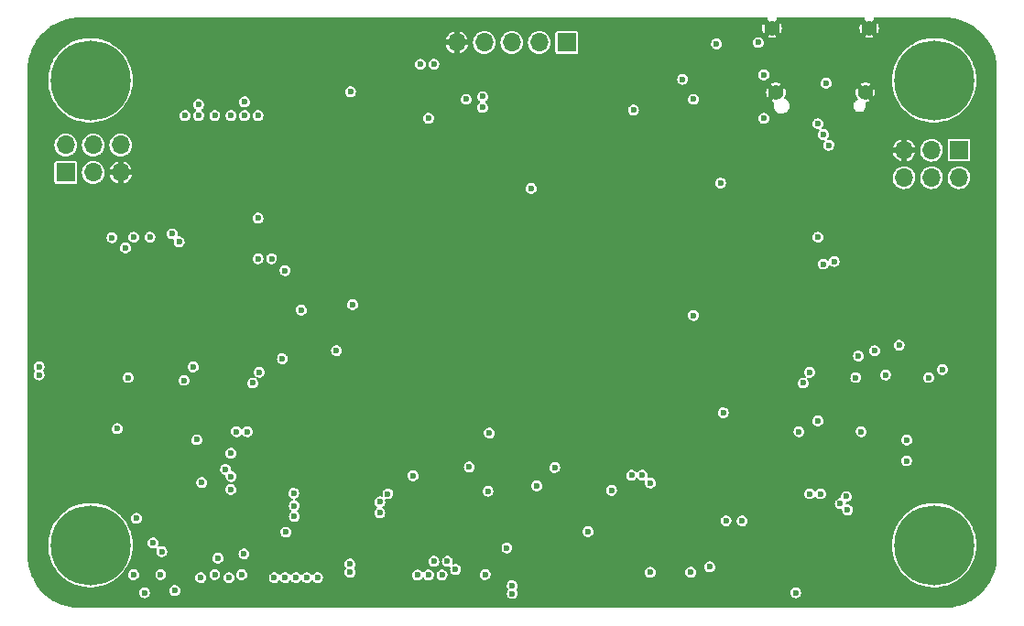
<source format=gbr>
%TF.GenerationSoftware,KiCad,Pcbnew,(6.0.0)*%
%TF.CreationDate,2022-06-06T22:40:17+03:00*%
%TF.ProjectId,basic_digital,62617369-635f-4646-9967-6974616c2e6b,rev?*%
%TF.SameCoordinates,Original*%
%TF.FileFunction,Copper,L2,Inr*%
%TF.FilePolarity,Positive*%
%FSLAX46Y46*%
G04 Gerber Fmt 4.6, Leading zero omitted, Abs format (unit mm)*
G04 Created by KiCad (PCBNEW (6.0.0)) date 2022-06-06 22:40:17*
%MOMM*%
%LPD*%
G01*
G04 APERTURE LIST*
%TA.AperFunction,ComponentPad*%
%ADD10C,7.400000*%
%TD*%
%TA.AperFunction,ComponentPad*%
%ADD11R,1.700000X1.700000*%
%TD*%
%TA.AperFunction,ComponentPad*%
%ADD12O,1.700000X1.700000*%
%TD*%
%TA.AperFunction,ComponentPad*%
%ADD13C,1.400000*%
%TD*%
%TA.AperFunction,ViaPad*%
%ADD14C,0.600000*%
%TD*%
G04 APERTURE END LIST*
D10*
%TO.N,unconnected-(H4-Pad1)*%
%TO.C,H4*%
X188000000Y61000000D03*
%TD*%
D11*
%TO.N,+3V3*%
%TO.C,J5*%
X190290000Y54540000D03*
D12*
%TO.N,/bt_out/rx*%
X190290000Y52000000D03*
%TO.N,/bt_out/tx*%
X187750000Y54540000D03*
%TO.N,/bt_out/boot*%
X187750000Y52000000D03*
%TO.N,GND*%
X185210000Y54540000D03*
%TO.N,/bt_out/rst*%
X185210000Y52000000D03*
%TD*%
D11*
%TO.N,+3V3*%
%TO.C,J2*%
X154040000Y64500000D03*
D12*
%TO.N,/stm32/swdclk*%
X151500000Y64500000D03*
%TO.N,/stm32/swdio*%
X148960000Y64500000D03*
%TO.N,/stm32/stm_rst*%
X146420000Y64500000D03*
%TO.N,GND*%
X143880000Y64500000D03*
%TD*%
D13*
%TO.N,GND*%
%TO.C,J1*%
X181990000Y65840000D03*
X181630000Y59890000D03*
X173370000Y59890000D03*
X173010000Y65840000D03*
%TD*%
D10*
%TO.N,unconnected-(H3-Pad1)*%
%TO.C,H3*%
X110000000Y18000000D03*
%TD*%
D11*
%TO.N,+3V3*%
%TO.C,J4*%
X107725000Y52475000D03*
D12*
%TO.N,/bt_in/rx*%
X107725000Y55015000D03*
%TO.N,/bt_in/tx*%
X110265000Y52475000D03*
%TO.N,/bt_in/boot*%
X110265000Y55015000D03*
%TO.N,GND*%
X112805000Y52475000D03*
%TO.N,/bt_in/rst*%
X112805000Y55015000D03*
%TD*%
D10*
%TO.N,unconnected-(H1-Pad1)*%
%TO.C,H1*%
X188000000Y18000000D03*
%TD*%
%TO.N,unconnected-(H2-Pad1)*%
%TO.C,H2*%
X110000000Y61000000D03*
%TD*%
D14*
%TO.N,Net-(R25-Pad1)*%
X115000000Y13600000D03*
%TO.N,/i2s_output/LEFT*%
X117800000Y13800000D03*
%TO.N,Net-(R25-Pad1)*%
X121800000Y16800000D03*
X125600000Y34000000D03*
%TO.N,/i2s_output/LEFT*%
X128850000Y20650000D03*
%TO.N,/i2s_output/RIGHT*%
X124200000Y17200000D03*
X128844622Y21644622D03*
%TO.N,Net-(R26-Pad1)*%
X122800000Y15000000D03*
X128000000Y43400000D03*
%TO.N,+3V3*%
X175200000Y13600000D03*
X123500000Y28500000D03*
X121500000Y57750000D03*
X124500000Y28500000D03*
X105250000Y34500000D03*
X124250000Y59000000D03*
X185475000Y27725000D03*
X112472799Y28777201D03*
X167875000Y64375000D03*
X125500000Y57750000D03*
X134050000Y59950000D03*
X105250000Y33750000D03*
X120000000Y58750000D03*
X120000000Y57750000D03*
X123000000Y57750000D03*
X124250000Y57750000D03*
X118750000Y57750000D03*
%TO.N,GND*%
X125000000Y50000000D03*
X127500000Y52500000D03*
X110000000Y35000000D03*
X137500000Y42500000D03*
X165000000Y57500000D03*
X117500000Y65000000D03*
X135000000Y45000000D03*
X112500000Y22500000D03*
X135000000Y22500000D03*
X107500000Y42500000D03*
X132500000Y25000000D03*
X130000000Y17500000D03*
X112500000Y65000000D03*
X160000000Y27500000D03*
X127500000Y17500000D03*
X135000000Y30000000D03*
X135000000Y52500000D03*
X177500000Y65000000D03*
X180750000Y27250000D03*
X137500000Y35000000D03*
X137500000Y30000000D03*
X137500000Y32500000D03*
X162500000Y35000000D03*
X175000000Y60500000D03*
X182500000Y55000000D03*
X182500000Y17500000D03*
X155000000Y15000000D03*
X107500000Y40000000D03*
X180000000Y40000000D03*
X157500000Y37500000D03*
X155000000Y37500000D03*
X142500000Y52500000D03*
X162500000Y57500000D03*
X180000000Y65000000D03*
X190000000Y25000000D03*
X137500000Y55000000D03*
X107500000Y25000000D03*
X160000000Y35000000D03*
X172500000Y55000000D03*
X140000000Y65000000D03*
X140000000Y32500000D03*
X110000000Y22500000D03*
X160000000Y32500000D03*
X120500000Y27000000D03*
X127500000Y50000000D03*
X145000000Y50000000D03*
X117500000Y50000000D03*
X170000000Y57500000D03*
X167500000Y55000000D03*
X117500000Y57500000D03*
X115000000Y50000000D03*
X177500000Y42500000D03*
X120000000Y50000000D03*
X137500000Y27500000D03*
X110000000Y42500000D03*
X175000000Y47500000D03*
X125000000Y52500000D03*
X132500000Y22500000D03*
X125000000Y35000000D03*
X115000000Y62500000D03*
X170000000Y12500000D03*
X162500000Y32500000D03*
X107500000Y22500000D03*
X140000000Y52500000D03*
X137500000Y45000000D03*
X175000000Y65000000D03*
X115000000Y55000000D03*
X160000000Y20000000D03*
X190000000Y22500000D03*
X120500000Y22000000D03*
X187500000Y35000000D03*
X147500000Y45000000D03*
X162500000Y42500000D03*
X162500000Y27500000D03*
X160000000Y37500000D03*
X122500000Y50000000D03*
X180000000Y50000000D03*
X120000000Y40000000D03*
X150000000Y37500000D03*
X110000000Y40000000D03*
X112500000Y35000000D03*
X137500000Y40000000D03*
X175000000Y22500000D03*
X177500000Y50000000D03*
X107500000Y35000000D03*
X122500000Y27500000D03*
X107500000Y37500000D03*
X162500000Y45000000D03*
X135000000Y25000000D03*
X157500000Y15000000D03*
X107500000Y45000000D03*
X127500000Y47500000D03*
X117500000Y62500000D03*
X180000000Y45000000D03*
X120000000Y42500000D03*
X115000000Y65000000D03*
X180000000Y42500000D03*
X152500000Y40000000D03*
X130000000Y65000000D03*
X165000000Y32500000D03*
X140000000Y42500000D03*
X180000000Y52500000D03*
X167500000Y22500000D03*
X147500000Y37500000D03*
X145000000Y20000000D03*
X175000000Y20000000D03*
X175000000Y52500000D03*
X167500000Y30000000D03*
X180000000Y37500000D03*
X177500000Y37500000D03*
X135000000Y35000000D03*
X155000000Y40000000D03*
X150000000Y40000000D03*
X137500000Y47500000D03*
X185000000Y45000000D03*
X145000000Y47500000D03*
X120500000Y25500000D03*
X187500000Y45000000D03*
X135000000Y42500000D03*
X147500000Y32500000D03*
X112500000Y42500000D03*
X175000000Y50000000D03*
X165000000Y45000000D03*
X170000000Y15000000D03*
X182500000Y57500000D03*
X140000000Y35000000D03*
X140000000Y45000000D03*
X162500000Y37500000D03*
X187500000Y22500000D03*
X142500000Y50000000D03*
X150000000Y32500000D03*
X135000000Y47500000D03*
X174250000Y28250000D03*
X110000000Y37500000D03*
X132500000Y40000000D03*
X169000000Y41500000D03*
X117500000Y52500000D03*
X167500000Y25000000D03*
X125000000Y42500000D03*
X147500000Y40000000D03*
X167500000Y27500000D03*
X172500000Y52500000D03*
X162500000Y40000000D03*
X135000000Y32500000D03*
X182500000Y37500000D03*
X150000000Y52500000D03*
X147500000Y42500000D03*
X125000000Y55000000D03*
X162500000Y25000000D03*
X110000000Y45000000D03*
X157500000Y20000000D03*
X174250000Y27250000D03*
X137500000Y37500000D03*
X140000000Y40000000D03*
X120000000Y37500000D03*
X125000000Y17500000D03*
X127500000Y55000000D03*
X110000000Y25000000D03*
X125000000Y47500000D03*
X137500000Y52500000D03*
X160000000Y15000000D03*
X185000000Y65000000D03*
X115000000Y57500000D03*
X152500000Y52500000D03*
X170000000Y52500000D03*
X122500000Y22500000D03*
X182500000Y45000000D03*
X180750000Y25750000D03*
X117500000Y60000000D03*
X115000000Y60000000D03*
X140000000Y37500000D03*
X157500000Y27500000D03*
X122500000Y52500000D03*
X177500000Y52500000D03*
X152500000Y37500000D03*
X120000000Y52500000D03*
X135000000Y27500000D03*
X160000000Y30000000D03*
X167000000Y41500000D03*
X145000000Y52500000D03*
X180000000Y55000000D03*
X152500000Y20000000D03*
X112500000Y25000000D03*
X177500000Y40000000D03*
%TO.N,+VSW*%
X146875000Y28375000D03*
X151250000Y23500000D03*
%TO.N,-5V*%
X152925000Y25175000D03*
X158175000Y23075000D03*
%TO.N,+5V*%
X145025000Y25225000D03*
X139825000Y24425000D03*
%TO.N,VCC*%
X172250000Y57500000D03*
X141250000Y57500000D03*
X178250000Y55000000D03*
X172250000Y61514011D03*
%TO.N,+BATT*%
X134000000Y15500000D03*
X146250000Y59500000D03*
X134000000Y16250000D03*
X146250000Y58500000D03*
%TO.N,/i2s_output/V-*%
X143750000Y15750000D03*
X161025000Y24475000D03*
X146750000Y23000000D03*
X141750000Y16500000D03*
X160025000Y24475000D03*
X143000000Y16500000D03*
X161750000Y23750000D03*
X132750000Y36000000D03*
%TO.N,/i2s_output/LEFT*%
X127750000Y35248323D03*
%TO.N,/i2s_output/RIGHT*%
X146500000Y15274502D03*
X129500000Y39750000D03*
%TO.N,/i2s_input/LEFT*%
X168250000Y51500000D03*
%TO.N,/i2s_input/RIGHT*%
X156000000Y19250000D03*
X168500000Y30250000D03*
%TO.N,/bt_out/WS*%
X181000000Y35500000D03*
X181250000Y28500000D03*
%TO.N,/bt_out/BCK*%
X175500000Y28500000D03*
X177250000Y46500000D03*
%TO.N,/power/TS*%
X148500000Y17750000D03*
X144750000Y59250000D03*
%TO.N,/bt_out/rx*%
X187500000Y33500000D03*
%TO.N,/bt_out/tx*%
X188750000Y34250000D03*
%TO.N,Net-(J1-PadA7)*%
X178000000Y60750000D03*
X177250000Y57000000D03*
%TO.N,Net-(J1-PadA5)*%
X171750000Y64500000D03*
X177750000Y56000000D03*
%TO.N,/stm32/stm_rst*%
X160200000Y58250000D03*
%TO.N,/bt_in/rst*%
X113500000Y33500000D03*
%TO.N,/bt_in/I2S_OUT*%
X120298911Y23798911D03*
X119849500Y27750000D03*
%TO.N,/bt_in/boot*%
X125500000Y48250000D03*
X128800000Y22800000D03*
%TO.N,/bt_out/boot*%
X175900500Y33000000D03*
%TO.N,/i2s_output/LEFT_INT*%
X122500000Y25000000D03*
X125000000Y33000000D03*
%TO.N,/i2s_output/RIGHT_INT*%
X126750000Y44500000D03*
X122988000Y23150500D03*
%TO.N,/stm32/swdio*%
X165750000Y59250000D03*
%TO.N,/stm32/swdclk*%
X164750000Y61100000D03*
%TO.N,/bt_in/WS*%
X123000000Y24349500D03*
X125500000Y44500000D03*
%TO.N,/bt_in/SCK*%
X115500000Y46500000D03*
X116600000Y17400000D03*
X184750000Y36500000D03*
X167250000Y16000000D03*
%TO.N,/bt_in/MISO*%
X115800000Y18200000D03*
X165500000Y15500000D03*
X183500000Y33750000D03*
X114000000Y46500000D03*
%TO.N,/bt_in/MOSI*%
X114250000Y20500000D03*
X161750000Y15500000D03*
X182500000Y36000000D03*
X112000000Y46450000D03*
%TO.N,Net-(J3-Pad3)*%
X131000000Y15000000D03*
X130000000Y15000000D03*
X129000000Y15000000D03*
X127000000Y15000000D03*
X128000000Y15000000D03*
%TO.N,/side_con/IN_MONO*%
X149000000Y14250000D03*
X150750000Y51000000D03*
X149000000Y13525000D03*
%TO.N,BT_MUTE*%
X128075000Y19200000D03*
X122990159Y26500838D03*
%TO.N,/bt_in/io13*%
X124000000Y15274502D03*
X119500000Y34500000D03*
%TO.N,/bt_in/io12*%
X118650500Y33250000D03*
X121500000Y15274502D03*
%TO.N,/bt_in/cs1*%
X118200000Y46050000D03*
X120200000Y15000000D03*
%TO.N,/bt_in/cs2*%
X117550000Y46800000D03*
X116500000Y15274502D03*
%TO.N,/bt_in/io2*%
X113250000Y45500000D03*
X114000000Y15274502D03*
%TO.N,/bt_out/io13*%
X180000000Y21250000D03*
X177750000Y44000000D03*
%TO.N,/bt_out/io12*%
X179323367Y21849500D03*
X178750000Y44250000D03*
%TO.N,/bt_out/cs1*%
X180750000Y33500000D03*
X179864244Y22500000D03*
%TO.N,/bt_out/cs2*%
X177500000Y22750000D03*
X177250000Y29500000D03*
%TO.N,/bt_out/io2*%
X176500000Y34000000D03*
X176500000Y22750000D03*
%TO.N,Net-(J6-Pad2)*%
X140500000Y62500000D03*
X168750000Y20250000D03*
%TO.N,/i2s_input/V+*%
X134250000Y40250000D03*
X136750000Y21000000D03*
X136750000Y22000000D03*
X141250000Y15250000D03*
X137500000Y22750000D03*
X140250000Y15250000D03*
X142500000Y15250000D03*
X185450000Y25800000D03*
X165750000Y39250000D03*
%TO.N,Net-(J6-Pad1)*%
X170250000Y20250000D03*
X141750000Y62500000D03*
%TD*%
%TA.AperFunction,Conductor*%
%TO.N,GND*%
G36*
X172570618Y66781093D02*
G01*
X172606582Y66731593D01*
X172606582Y66670407D01*
X172582612Y66633498D01*
X172588904Y66620306D01*
X172998914Y66210296D01*
X173010797Y66204242D01*
X173015828Y66205038D01*
X173432038Y66621248D01*
X173437103Y66631190D01*
X173408995Y66682958D01*
X173416981Y66743620D01*
X173459098Y66788003D01*
X173506337Y66800000D01*
X181492427Y66800000D01*
X181550618Y66781093D01*
X181586582Y66731593D01*
X181586582Y66670407D01*
X181562612Y66633498D01*
X181568904Y66620306D01*
X181978914Y66210296D01*
X181990797Y66204242D01*
X181995828Y66205038D01*
X182412038Y66621248D01*
X182417103Y66631190D01*
X182388995Y66682958D01*
X182396981Y66743620D01*
X182439098Y66788003D01*
X182486337Y66800000D01*
X188966040Y66800000D01*
X188988227Y66797482D01*
X188999642Y66794857D01*
X189010516Y66797317D01*
X189017523Y66797305D01*
X189031991Y66798603D01*
X189414032Y66781923D01*
X189422636Y66781170D01*
X189685041Y66746624D01*
X189829235Y66727640D01*
X189837729Y66726142D01*
X190238108Y66637380D01*
X190246446Y66635146D01*
X190637582Y66511822D01*
X190645683Y66508874D01*
X190925003Y66393175D01*
X191024577Y66351930D01*
X191032404Y66348280D01*
X191396171Y66158915D01*
X191403631Y66154609D01*
X191749527Y65934249D01*
X191756601Y65929295D01*
X192081956Y65679641D01*
X192088557Y65674102D01*
X192390934Y65397026D01*
X192397026Y65390934D01*
X192674102Y65088557D01*
X192679641Y65081956D01*
X192911411Y64779908D01*
X192929295Y64756601D01*
X192934248Y64749528D01*
X193154609Y64403631D01*
X193158915Y64396171D01*
X193309311Y64107263D01*
X193348280Y64032404D01*
X193351930Y64024577D01*
X193490567Y63689881D01*
X193508871Y63645691D01*
X193511822Y63637582D01*
X193571124Y63449500D01*
X193635146Y63246448D01*
X193637380Y63238108D01*
X193717726Y62875693D01*
X193726141Y62837734D01*
X193727640Y62829235D01*
X193735119Y62772428D01*
X193781170Y62422636D01*
X193781923Y62414032D01*
X193798580Y62032512D01*
X193797370Y62019270D01*
X193797356Y62011225D01*
X193794857Y62000358D01*
X193797317Y61989486D01*
X193797317Y61989484D01*
X193797559Y61988417D01*
X193800000Y61966568D01*
X193800000Y17033960D01*
X193797482Y17011773D01*
X193794857Y17000358D01*
X193797317Y16989484D01*
X193797305Y16982477D01*
X193798603Y16968009D01*
X193781923Y16585968D01*
X193781170Y16577364D01*
X193750743Y16346247D01*
X193732171Y16205177D01*
X193727641Y16170771D01*
X193726142Y16162271D01*
X193639961Y15773534D01*
X193637381Y15761895D01*
X193635146Y15753554D01*
X193513011Y15366186D01*
X193511825Y15362425D01*
X193508874Y15354317D01*
X193437148Y15181156D01*
X193351930Y14975423D01*
X193348280Y14967596D01*
X193158915Y14603829D01*
X193154609Y14596369D01*
X192937883Y14256177D01*
X192934249Y14250473D01*
X192929295Y14243399D01*
X192679641Y13918044D01*
X192674102Y13911443D01*
X192397026Y13609066D01*
X192390934Y13602974D01*
X192088557Y13325898D01*
X192081956Y13320359D01*
X191841617Y13135940D01*
X191756601Y13070705D01*
X191749528Y13065752D01*
X191403631Y12845391D01*
X191396171Y12841085D01*
X191092255Y12682876D01*
X191032404Y12651720D01*
X191024577Y12648070D01*
X190645683Y12491126D01*
X190637582Y12488178D01*
X190246448Y12364854D01*
X190238108Y12362620D01*
X189837729Y12273858D01*
X189829235Y12272360D01*
X189685041Y12253376D01*
X189422636Y12218830D01*
X189414032Y12218077D01*
X189032512Y12201420D01*
X189019270Y12202630D01*
X189011225Y12202644D01*
X189000358Y12205143D01*
X188989486Y12202683D01*
X188989484Y12202683D01*
X188988417Y12202441D01*
X188966568Y12200000D01*
X109033960Y12200000D01*
X109011773Y12202518D01*
X109000358Y12205143D01*
X108989484Y12202683D01*
X108982477Y12202695D01*
X108968009Y12201397D01*
X108585968Y12218077D01*
X108577364Y12218830D01*
X108314959Y12253376D01*
X108170765Y12272360D01*
X108162271Y12273858D01*
X107761892Y12362620D01*
X107753552Y12364854D01*
X107362418Y12488178D01*
X107354317Y12491126D01*
X106975423Y12648070D01*
X106967596Y12651720D01*
X106907745Y12682876D01*
X106603829Y12841085D01*
X106596369Y12845391D01*
X106250472Y13065752D01*
X106243399Y13070705D01*
X106158383Y13135940D01*
X105918044Y13320359D01*
X105911443Y13325898D01*
X105609066Y13602974D01*
X105605863Y13606177D01*
X114494391Y13606177D01*
X114495306Y13599180D01*
X114495306Y13599179D01*
X114511528Y13475125D01*
X114512980Y13464021D01*
X114515821Y13457565D01*
X114515821Y13457564D01*
X114564243Y13347518D01*
X114570720Y13332797D01*
X114599668Y13298359D01*
X114658431Y13228451D01*
X114658434Y13228449D01*
X114662970Y13223052D01*
X114668841Y13219144D01*
X114668842Y13219143D01*
X114681143Y13210955D01*
X114782313Y13143610D01*
X114882920Y13112179D01*
X114912425Y13102961D01*
X114912426Y13102961D01*
X114919157Y13100858D01*
X114990828Y13099544D01*
X115055445Y13098359D01*
X115055447Y13098359D01*
X115062499Y13098230D01*
X115069302Y13100085D01*
X115069304Y13100085D01*
X115144503Y13120587D01*
X115200817Y13135940D01*
X115322991Y13210955D01*
X115330403Y13219143D01*
X115414468Y13312018D01*
X115419200Y13317246D01*
X115481710Y13446267D01*
X115485875Y13471018D01*
X115504862Y13583876D01*
X115504862Y13583880D01*
X115505496Y13587646D01*
X115505647Y13600000D01*
X115485323Y13741918D01*
X115456106Y13806177D01*
X117294391Y13806177D01*
X117295306Y13799180D01*
X117295306Y13799179D01*
X117303707Y13734934D01*
X117312980Y13664021D01*
X117315821Y13657565D01*
X117315821Y13657564D01*
X117348245Y13583876D01*
X117370720Y13532797D01*
X117383792Y13517246D01*
X117458431Y13428451D01*
X117458434Y13428449D01*
X117462970Y13423052D01*
X117468841Y13419144D01*
X117468842Y13419143D01*
X117481143Y13410955D01*
X117582313Y13343610D01*
X117648325Y13322987D01*
X117712425Y13302961D01*
X117712426Y13302961D01*
X117719157Y13300858D01*
X117790828Y13299544D01*
X117855445Y13298359D01*
X117855447Y13298359D01*
X117862499Y13298230D01*
X117869302Y13300085D01*
X117869304Y13300085D01*
X117953306Y13322987D01*
X118000817Y13335940D01*
X118122991Y13410955D01*
X118130403Y13419143D01*
X118214468Y13512018D01*
X118219200Y13517246D01*
X118225949Y13531177D01*
X148494391Y13531177D01*
X148495306Y13524180D01*
X148495306Y13524179D01*
X148496814Y13512646D01*
X148512980Y13389021D01*
X148515821Y13382565D01*
X148515821Y13382564D01*
X148551773Y13300858D01*
X148570720Y13257797D01*
X148583792Y13242246D01*
X148658431Y13153451D01*
X148658434Y13153449D01*
X148662970Y13148052D01*
X148668841Y13144144D01*
X148668842Y13144143D01*
X148686689Y13132263D01*
X148782313Y13068610D01*
X148882920Y13037179D01*
X148912425Y13027961D01*
X148912426Y13027961D01*
X148919157Y13025858D01*
X148990828Y13024544D01*
X149055445Y13023359D01*
X149055447Y13023359D01*
X149062499Y13023230D01*
X149069302Y13025085D01*
X149069304Y13025085D01*
X149144503Y13045587D01*
X149200817Y13060940D01*
X149322991Y13135955D01*
X149330403Y13144143D01*
X149414468Y13237018D01*
X149419200Y13242246D01*
X149481710Y13371267D01*
X149485875Y13396018D01*
X149504862Y13508876D01*
X149504862Y13508880D01*
X149505496Y13512646D01*
X149505647Y13525000D01*
X149494022Y13606177D01*
X174694391Y13606177D01*
X174695306Y13599180D01*
X174695306Y13599179D01*
X174711528Y13475125D01*
X174712980Y13464021D01*
X174715821Y13457565D01*
X174715821Y13457564D01*
X174764243Y13347518D01*
X174770720Y13332797D01*
X174799668Y13298359D01*
X174858431Y13228451D01*
X174858434Y13228449D01*
X174862970Y13223052D01*
X174868841Y13219144D01*
X174868842Y13219143D01*
X174881143Y13210955D01*
X174982313Y13143610D01*
X175082920Y13112179D01*
X175112425Y13102961D01*
X175112426Y13102961D01*
X175119157Y13100858D01*
X175190828Y13099544D01*
X175255445Y13098359D01*
X175255447Y13098359D01*
X175262499Y13098230D01*
X175269302Y13100085D01*
X175269304Y13100085D01*
X175344503Y13120587D01*
X175400817Y13135940D01*
X175522991Y13210955D01*
X175530403Y13219143D01*
X175614468Y13312018D01*
X175619200Y13317246D01*
X175681710Y13446267D01*
X175685875Y13471018D01*
X175704862Y13583876D01*
X175704862Y13583880D01*
X175705496Y13587646D01*
X175705647Y13600000D01*
X175685323Y13741918D01*
X175655326Y13807893D01*
X175628905Y13866004D01*
X175628904Y13866005D01*
X175625984Y13872428D01*
X175555504Y13954224D01*
X175537005Y13975693D01*
X175537004Y13975694D01*
X175532400Y13981037D01*
X175412095Y14059015D01*
X175274739Y14100093D01*
X175191497Y14100602D01*
X175138427Y14100926D01*
X175138426Y14100926D01*
X175131376Y14100969D01*
X175124599Y14099032D01*
X175124598Y14099032D01*
X175000309Y14063510D01*
X175000307Y14063509D01*
X174993529Y14061572D01*
X174872280Y13985070D01*
X174867613Y13979786D01*
X174867611Y13979784D01*
X174782044Y13882897D01*
X174782042Y13882895D01*
X174777377Y13877612D01*
X174716447Y13747837D01*
X174715362Y13740868D01*
X174715361Y13740865D01*
X174703848Y13666918D01*
X174694391Y13606177D01*
X149494022Y13606177D01*
X149485323Y13666918D01*
X149425984Y13797428D01*
X149404786Y13822030D01*
X149381124Y13878454D01*
X149395147Y13938010D01*
X149406386Y13953088D01*
X149414465Y13962014D01*
X149414467Y13962017D01*
X149419200Y13967246D01*
X149481710Y14096267D01*
X149485875Y14121018D01*
X149504862Y14233876D01*
X149504862Y14233880D01*
X149505496Y14237646D01*
X149505647Y14250000D01*
X149485323Y14391918D01*
X149463543Y14439820D01*
X149428905Y14516004D01*
X149428904Y14516005D01*
X149425984Y14522428D01*
X149359143Y14600000D01*
X149337005Y14625693D01*
X149337004Y14625694D01*
X149332400Y14631037D01*
X149212095Y14709015D01*
X149074739Y14750093D01*
X148991497Y14750602D01*
X148938427Y14750926D01*
X148938426Y14750926D01*
X148931376Y14750969D01*
X148924599Y14749032D01*
X148924598Y14749032D01*
X148800309Y14713510D01*
X148800307Y14713509D01*
X148793529Y14711572D01*
X148672280Y14635070D01*
X148667613Y14629786D01*
X148667611Y14629784D01*
X148582044Y14532897D01*
X148582042Y14532895D01*
X148577377Y14527612D01*
X148574381Y14521230D01*
X148574380Y14521229D01*
X148564816Y14500858D01*
X148516447Y14397837D01*
X148494391Y14256177D01*
X148495306Y14249180D01*
X148495306Y14249179D01*
X148504915Y14175693D01*
X148512980Y14114021D01*
X148515821Y14107565D01*
X148515821Y14107564D01*
X148523586Y14089918D01*
X148570720Y13982797D01*
X148583792Y13967246D01*
X148596679Y13951915D01*
X148619649Y13895205D01*
X148604898Y13835824D01*
X148595106Y13822687D01*
X148577377Y13802612D01*
X148516447Y13672837D01*
X148515362Y13665868D01*
X148515361Y13665865D01*
X148504979Y13599179D01*
X148494391Y13531177D01*
X118225949Y13531177D01*
X118281710Y13646267D01*
X118284010Y13659934D01*
X118304862Y13783876D01*
X118304862Y13783880D01*
X118305496Y13787646D01*
X118305647Y13800000D01*
X118285323Y13941918D01*
X118232631Y14057809D01*
X118228905Y14066004D01*
X118228904Y14066005D01*
X118225984Y14072428D01*
X118132400Y14181037D01*
X118012095Y14259015D01*
X117874739Y14300093D01*
X117791497Y14300602D01*
X117738427Y14300926D01*
X117738426Y14300926D01*
X117731376Y14300969D01*
X117724599Y14299032D01*
X117724598Y14299032D01*
X117600309Y14263510D01*
X117600307Y14263509D01*
X117593529Y14261572D01*
X117472280Y14185070D01*
X117467613Y14179786D01*
X117467611Y14179784D01*
X117382044Y14082897D01*
X117382042Y14082895D01*
X117377377Y14077612D01*
X117316447Y13947837D01*
X117294391Y13806177D01*
X115456106Y13806177D01*
X115455326Y13807893D01*
X115428905Y13866004D01*
X115428904Y13866005D01*
X115425984Y13872428D01*
X115355504Y13954224D01*
X115337005Y13975693D01*
X115337004Y13975694D01*
X115332400Y13981037D01*
X115212095Y14059015D01*
X115074739Y14100093D01*
X114991497Y14100602D01*
X114938427Y14100926D01*
X114938426Y14100926D01*
X114931376Y14100969D01*
X114924599Y14099032D01*
X114924598Y14099032D01*
X114800309Y14063510D01*
X114800307Y14063509D01*
X114793529Y14061572D01*
X114672280Y13985070D01*
X114667613Y13979786D01*
X114667611Y13979784D01*
X114582044Y13882897D01*
X114582042Y13882895D01*
X114577377Y13877612D01*
X114516447Y13747837D01*
X114515362Y13740868D01*
X114515361Y13740865D01*
X114503848Y13666918D01*
X114494391Y13606177D01*
X105605863Y13606177D01*
X105602974Y13609066D01*
X105325898Y13911443D01*
X105320359Y13918044D01*
X105070705Y14243399D01*
X105065751Y14250473D01*
X105062117Y14256177D01*
X104845391Y14596369D01*
X104841085Y14603829D01*
X104651720Y14967596D01*
X104648070Y14975423D01*
X104562852Y15181156D01*
X104491126Y15354317D01*
X104488175Y15362425D01*
X104486990Y15366186D01*
X104364854Y15753554D01*
X104362619Y15761895D01*
X104360039Y15773534D01*
X104273858Y16162271D01*
X104272359Y16170771D01*
X104267830Y16205177D01*
X104249257Y16346247D01*
X104218830Y16577364D01*
X104218077Y16585968D01*
X104201431Y16967225D01*
X104203370Y16988231D01*
X104203234Y16988247D01*
X104203876Y16993822D01*
X104205142Y16999284D01*
X104205143Y17000000D01*
X104202479Y17011679D01*
X104200000Y17033696D01*
X104200000Y18013633D01*
X106094511Y18013633D01*
X106113126Y17618889D01*
X106113494Y17616426D01*
X106113495Y17616417D01*
X106171168Y17230520D01*
X106171538Y17228047D01*
X106172154Y17225632D01*
X106172155Y17225625D01*
X106199781Y17117246D01*
X106269148Y16845108D01*
X106404956Y16473994D01*
X106406049Y16471743D01*
X106406052Y16471736D01*
X106569529Y16135070D01*
X106577573Y16118505D01*
X106785230Y15782279D01*
X106907409Y15623052D01*
X107024276Y15470747D01*
X107024282Y15470740D01*
X107025802Y15468759D01*
X107032575Y15461572D01*
X107295100Y15182987D01*
X107295106Y15182982D01*
X107296826Y15181156D01*
X107298724Y15179512D01*
X107593633Y14924053D01*
X107593642Y14924046D01*
X107595526Y14922414D01*
X107918845Y14695182D01*
X107921010Y14693967D01*
X107921018Y14693962D01*
X108081616Y14603839D01*
X108263472Y14501786D01*
X108405833Y14439886D01*
X108623573Y14345209D01*
X108623577Y14345207D01*
X108625878Y14344207D01*
X108628263Y14343446D01*
X108628268Y14343444D01*
X108770442Y14298071D01*
X109002353Y14224059D01*
X109004817Y14223540D01*
X109004816Y14223540D01*
X109386588Y14143087D01*
X109386595Y14143086D01*
X109389043Y14142570D01*
X109391531Y14142304D01*
X109391538Y14142303D01*
X109560799Y14124215D01*
X109781988Y14100577D01*
X109956020Y14099665D01*
X110174661Y14098520D01*
X110174663Y14098520D01*
X110177166Y14098507D01*
X110570529Y14136384D01*
X110958051Y14213819D01*
X110960441Y14214554D01*
X110960444Y14214555D01*
X111095739Y14256177D01*
X111335764Y14330018D01*
X111371727Y14345209D01*
X111697493Y14482818D01*
X111697494Y14482819D01*
X111699801Y14483793D01*
X112046434Y14673569D01*
X112349361Y14881765D01*
X112370038Y14895976D01*
X112370041Y14895978D01*
X112372114Y14897403D01*
X112673508Y15153004D01*
X112745099Y15227398D01*
X112796373Y15280679D01*
X113494391Y15280679D01*
X113495306Y15273682D01*
X113495306Y15273681D01*
X113499808Y15239253D01*
X113512980Y15138523D01*
X113515821Y15132067D01*
X113515821Y15132066D01*
X113558118Y15035940D01*
X113570720Y15007299D01*
X113603872Y14967860D01*
X113658431Y14902953D01*
X113658434Y14902951D01*
X113662970Y14897554D01*
X113668841Y14893646D01*
X113668842Y14893645D01*
X113681143Y14885457D01*
X113782313Y14818112D01*
X113860741Y14793610D01*
X113912425Y14777463D01*
X113912426Y14777463D01*
X113919157Y14775360D01*
X113990828Y14774046D01*
X114055445Y14772861D01*
X114055447Y14772861D01*
X114062499Y14772732D01*
X114069302Y14774587D01*
X114069304Y14774587D01*
X114144503Y14795089D01*
X114200817Y14810442D01*
X114322991Y14885457D01*
X114330403Y14893645D01*
X114414468Y14986520D01*
X114419200Y14991748D01*
X114481710Y15120769D01*
X114483003Y15128451D01*
X114504862Y15258378D01*
X114504862Y15258382D01*
X114505496Y15262148D01*
X114505647Y15274502D01*
X114504762Y15280679D01*
X115994391Y15280679D01*
X115995306Y15273682D01*
X115995306Y15273681D01*
X115999808Y15239253D01*
X116012980Y15138523D01*
X116015821Y15132067D01*
X116015821Y15132066D01*
X116058118Y15035940D01*
X116070720Y15007299D01*
X116103872Y14967860D01*
X116158431Y14902953D01*
X116158434Y14902951D01*
X116162970Y14897554D01*
X116168841Y14893646D01*
X116168842Y14893645D01*
X116181143Y14885457D01*
X116282313Y14818112D01*
X116360741Y14793610D01*
X116412425Y14777463D01*
X116412426Y14777463D01*
X116419157Y14775360D01*
X116490828Y14774046D01*
X116555445Y14772861D01*
X116555447Y14772861D01*
X116562499Y14772732D01*
X116569302Y14774587D01*
X116569304Y14774587D01*
X116644503Y14795089D01*
X116700817Y14810442D01*
X116822991Y14885457D01*
X116830403Y14893645D01*
X116914468Y14986520D01*
X116919200Y14991748D01*
X116926191Y15006177D01*
X119694391Y15006177D01*
X119695306Y14999180D01*
X119695306Y14999179D01*
X119699436Y14967596D01*
X119712980Y14864021D01*
X119715821Y14857565D01*
X119715821Y14857564D01*
X119763873Y14748359D01*
X119770720Y14732797D01*
X119802339Y14695182D01*
X119858431Y14628451D01*
X119858434Y14628449D01*
X119862970Y14623052D01*
X119868841Y14619144D01*
X119868842Y14619143D01*
X119881143Y14610955D01*
X119982313Y14543610D01*
X120082920Y14512179D01*
X120112425Y14502961D01*
X120112426Y14502961D01*
X120119157Y14500858D01*
X120190828Y14499544D01*
X120255445Y14498359D01*
X120255447Y14498359D01*
X120262499Y14498230D01*
X120269302Y14500085D01*
X120269304Y14500085D01*
X120370270Y14527612D01*
X120400817Y14535940D01*
X120522991Y14610955D01*
X120530403Y14619143D01*
X120614468Y14712018D01*
X120619200Y14717246D01*
X120681710Y14846267D01*
X120684182Y14860955D01*
X120704862Y14983876D01*
X120704862Y14983880D01*
X120705496Y14987646D01*
X120705647Y15000000D01*
X120685323Y15141918D01*
X120644003Y15232797D01*
X120628905Y15266004D01*
X120628904Y15266005D01*
X120625984Y15272428D01*
X120618874Y15280679D01*
X120994391Y15280679D01*
X120995306Y15273682D01*
X120995306Y15273681D01*
X120999808Y15239253D01*
X121012980Y15138523D01*
X121015821Y15132067D01*
X121015821Y15132066D01*
X121058118Y15035940D01*
X121070720Y15007299D01*
X121103872Y14967860D01*
X121158431Y14902953D01*
X121158434Y14902951D01*
X121162970Y14897554D01*
X121168841Y14893646D01*
X121168842Y14893645D01*
X121181143Y14885457D01*
X121282313Y14818112D01*
X121360741Y14793610D01*
X121412425Y14777463D01*
X121412426Y14777463D01*
X121419157Y14775360D01*
X121490828Y14774046D01*
X121555445Y14772861D01*
X121555447Y14772861D01*
X121562499Y14772732D01*
X121569302Y14774587D01*
X121569304Y14774587D01*
X121644503Y14795089D01*
X121700817Y14810442D01*
X121822991Y14885457D01*
X121830403Y14893645D01*
X121914468Y14986520D01*
X121919200Y14991748D01*
X121926191Y15006177D01*
X122294391Y15006177D01*
X122295306Y14999180D01*
X122295306Y14999179D01*
X122299436Y14967596D01*
X122312980Y14864021D01*
X122315821Y14857565D01*
X122315821Y14857564D01*
X122363873Y14748359D01*
X122370720Y14732797D01*
X122402339Y14695182D01*
X122458431Y14628451D01*
X122458434Y14628449D01*
X122462970Y14623052D01*
X122468841Y14619144D01*
X122468842Y14619143D01*
X122481143Y14610955D01*
X122582313Y14543610D01*
X122682920Y14512179D01*
X122712425Y14502961D01*
X122712426Y14502961D01*
X122719157Y14500858D01*
X122790828Y14499544D01*
X122855445Y14498359D01*
X122855447Y14498359D01*
X122862499Y14498230D01*
X122869302Y14500085D01*
X122869304Y14500085D01*
X122970270Y14527612D01*
X123000817Y14535940D01*
X123122991Y14610955D01*
X123130403Y14619143D01*
X123214468Y14712018D01*
X123219200Y14717246D01*
X123281710Y14846267D01*
X123284182Y14860955D01*
X123304862Y14983876D01*
X123304862Y14983880D01*
X123305496Y14987646D01*
X123305647Y15000000D01*
X123285323Y15141918D01*
X123244003Y15232797D01*
X123228905Y15266004D01*
X123228904Y15266005D01*
X123225984Y15272428D01*
X123218874Y15280679D01*
X123494391Y15280679D01*
X123495306Y15273682D01*
X123495306Y15273681D01*
X123499808Y15239253D01*
X123512980Y15138523D01*
X123515821Y15132067D01*
X123515821Y15132066D01*
X123558118Y15035940D01*
X123570720Y15007299D01*
X123603872Y14967860D01*
X123658431Y14902953D01*
X123658434Y14902951D01*
X123662970Y14897554D01*
X123668841Y14893646D01*
X123668842Y14893645D01*
X123681143Y14885457D01*
X123782313Y14818112D01*
X123860741Y14793610D01*
X123912425Y14777463D01*
X123912426Y14777463D01*
X123919157Y14775360D01*
X123990828Y14774046D01*
X124055445Y14772861D01*
X124055447Y14772861D01*
X124062499Y14772732D01*
X124069302Y14774587D01*
X124069304Y14774587D01*
X124144503Y14795089D01*
X124200817Y14810442D01*
X124322991Y14885457D01*
X124330403Y14893645D01*
X124414468Y14986520D01*
X124419200Y14991748D01*
X124426191Y15006177D01*
X126494391Y15006177D01*
X126495306Y14999180D01*
X126495306Y14999179D01*
X126499436Y14967596D01*
X126512980Y14864021D01*
X126515821Y14857565D01*
X126515821Y14857564D01*
X126563873Y14748359D01*
X126570720Y14732797D01*
X126602339Y14695182D01*
X126658431Y14628451D01*
X126658434Y14628449D01*
X126662970Y14623052D01*
X126668841Y14619144D01*
X126668842Y14619143D01*
X126681143Y14610955D01*
X126782313Y14543610D01*
X126882920Y14512179D01*
X126912425Y14502961D01*
X126912426Y14502961D01*
X126919157Y14500858D01*
X126990828Y14499544D01*
X127055445Y14498359D01*
X127055447Y14498359D01*
X127062499Y14498230D01*
X127069302Y14500085D01*
X127069304Y14500085D01*
X127170270Y14527612D01*
X127200817Y14535940D01*
X127322991Y14610955D01*
X127330403Y14619143D01*
X127414466Y14712016D01*
X127419200Y14717246D01*
X127420161Y14719230D01*
X127466624Y14755528D01*
X127527772Y14757662D01*
X127576265Y14726200D01*
X127603364Y14693962D01*
X127662970Y14623052D01*
X127668841Y14619144D01*
X127668842Y14619143D01*
X127681143Y14610955D01*
X127782313Y14543610D01*
X127882920Y14512179D01*
X127912425Y14502961D01*
X127912426Y14502961D01*
X127919157Y14500858D01*
X127990828Y14499544D01*
X128055445Y14498359D01*
X128055447Y14498359D01*
X128062499Y14498230D01*
X128069302Y14500085D01*
X128069304Y14500085D01*
X128170270Y14527612D01*
X128200817Y14535940D01*
X128322991Y14610955D01*
X128330403Y14619143D01*
X128414466Y14712016D01*
X128419200Y14717246D01*
X128420161Y14719230D01*
X128466624Y14755528D01*
X128527772Y14757662D01*
X128576265Y14726200D01*
X128603364Y14693962D01*
X128662970Y14623052D01*
X128668841Y14619144D01*
X128668842Y14619143D01*
X128681143Y14610955D01*
X128782313Y14543610D01*
X128882920Y14512179D01*
X128912425Y14502961D01*
X128912426Y14502961D01*
X128919157Y14500858D01*
X128990828Y14499544D01*
X129055445Y14498359D01*
X129055447Y14498359D01*
X129062499Y14498230D01*
X129069302Y14500085D01*
X129069304Y14500085D01*
X129170270Y14527612D01*
X129200817Y14535940D01*
X129322991Y14610955D01*
X129330403Y14619143D01*
X129414466Y14712016D01*
X129419200Y14717246D01*
X129420161Y14719230D01*
X129466624Y14755528D01*
X129527772Y14757662D01*
X129576265Y14726200D01*
X129603364Y14693962D01*
X129662970Y14623052D01*
X129668841Y14619144D01*
X129668842Y14619143D01*
X129681143Y14610955D01*
X129782313Y14543610D01*
X129882920Y14512179D01*
X129912425Y14502961D01*
X129912426Y14502961D01*
X129919157Y14500858D01*
X129990828Y14499544D01*
X130055445Y14498359D01*
X130055447Y14498359D01*
X130062499Y14498230D01*
X130069302Y14500085D01*
X130069304Y14500085D01*
X130170270Y14527612D01*
X130200817Y14535940D01*
X130322991Y14610955D01*
X130330403Y14619143D01*
X130414466Y14712016D01*
X130419200Y14717246D01*
X130420161Y14719230D01*
X130466624Y14755528D01*
X130527772Y14757662D01*
X130576265Y14726200D01*
X130603364Y14693962D01*
X130662970Y14623052D01*
X130668841Y14619144D01*
X130668842Y14619143D01*
X130681143Y14610955D01*
X130782313Y14543610D01*
X130882920Y14512179D01*
X130912425Y14502961D01*
X130912426Y14502961D01*
X130919157Y14500858D01*
X130990828Y14499544D01*
X131055445Y14498359D01*
X131055447Y14498359D01*
X131062499Y14498230D01*
X131069302Y14500085D01*
X131069304Y14500085D01*
X131170270Y14527612D01*
X131200817Y14535940D01*
X131322991Y14610955D01*
X131330403Y14619143D01*
X131414468Y14712018D01*
X131419200Y14717246D01*
X131481710Y14846267D01*
X131484182Y14860955D01*
X131504862Y14983876D01*
X131504862Y14983880D01*
X131505496Y14987646D01*
X131505647Y15000000D01*
X131485323Y15141918D01*
X131444003Y15232797D01*
X131428905Y15266004D01*
X131428904Y15266005D01*
X131425984Y15272428D01*
X131362360Y15346267D01*
X131337005Y15375693D01*
X131337004Y15375694D01*
X131332400Y15381037D01*
X131212095Y15459015D01*
X131074739Y15500093D01*
X130991497Y15500602D01*
X130938427Y15500926D01*
X130938426Y15500926D01*
X130931376Y15500969D01*
X130924599Y15499032D01*
X130924598Y15499032D01*
X130800309Y15463510D01*
X130800307Y15463509D01*
X130793529Y15461572D01*
X130672280Y15385070D01*
X130667613Y15379786D01*
X130667611Y15379784D01*
X130577377Y15277612D01*
X130576179Y15278670D01*
X130534953Y15245638D01*
X130473835Y15242752D01*
X130424955Y15273622D01*
X130421378Y15277774D01*
X130362360Y15346267D01*
X130337005Y15375693D01*
X130337004Y15375694D01*
X130332400Y15381037D01*
X130212095Y15459015D01*
X130074739Y15500093D01*
X129991497Y15500602D01*
X129938427Y15500926D01*
X129938426Y15500926D01*
X129931376Y15500969D01*
X129924599Y15499032D01*
X129924598Y15499032D01*
X129800309Y15463510D01*
X129800307Y15463509D01*
X129793529Y15461572D01*
X129672280Y15385070D01*
X129667613Y15379786D01*
X129667611Y15379784D01*
X129577377Y15277612D01*
X129576179Y15278670D01*
X129534953Y15245638D01*
X129473835Y15242752D01*
X129424955Y15273622D01*
X129421378Y15277774D01*
X129362360Y15346267D01*
X129337005Y15375693D01*
X129337004Y15375694D01*
X129332400Y15381037D01*
X129212095Y15459015D01*
X129074739Y15500093D01*
X128991497Y15500602D01*
X128938427Y15500926D01*
X128938426Y15500926D01*
X128931376Y15500969D01*
X128924599Y15499032D01*
X128924598Y15499032D01*
X128800309Y15463510D01*
X128800307Y15463509D01*
X128793529Y15461572D01*
X128672280Y15385070D01*
X128667613Y15379786D01*
X128667611Y15379784D01*
X128577377Y15277612D01*
X128576179Y15278670D01*
X128534953Y15245638D01*
X128473835Y15242752D01*
X128424955Y15273622D01*
X128421378Y15277774D01*
X128362360Y15346267D01*
X128337005Y15375693D01*
X128337004Y15375694D01*
X128332400Y15381037D01*
X128212095Y15459015D01*
X128074739Y15500093D01*
X127991497Y15500602D01*
X127938427Y15500926D01*
X127938426Y15500926D01*
X127931376Y15500969D01*
X127924599Y15499032D01*
X127924598Y15499032D01*
X127800309Y15463510D01*
X127800307Y15463509D01*
X127793529Y15461572D01*
X127672280Y15385070D01*
X127667613Y15379786D01*
X127667611Y15379784D01*
X127577377Y15277612D01*
X127576179Y15278670D01*
X127534953Y15245638D01*
X127473835Y15242752D01*
X127424955Y15273622D01*
X127421378Y15277774D01*
X127362360Y15346267D01*
X127337005Y15375693D01*
X127337004Y15375694D01*
X127332400Y15381037D01*
X127212095Y15459015D01*
X127074739Y15500093D01*
X126991497Y15500602D01*
X126938427Y15500926D01*
X126938426Y15500926D01*
X126931376Y15500969D01*
X126924599Y15499032D01*
X126924598Y15499032D01*
X126800309Y15463510D01*
X126800307Y15463509D01*
X126793529Y15461572D01*
X126672280Y15385070D01*
X126667613Y15379786D01*
X126667611Y15379784D01*
X126582044Y15282897D01*
X126582042Y15282895D01*
X126577377Y15277612D01*
X126574381Y15271230D01*
X126574380Y15271229D01*
X126563643Y15248359D01*
X126516447Y15147837D01*
X126515362Y15140868D01*
X126515361Y15140865D01*
X126507429Y15089918D01*
X126494391Y15006177D01*
X124426191Y15006177D01*
X124481710Y15120769D01*
X124483003Y15128451D01*
X124504862Y15258378D01*
X124504862Y15258382D01*
X124505496Y15262148D01*
X124505647Y15274502D01*
X124485323Y15416420D01*
X124448199Y15498071D01*
X124444513Y15506177D01*
X133494391Y15506177D01*
X133495306Y15499180D01*
X133495306Y15499179D01*
X133510245Y15384934D01*
X133512980Y15364021D01*
X133515821Y15357565D01*
X133515821Y15357564D01*
X133566340Y15242752D01*
X133570720Y15232797D01*
X133612590Y15182987D01*
X133658431Y15128451D01*
X133658434Y15128449D01*
X133662970Y15123052D01*
X133668841Y15119144D01*
X133668842Y15119143D01*
X133676537Y15114021D01*
X133782313Y15043610D01*
X133877875Y15013755D01*
X133912425Y15002961D01*
X133912426Y15002961D01*
X133919157Y15000858D01*
X133990828Y14999544D01*
X134055445Y14998359D01*
X134055447Y14998359D01*
X134062499Y14998230D01*
X134069302Y15000085D01*
X134069304Y15000085D01*
X134144503Y15020587D01*
X134200817Y15035940D01*
X134322991Y15110955D01*
X134330403Y15119143D01*
X134414468Y15212018D01*
X134419200Y15217246D01*
X134438062Y15256177D01*
X139744391Y15256177D01*
X139745306Y15249180D01*
X139745306Y15249179D01*
X139746604Y15239253D01*
X139762980Y15114021D01*
X139765821Y15107565D01*
X139765821Y15107564D01*
X139813990Y14998093D01*
X139820720Y14982797D01*
X139866845Y14927925D01*
X139908431Y14878451D01*
X139908434Y14878449D01*
X139912970Y14873052D01*
X139918841Y14869144D01*
X139918842Y14869143D01*
X139926537Y14864021D01*
X140032313Y14793610D01*
X140132920Y14762179D01*
X140162425Y14752961D01*
X140162426Y14752961D01*
X140169157Y14750858D01*
X140240828Y14749544D01*
X140305445Y14748359D01*
X140305447Y14748359D01*
X140312499Y14748230D01*
X140319302Y14750085D01*
X140319304Y14750085D01*
X140419724Y14777463D01*
X140450817Y14785940D01*
X140572991Y14860955D01*
X140580403Y14869143D01*
X140664466Y14962016D01*
X140669200Y14967246D01*
X140670161Y14969230D01*
X140716624Y15005528D01*
X140777772Y15007662D01*
X140826265Y14976200D01*
X140838188Y14962016D01*
X140912970Y14873052D01*
X140918841Y14869144D01*
X140918842Y14869143D01*
X140926537Y14864021D01*
X141032313Y14793610D01*
X141132920Y14762179D01*
X141162425Y14752961D01*
X141162426Y14752961D01*
X141169157Y14750858D01*
X141240828Y14749544D01*
X141305445Y14748359D01*
X141305447Y14748359D01*
X141312499Y14748230D01*
X141319302Y14750085D01*
X141319304Y14750085D01*
X141419724Y14777463D01*
X141450817Y14785940D01*
X141572991Y14860955D01*
X141580403Y14869143D01*
X141664468Y14962018D01*
X141669200Y14967246D01*
X141731710Y15096267D01*
X141734182Y15110955D01*
X141754862Y15233876D01*
X141754862Y15233880D01*
X141755496Y15237646D01*
X141755559Y15242752D01*
X141755600Y15246174D01*
X141755647Y15250000D01*
X141754762Y15256177D01*
X141994391Y15256177D01*
X141995306Y15249180D01*
X141995306Y15249179D01*
X141996604Y15239253D01*
X142012980Y15114021D01*
X142015821Y15107565D01*
X142015821Y15107564D01*
X142063990Y14998093D01*
X142070720Y14982797D01*
X142116845Y14927925D01*
X142158431Y14878451D01*
X142158434Y14878449D01*
X142162970Y14873052D01*
X142168841Y14869144D01*
X142168842Y14869143D01*
X142176537Y14864021D01*
X142282313Y14793610D01*
X142382920Y14762179D01*
X142412425Y14752961D01*
X142412426Y14752961D01*
X142419157Y14750858D01*
X142490828Y14749544D01*
X142555445Y14748359D01*
X142555447Y14748359D01*
X142562499Y14748230D01*
X142569302Y14750085D01*
X142569304Y14750085D01*
X142669724Y14777463D01*
X142700817Y14785940D01*
X142822991Y14860955D01*
X142830403Y14869143D01*
X142914468Y14962018D01*
X142919200Y14967246D01*
X142981710Y15096267D01*
X142984182Y15110955D01*
X143004862Y15233876D01*
X143004862Y15233880D01*
X143005496Y15237646D01*
X143005559Y15242752D01*
X143005600Y15246174D01*
X143005647Y15250000D01*
X142985323Y15391918D01*
X142952772Y15463510D01*
X142928905Y15516004D01*
X142928904Y15516005D01*
X142925984Y15522428D01*
X142862360Y15596267D01*
X142837005Y15625693D01*
X142837004Y15625694D01*
X142832400Y15631037D01*
X142712095Y15709015D01*
X142574739Y15750093D01*
X142491497Y15750602D01*
X142438427Y15750926D01*
X142438426Y15750926D01*
X142431376Y15750969D01*
X142424599Y15749032D01*
X142424598Y15749032D01*
X142300309Y15713510D01*
X142300307Y15713509D01*
X142293529Y15711572D01*
X142172280Y15635070D01*
X142167613Y15629786D01*
X142167611Y15629784D01*
X142082044Y15532897D01*
X142082042Y15532895D01*
X142077377Y15527612D01*
X142074381Y15521230D01*
X142074380Y15521229D01*
X142063643Y15498359D01*
X142016447Y15397837D01*
X142015362Y15390868D01*
X142015361Y15390865D01*
X142007429Y15339918D01*
X141994391Y15256177D01*
X141754762Y15256177D01*
X141735323Y15391918D01*
X141702772Y15463510D01*
X141678905Y15516004D01*
X141678904Y15516005D01*
X141675984Y15522428D01*
X141612360Y15596267D01*
X141587005Y15625693D01*
X141587004Y15625694D01*
X141582400Y15631037D01*
X141462095Y15709015D01*
X141324739Y15750093D01*
X141241497Y15750602D01*
X141188427Y15750926D01*
X141188426Y15750926D01*
X141181376Y15750969D01*
X141174599Y15749032D01*
X141174598Y15749032D01*
X141050309Y15713510D01*
X141050307Y15713509D01*
X141043529Y15711572D01*
X140922280Y15635070D01*
X140917613Y15629786D01*
X140917611Y15629784D01*
X140827377Y15527612D01*
X140826179Y15528670D01*
X140784953Y15495638D01*
X140723835Y15492752D01*
X140674955Y15523622D01*
X140671378Y15527774D01*
X140612360Y15596267D01*
X140587005Y15625693D01*
X140587004Y15625694D01*
X140582400Y15631037D01*
X140462095Y15709015D01*
X140324739Y15750093D01*
X140241497Y15750602D01*
X140188427Y15750926D01*
X140188426Y15750926D01*
X140181376Y15750969D01*
X140174599Y15749032D01*
X140174598Y15749032D01*
X140050309Y15713510D01*
X140050307Y15713509D01*
X140043529Y15711572D01*
X139922280Y15635070D01*
X139917613Y15629786D01*
X139917611Y15629784D01*
X139832044Y15532897D01*
X139832042Y15532895D01*
X139827377Y15527612D01*
X139824381Y15521230D01*
X139824380Y15521229D01*
X139813643Y15498359D01*
X139766447Y15397837D01*
X139765362Y15390868D01*
X139765361Y15390865D01*
X139757429Y15339918D01*
X139744391Y15256177D01*
X134438062Y15256177D01*
X134481710Y15346267D01*
X134484182Y15360955D01*
X134504862Y15483876D01*
X134504862Y15483880D01*
X134505496Y15487646D01*
X134505559Y15492752D01*
X134505600Y15496174D01*
X134505647Y15500000D01*
X134485323Y15641918D01*
X134436756Y15748736D01*
X134428904Y15766006D01*
X134428904Y15766007D01*
X134425984Y15772428D01*
X134393750Y15809837D01*
X134370089Y15866262D01*
X134384112Y15925819D01*
X134395350Y15940896D01*
X134414468Y15962018D01*
X134419200Y15967246D01*
X134481710Y16096267D01*
X134484182Y16110955D01*
X134504862Y16233876D01*
X134504862Y16233880D01*
X134505496Y16237646D01*
X134505647Y16250000D01*
X134485323Y16391918D01*
X134449032Y16471736D01*
X134433373Y16506177D01*
X141244391Y16506177D01*
X141245306Y16499180D01*
X141245306Y16499179D01*
X141260245Y16384934D01*
X141262980Y16364021D01*
X141265821Y16357565D01*
X141265821Y16357564D01*
X141313512Y16249179D01*
X141320720Y16232797D01*
X141339012Y16211036D01*
X141408431Y16128451D01*
X141408434Y16128449D01*
X141412970Y16123052D01*
X141418841Y16119144D01*
X141418842Y16119143D01*
X141426537Y16114021D01*
X141532313Y16043610D01*
X141629809Y16013151D01*
X141662425Y16002961D01*
X141662426Y16002961D01*
X141669157Y16000858D01*
X141740828Y15999544D01*
X141805445Y15998359D01*
X141805447Y15998359D01*
X141812499Y15998230D01*
X141819302Y16000085D01*
X141819304Y16000085D01*
X141920270Y16027612D01*
X141950817Y16035940D01*
X142072991Y16110955D01*
X142080403Y16119143D01*
X142164468Y16212018D01*
X142169200Y16217246D01*
X142231710Y16346267D01*
X142235875Y16371018D01*
X142254862Y16483876D01*
X142254862Y16483880D01*
X142255496Y16487646D01*
X142255647Y16500000D01*
X142254762Y16506177D01*
X142494391Y16506177D01*
X142495306Y16499180D01*
X142495306Y16499179D01*
X142510245Y16384934D01*
X142512980Y16364021D01*
X142515821Y16357565D01*
X142515821Y16357564D01*
X142563512Y16249179D01*
X142570720Y16232797D01*
X142589012Y16211036D01*
X142658431Y16128451D01*
X142658434Y16128449D01*
X142662970Y16123052D01*
X142668841Y16119144D01*
X142668842Y16119143D01*
X142676537Y16114021D01*
X142782313Y16043610D01*
X142879809Y16013151D01*
X142912425Y16002961D01*
X142912426Y16002961D01*
X142919157Y16000858D01*
X142990828Y15999544D01*
X143055445Y15998359D01*
X143055447Y15998359D01*
X143062499Y15998230D01*
X143146417Y16021109D01*
X143207530Y16018174D01*
X143255248Y15979877D01*
X143271342Y15920846D01*
X143267862Y15900850D01*
X143266447Y15897837D01*
X143265361Y15890864D01*
X143265361Y15890863D01*
X143262999Y15875693D01*
X143244391Y15756177D01*
X143245306Y15749180D01*
X143245306Y15749179D01*
X143260245Y15634934D01*
X143262980Y15614021D01*
X143265821Y15607565D01*
X143265821Y15607564D01*
X143316340Y15492752D01*
X143320720Y15482797D01*
X143339012Y15461036D01*
X143408431Y15378451D01*
X143408434Y15378449D01*
X143412970Y15373052D01*
X143418841Y15369144D01*
X143418842Y15369143D01*
X143431143Y15360955D01*
X143532313Y15293610D01*
X143620789Y15265969D01*
X143662425Y15252961D01*
X143662426Y15252961D01*
X143669157Y15250858D01*
X143740828Y15249544D01*
X143805445Y15248359D01*
X143805447Y15248359D01*
X143812499Y15248230D01*
X143819302Y15250085D01*
X143819304Y15250085D01*
X143920270Y15277612D01*
X143931520Y15280679D01*
X145994391Y15280679D01*
X145995306Y15273682D01*
X145995306Y15273681D01*
X145999808Y15239253D01*
X146012980Y15138523D01*
X146015821Y15132067D01*
X146015821Y15132066D01*
X146058118Y15035940D01*
X146070720Y15007299D01*
X146103872Y14967860D01*
X146158431Y14902953D01*
X146158434Y14902951D01*
X146162970Y14897554D01*
X146168841Y14893646D01*
X146168842Y14893645D01*
X146181143Y14885457D01*
X146282313Y14818112D01*
X146360741Y14793610D01*
X146412425Y14777463D01*
X146412426Y14777463D01*
X146419157Y14775360D01*
X146490828Y14774046D01*
X146555445Y14772861D01*
X146555447Y14772861D01*
X146562499Y14772732D01*
X146569302Y14774587D01*
X146569304Y14774587D01*
X146644503Y14795089D01*
X146700817Y14810442D01*
X146822991Y14885457D01*
X146830403Y14893645D01*
X146914468Y14986520D01*
X146919200Y14991748D01*
X146981710Y15120769D01*
X146983003Y15128451D01*
X147004862Y15258378D01*
X147004862Y15258382D01*
X147005496Y15262148D01*
X147005647Y15274502D01*
X146985323Y15416420D01*
X146948199Y15498071D01*
X146944513Y15506177D01*
X161244391Y15506177D01*
X161245306Y15499180D01*
X161245306Y15499179D01*
X161260245Y15384934D01*
X161262980Y15364021D01*
X161265821Y15357565D01*
X161265821Y15357564D01*
X161316340Y15242752D01*
X161320720Y15232797D01*
X161362590Y15182987D01*
X161408431Y15128451D01*
X161408434Y15128449D01*
X161412970Y15123052D01*
X161418841Y15119144D01*
X161418842Y15119143D01*
X161426537Y15114021D01*
X161532313Y15043610D01*
X161627875Y15013755D01*
X161662425Y15002961D01*
X161662426Y15002961D01*
X161669157Y15000858D01*
X161740828Y14999544D01*
X161805445Y14998359D01*
X161805447Y14998359D01*
X161812499Y14998230D01*
X161819302Y15000085D01*
X161819304Y15000085D01*
X161894503Y15020587D01*
X161950817Y15035940D01*
X162072991Y15110955D01*
X162080403Y15119143D01*
X162164468Y15212018D01*
X162169200Y15217246D01*
X162231710Y15346267D01*
X162234182Y15360955D01*
X162254862Y15483876D01*
X162254862Y15483880D01*
X162255496Y15487646D01*
X162255559Y15492752D01*
X162255600Y15496174D01*
X162255647Y15500000D01*
X162254762Y15506177D01*
X164994391Y15506177D01*
X164995306Y15499180D01*
X164995306Y15499179D01*
X165010245Y15384934D01*
X165012980Y15364021D01*
X165015821Y15357565D01*
X165015821Y15357564D01*
X165066340Y15242752D01*
X165070720Y15232797D01*
X165112590Y15182987D01*
X165158431Y15128451D01*
X165158434Y15128449D01*
X165162970Y15123052D01*
X165168841Y15119144D01*
X165168842Y15119143D01*
X165176537Y15114021D01*
X165282313Y15043610D01*
X165377875Y15013755D01*
X165412425Y15002961D01*
X165412426Y15002961D01*
X165419157Y15000858D01*
X165490828Y14999544D01*
X165555445Y14998359D01*
X165555447Y14998359D01*
X165562499Y14998230D01*
X165569302Y15000085D01*
X165569304Y15000085D01*
X165644503Y15020587D01*
X165700817Y15035940D01*
X165822991Y15110955D01*
X165830403Y15119143D01*
X165914468Y15212018D01*
X165919200Y15217246D01*
X165981710Y15346267D01*
X165984182Y15360955D01*
X166004862Y15483876D01*
X166004862Y15483880D01*
X166005496Y15487646D01*
X166005559Y15492752D01*
X166005600Y15496174D01*
X166005647Y15500000D01*
X165985323Y15641918D01*
X165943676Y15733517D01*
X165928905Y15766004D01*
X165928904Y15766006D01*
X165925984Y15772428D01*
X165862360Y15846267D01*
X165837005Y15875693D01*
X165837004Y15875694D01*
X165832400Y15881037D01*
X165712095Y15959015D01*
X165574739Y16000093D01*
X165491497Y16000602D01*
X165438427Y16000926D01*
X165438426Y16000926D01*
X165431376Y16000969D01*
X165424599Y15999032D01*
X165424598Y15999032D01*
X165300309Y15963510D01*
X165300307Y15963509D01*
X165293529Y15961572D01*
X165172280Y15885070D01*
X165167613Y15879786D01*
X165167611Y15879784D01*
X165082044Y15782897D01*
X165082042Y15782895D01*
X165077377Y15777612D01*
X165074381Y15771230D01*
X165074380Y15771229D01*
X165063820Y15748736D01*
X165016447Y15647837D01*
X165015362Y15640868D01*
X165015361Y15640865D01*
X165007429Y15589918D01*
X164994391Y15506177D01*
X162254762Y15506177D01*
X162235323Y15641918D01*
X162193676Y15733517D01*
X162178905Y15766004D01*
X162178904Y15766006D01*
X162175984Y15772428D01*
X162112360Y15846267D01*
X162087005Y15875693D01*
X162087004Y15875694D01*
X162082400Y15881037D01*
X161962095Y15959015D01*
X161824739Y16000093D01*
X161741497Y16000602D01*
X161688427Y16000926D01*
X161688426Y16000926D01*
X161681376Y16000969D01*
X161674599Y15999032D01*
X161674598Y15999032D01*
X161550309Y15963510D01*
X161550307Y15963509D01*
X161543529Y15961572D01*
X161422280Y15885070D01*
X161417613Y15879786D01*
X161417611Y15879784D01*
X161332044Y15782897D01*
X161332042Y15782895D01*
X161327377Y15777612D01*
X161324381Y15771230D01*
X161324380Y15771229D01*
X161313820Y15748736D01*
X161266447Y15647837D01*
X161265362Y15640868D01*
X161265361Y15640865D01*
X161257429Y15589918D01*
X161244391Y15506177D01*
X146944513Y15506177D01*
X146928905Y15540506D01*
X146928904Y15540507D01*
X146925984Y15546930D01*
X146854592Y15629784D01*
X146837005Y15650195D01*
X146837004Y15650196D01*
X146832400Y15655539D01*
X146712095Y15733517D01*
X146574739Y15774595D01*
X146491497Y15775104D01*
X146438427Y15775428D01*
X146438426Y15775428D01*
X146431376Y15775471D01*
X146424599Y15773534D01*
X146424598Y15773534D01*
X146300309Y15738012D01*
X146300307Y15738011D01*
X146293529Y15736074D01*
X146172280Y15659572D01*
X146167613Y15654288D01*
X146167611Y15654286D01*
X146082044Y15557399D01*
X146082042Y15557397D01*
X146077377Y15552114D01*
X146074381Y15545732D01*
X146074380Y15545731D01*
X146066370Y15528670D01*
X146016447Y15422339D01*
X146015362Y15415370D01*
X146015361Y15415367D01*
X146006890Y15360955D01*
X145994391Y15280679D01*
X143931520Y15280679D01*
X143950817Y15285940D01*
X144072991Y15360955D01*
X144080403Y15369143D01*
X144164468Y15462018D01*
X144169200Y15467246D01*
X144231710Y15596267D01*
X144234182Y15610955D01*
X144254862Y15733876D01*
X144254862Y15733880D01*
X144255496Y15737646D01*
X144255647Y15750000D01*
X144235323Y15891918D01*
X144194003Y15982797D01*
X144183373Y16006177D01*
X166744391Y16006177D01*
X166745306Y15999180D01*
X166745306Y15999179D01*
X166760245Y15884934D01*
X166762980Y15864021D01*
X166765821Y15857565D01*
X166765821Y15857564D01*
X166813707Y15748736D01*
X166820720Y15732797D01*
X166839012Y15711036D01*
X166908431Y15628451D01*
X166908434Y15628449D01*
X166912970Y15623052D01*
X166918841Y15619144D01*
X166918842Y15619143D01*
X166926537Y15614021D01*
X167032313Y15543610D01*
X167129809Y15513151D01*
X167162425Y15502961D01*
X167162426Y15502961D01*
X167169157Y15500858D01*
X167240828Y15499544D01*
X167305445Y15498359D01*
X167305447Y15498359D01*
X167312499Y15498230D01*
X167319302Y15500085D01*
X167319304Y15500085D01*
X167420270Y15527612D01*
X167450817Y15535940D01*
X167572991Y15610955D01*
X167580403Y15619143D01*
X167664468Y15712018D01*
X167669200Y15717246D01*
X167731710Y15846267D01*
X167735875Y15871018D01*
X167754862Y15983876D01*
X167754862Y15983880D01*
X167755496Y15987646D01*
X167755647Y16000000D01*
X167735323Y16141918D01*
X167694003Y16232797D01*
X167678905Y16266004D01*
X167678904Y16266005D01*
X167675984Y16272428D01*
X167611282Y16347518D01*
X167587005Y16375693D01*
X167587004Y16375694D01*
X167582400Y16381037D01*
X167462095Y16459015D01*
X167324739Y16500093D01*
X167241497Y16500602D01*
X167188427Y16500926D01*
X167188426Y16500926D01*
X167181376Y16500969D01*
X167174599Y16499032D01*
X167174598Y16499032D01*
X167050309Y16463510D01*
X167050307Y16463509D01*
X167043529Y16461572D01*
X166922280Y16385070D01*
X166917613Y16379786D01*
X166917611Y16379784D01*
X166832044Y16282897D01*
X166832042Y16282895D01*
X166827377Y16277612D01*
X166824381Y16271230D01*
X166824380Y16271229D01*
X166813507Y16248071D01*
X166766447Y16147837D01*
X166765362Y16140868D01*
X166765361Y16140865D01*
X166750828Y16047518D01*
X166744391Y16006177D01*
X144183373Y16006177D01*
X144178905Y16016004D01*
X144178904Y16016005D01*
X144175984Y16022428D01*
X144112360Y16096267D01*
X144087005Y16125693D01*
X144087004Y16125694D01*
X144082400Y16131037D01*
X143962095Y16209015D01*
X143824739Y16250093D01*
X143741497Y16250602D01*
X143688427Y16250926D01*
X143688426Y16250926D01*
X143681376Y16250969D01*
X143674600Y16249032D01*
X143674597Y16249032D01*
X143604762Y16229073D01*
X143543615Y16231262D01*
X143495434Y16268974D01*
X143478620Y16327804D01*
X143481831Y16346247D01*
X143481710Y16346267D01*
X143504862Y16483876D01*
X143504862Y16483880D01*
X143505496Y16487646D01*
X143505647Y16500000D01*
X143485323Y16641918D01*
X143440897Y16739629D01*
X143428905Y16766004D01*
X143428904Y16766005D01*
X143425984Y16772428D01*
X143332400Y16881037D01*
X143212095Y16959015D01*
X143074739Y17000093D01*
X142991497Y17000602D01*
X142938427Y17000926D01*
X142938426Y17000926D01*
X142931376Y17000969D01*
X142924599Y16999032D01*
X142924598Y16999032D01*
X142800309Y16963510D01*
X142800307Y16963509D01*
X142793529Y16961572D01*
X142672280Y16885070D01*
X142667613Y16879786D01*
X142667611Y16879784D01*
X142582044Y16782897D01*
X142582042Y16782895D01*
X142577377Y16777612D01*
X142574381Y16771230D01*
X142574380Y16771229D01*
X142563507Y16748071D01*
X142516447Y16647837D01*
X142515362Y16640868D01*
X142515361Y16640865D01*
X142504362Y16570220D01*
X142494391Y16506177D01*
X142254762Y16506177D01*
X142235323Y16641918D01*
X142190897Y16739629D01*
X142178905Y16766004D01*
X142178904Y16766005D01*
X142175984Y16772428D01*
X142082400Y16881037D01*
X141962095Y16959015D01*
X141824739Y17000093D01*
X141741497Y17000602D01*
X141688427Y17000926D01*
X141688426Y17000926D01*
X141681376Y17000969D01*
X141674599Y16999032D01*
X141674598Y16999032D01*
X141550309Y16963510D01*
X141550307Y16963509D01*
X141543529Y16961572D01*
X141422280Y16885070D01*
X141417613Y16879786D01*
X141417611Y16879784D01*
X141332044Y16782897D01*
X141332042Y16782895D01*
X141327377Y16777612D01*
X141324381Y16771230D01*
X141324380Y16771229D01*
X141313507Y16748071D01*
X141266447Y16647837D01*
X141265362Y16640868D01*
X141265361Y16640865D01*
X141254362Y16570220D01*
X141244391Y16506177D01*
X134433373Y16506177D01*
X134428905Y16516004D01*
X134428904Y16516005D01*
X134425984Y16522428D01*
X134332400Y16631037D01*
X134212095Y16709015D01*
X134074739Y16750093D01*
X133991497Y16750602D01*
X133938427Y16750926D01*
X133938426Y16750926D01*
X133931376Y16750969D01*
X133924599Y16749032D01*
X133924598Y16749032D01*
X133800309Y16713510D01*
X133800307Y16713509D01*
X133793529Y16711572D01*
X133672280Y16635070D01*
X133667613Y16629786D01*
X133667611Y16629784D01*
X133582044Y16532897D01*
X133582042Y16532895D01*
X133577377Y16527612D01*
X133574381Y16521230D01*
X133574380Y16521229D01*
X133563507Y16498071D01*
X133516447Y16397837D01*
X133515362Y16390868D01*
X133515361Y16390865D01*
X133508004Y16343610D01*
X133494391Y16256177D01*
X133495306Y16249180D01*
X133495306Y16249179D01*
X133510245Y16134934D01*
X133512980Y16114021D01*
X133515821Y16107565D01*
X133515821Y16107564D01*
X133563873Y15998359D01*
X133570720Y15982797D01*
X133575257Y15977399D01*
X133575258Y15977398D01*
X133607446Y15939105D01*
X133630415Y15882395D01*
X133615664Y15823014D01*
X133605866Y15809870D01*
X133582044Y15782897D01*
X133582042Y15782895D01*
X133577377Y15777612D01*
X133574381Y15771230D01*
X133574380Y15771229D01*
X133563820Y15748736D01*
X133516447Y15647837D01*
X133515362Y15640868D01*
X133515361Y15640865D01*
X133507429Y15589918D01*
X133494391Y15506177D01*
X124444513Y15506177D01*
X124428905Y15540506D01*
X124428904Y15540507D01*
X124425984Y15546930D01*
X124354592Y15629784D01*
X124337005Y15650195D01*
X124337004Y15650196D01*
X124332400Y15655539D01*
X124212095Y15733517D01*
X124074739Y15774595D01*
X123991497Y15775104D01*
X123938427Y15775428D01*
X123938426Y15775428D01*
X123931376Y15775471D01*
X123924599Y15773534D01*
X123924598Y15773534D01*
X123800309Y15738012D01*
X123800307Y15738011D01*
X123793529Y15736074D01*
X123672280Y15659572D01*
X123667613Y15654288D01*
X123667611Y15654286D01*
X123582044Y15557399D01*
X123582042Y15557397D01*
X123577377Y15552114D01*
X123574381Y15545732D01*
X123574380Y15545731D01*
X123566370Y15528670D01*
X123516447Y15422339D01*
X123515362Y15415370D01*
X123515361Y15415367D01*
X123506890Y15360955D01*
X123494391Y15280679D01*
X123218874Y15280679D01*
X123162360Y15346267D01*
X123137005Y15375693D01*
X123137004Y15375694D01*
X123132400Y15381037D01*
X123012095Y15459015D01*
X122874739Y15500093D01*
X122791497Y15500602D01*
X122738427Y15500926D01*
X122738426Y15500926D01*
X122731376Y15500969D01*
X122724599Y15499032D01*
X122724598Y15499032D01*
X122600309Y15463510D01*
X122600307Y15463509D01*
X122593529Y15461572D01*
X122472280Y15385070D01*
X122467613Y15379786D01*
X122467611Y15379784D01*
X122382044Y15282897D01*
X122382042Y15282895D01*
X122377377Y15277612D01*
X122374381Y15271230D01*
X122374380Y15271229D01*
X122363643Y15248359D01*
X122316447Y15147837D01*
X122315362Y15140868D01*
X122315361Y15140865D01*
X122307429Y15089918D01*
X122294391Y15006177D01*
X121926191Y15006177D01*
X121981710Y15120769D01*
X121983003Y15128451D01*
X122004862Y15258378D01*
X122004862Y15258382D01*
X122005496Y15262148D01*
X122005647Y15274502D01*
X121985323Y15416420D01*
X121948199Y15498071D01*
X121928905Y15540506D01*
X121928904Y15540507D01*
X121925984Y15546930D01*
X121854592Y15629784D01*
X121837005Y15650195D01*
X121837004Y15650196D01*
X121832400Y15655539D01*
X121712095Y15733517D01*
X121574739Y15774595D01*
X121491497Y15775104D01*
X121438427Y15775428D01*
X121438426Y15775428D01*
X121431376Y15775471D01*
X121424599Y15773534D01*
X121424598Y15773534D01*
X121300309Y15738012D01*
X121300307Y15738011D01*
X121293529Y15736074D01*
X121172280Y15659572D01*
X121167613Y15654288D01*
X121167611Y15654286D01*
X121082044Y15557399D01*
X121082042Y15557397D01*
X121077377Y15552114D01*
X121074381Y15545732D01*
X121074380Y15545731D01*
X121066370Y15528670D01*
X121016447Y15422339D01*
X121015362Y15415370D01*
X121015361Y15415367D01*
X121006890Y15360955D01*
X120994391Y15280679D01*
X120618874Y15280679D01*
X120562360Y15346267D01*
X120537005Y15375693D01*
X120537004Y15375694D01*
X120532400Y15381037D01*
X120412095Y15459015D01*
X120274739Y15500093D01*
X120191497Y15500602D01*
X120138427Y15500926D01*
X120138426Y15500926D01*
X120131376Y15500969D01*
X120124599Y15499032D01*
X120124598Y15499032D01*
X120000309Y15463510D01*
X120000307Y15463509D01*
X119993529Y15461572D01*
X119872280Y15385070D01*
X119867613Y15379786D01*
X119867611Y15379784D01*
X119782044Y15282897D01*
X119782042Y15282895D01*
X119777377Y15277612D01*
X119774381Y15271230D01*
X119774380Y15271229D01*
X119763643Y15248359D01*
X119716447Y15147837D01*
X119715362Y15140868D01*
X119715361Y15140865D01*
X119707429Y15089918D01*
X119694391Y15006177D01*
X116926191Y15006177D01*
X116981710Y15120769D01*
X116983003Y15128451D01*
X117004862Y15258378D01*
X117004862Y15258382D01*
X117005496Y15262148D01*
X117005647Y15274502D01*
X116985323Y15416420D01*
X116948199Y15498071D01*
X116928905Y15540506D01*
X116928904Y15540507D01*
X116925984Y15546930D01*
X116854592Y15629784D01*
X116837005Y15650195D01*
X116837004Y15650196D01*
X116832400Y15655539D01*
X116712095Y15733517D01*
X116574739Y15774595D01*
X116491497Y15775104D01*
X116438427Y15775428D01*
X116438426Y15775428D01*
X116431376Y15775471D01*
X116424599Y15773534D01*
X116424598Y15773534D01*
X116300309Y15738012D01*
X116300307Y15738011D01*
X116293529Y15736074D01*
X116172280Y15659572D01*
X116167613Y15654288D01*
X116167611Y15654286D01*
X116082044Y15557399D01*
X116082042Y15557397D01*
X116077377Y15552114D01*
X116074381Y15545732D01*
X116074380Y15545731D01*
X116066370Y15528670D01*
X116016447Y15422339D01*
X116015362Y15415370D01*
X116015361Y15415367D01*
X116006890Y15360955D01*
X115994391Y15280679D01*
X114504762Y15280679D01*
X114485323Y15416420D01*
X114448199Y15498071D01*
X114428905Y15540506D01*
X114428904Y15540507D01*
X114425984Y15546930D01*
X114354592Y15629784D01*
X114337005Y15650195D01*
X114337004Y15650196D01*
X114332400Y15655539D01*
X114212095Y15733517D01*
X114074739Y15774595D01*
X113991497Y15775104D01*
X113938427Y15775428D01*
X113938426Y15775428D01*
X113931376Y15775471D01*
X113924599Y15773534D01*
X113924598Y15773534D01*
X113800309Y15738012D01*
X113800307Y15738011D01*
X113793529Y15736074D01*
X113672280Y15659572D01*
X113667613Y15654288D01*
X113667611Y15654286D01*
X113582044Y15557399D01*
X113582042Y15557397D01*
X113577377Y15552114D01*
X113574381Y15545732D01*
X113574380Y15545731D01*
X113566370Y15528670D01*
X113516447Y15422339D01*
X113515362Y15415370D01*
X113515361Y15415367D01*
X113506890Y15360955D01*
X113494391Y15280679D01*
X112796373Y15280679D01*
X112945800Y15435957D01*
X112945803Y15435961D01*
X112947528Y15437753D01*
X112966205Y15461572D01*
X113189830Y15746772D01*
X113191370Y15748736D01*
X113402537Y16082769D01*
X113578867Y16436432D01*
X113587401Y16459015D01*
X113717666Y16803753D01*
X113718554Y16806103D01*
X113718574Y16806177D01*
X121294391Y16806177D01*
X121295306Y16799180D01*
X121295306Y16799179D01*
X121303818Y16734086D01*
X121312980Y16664021D01*
X121315821Y16657565D01*
X121315821Y16657564D01*
X121328045Y16629784D01*
X121370720Y16532797D01*
X121408673Y16487646D01*
X121458431Y16428451D01*
X121458434Y16428449D01*
X121462970Y16423052D01*
X121468841Y16419144D01*
X121468842Y16419143D01*
X121481143Y16410955D01*
X121582313Y16343610D01*
X121682920Y16312179D01*
X121712425Y16302961D01*
X121712426Y16302961D01*
X121719157Y16300858D01*
X121790828Y16299544D01*
X121855445Y16298359D01*
X121855447Y16298359D01*
X121862499Y16298230D01*
X121869302Y16300085D01*
X121869304Y16300085D01*
X121944503Y16320587D01*
X122000817Y16335940D01*
X122122991Y16410955D01*
X122130403Y16419143D01*
X122214468Y16512018D01*
X122219200Y16517246D01*
X122281710Y16646267D01*
X122285875Y16671018D01*
X122304862Y16783876D01*
X122304862Y16783880D01*
X122305496Y16787646D01*
X122305647Y16800000D01*
X122285323Y16941918D01*
X122232742Y17057564D01*
X122228905Y17066004D01*
X122228904Y17066005D01*
X122225984Y17072428D01*
X122132400Y17181037D01*
X122093614Y17206177D01*
X123694391Y17206177D01*
X123695306Y17199180D01*
X123695306Y17199179D01*
X123705190Y17123591D01*
X123712980Y17064021D01*
X123715821Y17057565D01*
X123715821Y17057564D01*
X123766707Y16941918D01*
X123770720Y16932797D01*
X123810839Y16885070D01*
X123858431Y16828451D01*
X123858434Y16828449D01*
X123862970Y16823052D01*
X123868841Y16819144D01*
X123868842Y16819143D01*
X123877844Y16813151D01*
X123982313Y16743610D01*
X124082920Y16712179D01*
X124112425Y16702961D01*
X124112426Y16702961D01*
X124119157Y16700858D01*
X124190828Y16699544D01*
X124255445Y16698359D01*
X124255447Y16698359D01*
X124262499Y16698230D01*
X124269302Y16700085D01*
X124269304Y16700085D01*
X124344503Y16720587D01*
X124400817Y16735940D01*
X124522991Y16810955D01*
X124530403Y16819143D01*
X124614468Y16912018D01*
X124619200Y16917246D01*
X124681710Y17046267D01*
X124685875Y17071018D01*
X124704862Y17183876D01*
X124704862Y17183880D01*
X124705496Y17187646D01*
X124705647Y17200000D01*
X124685323Y17341918D01*
X124656106Y17406177D01*
X124628905Y17466004D01*
X124628904Y17466005D01*
X124625984Y17472428D01*
X124532400Y17581037D01*
X124412095Y17659015D01*
X124274739Y17700093D01*
X124191497Y17700602D01*
X124138427Y17700926D01*
X124138426Y17700926D01*
X124131376Y17700969D01*
X124124599Y17699032D01*
X124124598Y17699032D01*
X124000309Y17663510D01*
X124000307Y17663509D01*
X123993529Y17661572D01*
X123872280Y17585070D01*
X123867613Y17579786D01*
X123867611Y17579784D01*
X123782044Y17482897D01*
X123782042Y17482895D01*
X123777377Y17477612D01*
X123774381Y17471230D01*
X123774380Y17471229D01*
X123754847Y17429626D01*
X123716447Y17347837D01*
X123715362Y17340868D01*
X123715361Y17340865D01*
X123703016Y17261572D01*
X123694391Y17206177D01*
X122093614Y17206177D01*
X122012095Y17259015D01*
X121874739Y17300093D01*
X121791497Y17300602D01*
X121738427Y17300926D01*
X121738426Y17300926D01*
X121731376Y17300969D01*
X121724599Y17299032D01*
X121724598Y17299032D01*
X121600309Y17263510D01*
X121600307Y17263509D01*
X121593529Y17261572D01*
X121472280Y17185070D01*
X121467613Y17179786D01*
X121467611Y17179784D01*
X121382044Y17082897D01*
X121382042Y17082895D01*
X121377377Y17077612D01*
X121316447Y16947837D01*
X121315362Y16940868D01*
X121315361Y16940865D01*
X121309112Y16900729D01*
X121294391Y16806177D01*
X113718574Y16806177D01*
X113720430Y16813151D01*
X113819522Y17185570D01*
X113819522Y17185571D01*
X113820168Y17187998D01*
X113822091Y17200000D01*
X113838263Y17300969D01*
X113882670Y17578207D01*
X113905418Y17972735D01*
X113905513Y18000000D01*
X113895069Y18206177D01*
X115294391Y18206177D01*
X115295306Y18199180D01*
X115295306Y18199179D01*
X115304915Y18125693D01*
X115312980Y18064021D01*
X115315821Y18057565D01*
X115315821Y18057564D01*
X115340551Y18001362D01*
X115370720Y17932797D01*
X115410953Y17884934D01*
X115458431Y17828451D01*
X115458434Y17828449D01*
X115462970Y17823052D01*
X115582313Y17743610D01*
X115682920Y17712179D01*
X115712425Y17702961D01*
X115712426Y17702961D01*
X115719157Y17700858D01*
X115790828Y17699544D01*
X115855445Y17698359D01*
X115855447Y17698359D01*
X115862499Y17698230D01*
X115869302Y17700085D01*
X115869304Y17700085D01*
X115993246Y17733876D01*
X116000817Y17735940D01*
X116006825Y17739629D01*
X116013300Y17742431D01*
X116014014Y17740780D01*
X116064749Y17753006D01*
X116121297Y17729640D01*
X116153311Y17677499D01*
X116146681Y17612233D01*
X116116447Y17547837D01*
X116115362Y17540868D01*
X116115361Y17540865D01*
X116106336Y17482897D01*
X116094391Y17406177D01*
X116095306Y17399180D01*
X116095306Y17399179D01*
X116108154Y17300926D01*
X116112980Y17264021D01*
X116115821Y17257565D01*
X116115821Y17257564D01*
X116148245Y17183876D01*
X116170720Y17132797D01*
X116183792Y17117246D01*
X116258431Y17028451D01*
X116258434Y17028449D01*
X116262970Y17023052D01*
X116268841Y17019144D01*
X116268842Y17019143D01*
X116297600Y17000000D01*
X116382313Y16943610D01*
X116466701Y16917246D01*
X116512425Y16902961D01*
X116512426Y16902961D01*
X116519157Y16900858D01*
X116590828Y16899544D01*
X116655445Y16898359D01*
X116655447Y16898359D01*
X116662499Y16898230D01*
X116669302Y16900085D01*
X116669304Y16900085D01*
X116744503Y16920587D01*
X116800817Y16935940D01*
X116922991Y17010955D01*
X116930403Y17019143D01*
X117014468Y17112018D01*
X117019200Y17117246D01*
X117081710Y17246267D01*
X117085875Y17271018D01*
X117104862Y17383876D01*
X117104862Y17383880D01*
X117105496Y17387646D01*
X117105647Y17400000D01*
X117085323Y17541918D01*
X117032631Y17657809D01*
X117028905Y17666004D01*
X117028904Y17666005D01*
X117025984Y17672428D01*
X116953821Y17756177D01*
X147994391Y17756177D01*
X147995306Y17749180D01*
X147995306Y17749179D01*
X148004679Y17677499D01*
X148012980Y17614021D01*
X148015821Y17607565D01*
X148015821Y17607564D01*
X148042102Y17547837D01*
X148070720Y17482797D01*
X148080444Y17471229D01*
X148158431Y17378451D01*
X148158434Y17378449D01*
X148162970Y17373052D01*
X148168841Y17369144D01*
X148168842Y17369143D01*
X148181143Y17360955D01*
X148282313Y17293610D01*
X148382920Y17262179D01*
X148412425Y17252961D01*
X148412426Y17252961D01*
X148419157Y17250858D01*
X148490828Y17249544D01*
X148555445Y17248359D01*
X148555447Y17248359D01*
X148562499Y17248230D01*
X148569302Y17250085D01*
X148569304Y17250085D01*
X148646084Y17271018D01*
X148700817Y17285940D01*
X148822991Y17360955D01*
X148830403Y17369143D01*
X148914468Y17462018D01*
X148919200Y17467246D01*
X148981710Y17596267D01*
X148985875Y17621018D01*
X149004862Y17733876D01*
X149004862Y17733880D01*
X149005496Y17737646D01*
X149005555Y17742431D01*
X149005600Y17746174D01*
X149005647Y17750000D01*
X148985323Y17891918D01*
X148929983Y18013633D01*
X184094511Y18013633D01*
X184113126Y17618889D01*
X184113494Y17616426D01*
X184113495Y17616417D01*
X184171168Y17230520D01*
X184171538Y17228047D01*
X184172154Y17225632D01*
X184172155Y17225625D01*
X184199781Y17117246D01*
X184269148Y16845108D01*
X184404956Y16473994D01*
X184406049Y16471743D01*
X184406052Y16471736D01*
X184569529Y16135070D01*
X184577573Y16118505D01*
X184785230Y15782279D01*
X184907409Y15623052D01*
X185024276Y15470747D01*
X185024282Y15470740D01*
X185025802Y15468759D01*
X185032575Y15461572D01*
X185295100Y15182987D01*
X185295106Y15182982D01*
X185296826Y15181156D01*
X185298724Y15179512D01*
X185593633Y14924053D01*
X185593642Y14924046D01*
X185595526Y14922414D01*
X185918845Y14695182D01*
X185921010Y14693967D01*
X185921018Y14693962D01*
X186081616Y14603839D01*
X186263472Y14501786D01*
X186405833Y14439886D01*
X186623573Y14345209D01*
X186623577Y14345207D01*
X186625878Y14344207D01*
X186628263Y14343446D01*
X186628268Y14343444D01*
X186770442Y14298071D01*
X187002353Y14224059D01*
X187004817Y14223540D01*
X187004816Y14223540D01*
X187386588Y14143087D01*
X187386595Y14143086D01*
X187389043Y14142570D01*
X187391531Y14142304D01*
X187391538Y14142303D01*
X187560799Y14124215D01*
X187781988Y14100577D01*
X187956020Y14099665D01*
X188174661Y14098520D01*
X188174663Y14098520D01*
X188177166Y14098507D01*
X188570529Y14136384D01*
X188958051Y14213819D01*
X188960441Y14214554D01*
X188960444Y14214555D01*
X189095739Y14256177D01*
X189335764Y14330018D01*
X189371727Y14345209D01*
X189697493Y14482818D01*
X189697494Y14482819D01*
X189699801Y14483793D01*
X190046434Y14673569D01*
X190349361Y14881765D01*
X190370038Y14895976D01*
X190370041Y14895978D01*
X190372114Y14897403D01*
X190673508Y15153004D01*
X190745099Y15227398D01*
X190945800Y15435957D01*
X190945803Y15435961D01*
X190947528Y15437753D01*
X190966205Y15461572D01*
X191189830Y15746772D01*
X191191370Y15748736D01*
X191402537Y16082769D01*
X191578867Y16436432D01*
X191587401Y16459015D01*
X191717666Y16803753D01*
X191718554Y16806103D01*
X191720430Y16813151D01*
X191819522Y17185570D01*
X191819522Y17185571D01*
X191820168Y17187998D01*
X191822091Y17200000D01*
X191838263Y17300969D01*
X191882670Y17578207D01*
X191905418Y17972735D01*
X191905513Y18000000D01*
X191885520Y18394677D01*
X191831527Y18747518D01*
X191826124Y18782830D01*
X191826123Y18782834D01*
X191825744Y18785312D01*
X191773001Y18989253D01*
X191727426Y19165481D01*
X191727424Y19165487D01*
X191726798Y19167908D01*
X191722881Y19178497D01*
X191590564Y19536197D01*
X191590561Y19536205D01*
X191589695Y19538545D01*
X191531268Y19657809D01*
X191416936Y19891192D01*
X191416931Y19891202D01*
X191415839Y19893430D01*
X191409823Y19903095D01*
X191208338Y20226795D01*
X191208331Y20226805D01*
X191207009Y20228929D01*
X191205477Y20230911D01*
X191205473Y20230917D01*
X190980167Y20522428D01*
X190965344Y20541607D01*
X190810122Y20705177D01*
X190695041Y20826448D01*
X190695034Y20826454D01*
X190693318Y20828263D01*
X190393716Y21085961D01*
X190303613Y21148818D01*
X190071656Y21310634D01*
X190071650Y21310637D01*
X190069607Y21312063D01*
X189724307Y21504254D01*
X189361353Y21660567D01*
X188984460Y21779401D01*
X188982023Y21779906D01*
X188982014Y21779908D01*
X188649929Y21848679D01*
X188597488Y21859539D01*
X188204399Y21900161D01*
X188011648Y21900497D01*
X187811718Y21900846D01*
X187811711Y21900846D01*
X187809217Y21900850D01*
X187806733Y21900602D01*
X187806732Y21900602D01*
X187418480Y21861850D01*
X187418475Y21861849D01*
X187415988Y21861601D01*
X187109215Y21799187D01*
X187031190Y21783313D01*
X187031187Y21783312D01*
X187028738Y21782814D01*
X187026347Y21782069D01*
X187026342Y21782068D01*
X186653821Y21666041D01*
X186653817Y21666040D01*
X186651433Y21665297D01*
X186287936Y21510252D01*
X185941967Y21319267D01*
X185861812Y21263765D01*
X185619123Y21095720D01*
X185619117Y21095716D01*
X185617070Y21094298D01*
X185615174Y21092678D01*
X185615168Y21092674D01*
X185543001Y21031037D01*
X185316571Y20837647D01*
X185232895Y20750085D01*
X185116659Y20628451D01*
X185043546Y20551943D01*
X184800791Y20240110D01*
X184799470Y20238004D01*
X184799465Y20237997D01*
X184592121Y19907463D01*
X184592117Y19907456D01*
X184590791Y19905342D01*
X184589684Y19903102D01*
X184589680Y19903095D01*
X184469049Y19659015D01*
X184415697Y19551066D01*
X184414820Y19548720D01*
X184414819Y19548718D01*
X184284132Y19199179D01*
X184277301Y19180910D01*
X184177021Y18798662D01*
X184176634Y18796191D01*
X184176633Y18796186D01*
X184161723Y18700969D01*
X184115882Y18408237D01*
X184115746Y18405728D01*
X184115746Y18405727D01*
X184100802Y18129784D01*
X184094511Y18013633D01*
X148929983Y18013633D01*
X148925984Y18022428D01*
X148832400Y18131037D01*
X148712095Y18209015D01*
X148574739Y18250093D01*
X148491497Y18250602D01*
X148438427Y18250926D01*
X148438426Y18250926D01*
X148431376Y18250969D01*
X148424599Y18249032D01*
X148424598Y18249032D01*
X148300309Y18213510D01*
X148300307Y18213509D01*
X148293529Y18211572D01*
X148172280Y18135070D01*
X148167613Y18129786D01*
X148167611Y18129784D01*
X148082044Y18032897D01*
X148082042Y18032895D01*
X148077377Y18027612D01*
X148016447Y17897837D01*
X148015362Y17890868D01*
X148015361Y17890865D01*
X148002920Y17810955D01*
X147994391Y17756177D01*
X116953821Y17756177D01*
X116932400Y17781037D01*
X116812095Y17859015D01*
X116674739Y17900093D01*
X116591497Y17900602D01*
X116538427Y17900926D01*
X116538426Y17900926D01*
X116531376Y17900969D01*
X116524599Y17899032D01*
X116524598Y17899032D01*
X116458437Y17880123D01*
X116393529Y17861572D01*
X116387560Y17857806D01*
X116383807Y17856127D01*
X116322968Y17849624D01*
X116269926Y17880123D01*
X116244941Y17935975D01*
X116254286Y17989662D01*
X116278633Y18039915D01*
X116278634Y18039918D01*
X116281710Y18046267D01*
X116285875Y18071018D01*
X116304862Y18183876D01*
X116304862Y18183880D01*
X116305496Y18187646D01*
X116305647Y18200000D01*
X116285323Y18341918D01*
X116225984Y18472428D01*
X116132400Y18581037D01*
X116012095Y18659015D01*
X115874739Y18700093D01*
X115791497Y18700602D01*
X115738427Y18700926D01*
X115738426Y18700926D01*
X115731376Y18700969D01*
X115724599Y18699032D01*
X115724598Y18699032D01*
X115600309Y18663510D01*
X115600307Y18663509D01*
X115593529Y18661572D01*
X115472280Y18585070D01*
X115467613Y18579786D01*
X115467611Y18579784D01*
X115382044Y18482897D01*
X115382042Y18482895D01*
X115377377Y18477612D01*
X115316447Y18347837D01*
X115294391Y18206177D01*
X113895069Y18206177D01*
X113885520Y18394677D01*
X113831527Y18747518D01*
X113826124Y18782830D01*
X113826123Y18782834D01*
X113825744Y18785312D01*
X113773001Y18989253D01*
X113727426Y19165481D01*
X113727424Y19165487D01*
X113726798Y19167908D01*
X113722881Y19178497D01*
X113712642Y19206177D01*
X127569391Y19206177D01*
X127570306Y19199180D01*
X127570306Y19199179D01*
X127574087Y19170263D01*
X127587980Y19064021D01*
X127590821Y19057565D01*
X127590821Y19057564D01*
X127598586Y19039918D01*
X127645720Y18932797D01*
X127658792Y18917246D01*
X127733431Y18828451D01*
X127733434Y18828449D01*
X127737970Y18823052D01*
X127743841Y18819144D01*
X127743842Y18819143D01*
X127756143Y18810955D01*
X127857313Y18743610D01*
X127957920Y18712179D01*
X127987425Y18702961D01*
X127987426Y18702961D01*
X127994157Y18700858D01*
X128065828Y18699544D01*
X128130445Y18698359D01*
X128130447Y18698359D01*
X128137499Y18698230D01*
X128144302Y18700085D01*
X128144304Y18700085D01*
X128219503Y18720587D01*
X128275817Y18735940D01*
X128397991Y18810955D01*
X128405403Y18819143D01*
X128489468Y18912018D01*
X128494200Y18917246D01*
X128556710Y19046267D01*
X128560875Y19071018D01*
X128579862Y19183876D01*
X128579862Y19183880D01*
X128580496Y19187646D01*
X128580647Y19200000D01*
X128572602Y19256177D01*
X155494391Y19256177D01*
X155495306Y19249180D01*
X155495306Y19249179D01*
X155505933Y19167908D01*
X155512980Y19114021D01*
X155515821Y19107565D01*
X155515821Y19107564D01*
X155542793Y19046267D01*
X155570720Y18982797D01*
X155612749Y18932797D01*
X155658431Y18878451D01*
X155658434Y18878449D01*
X155662970Y18873052D01*
X155668841Y18869144D01*
X155668842Y18869143D01*
X155681143Y18860955D01*
X155782313Y18793610D01*
X155882920Y18762179D01*
X155912425Y18752961D01*
X155912426Y18752961D01*
X155919157Y18750858D01*
X155990828Y18749544D01*
X156055445Y18748359D01*
X156055447Y18748359D01*
X156062499Y18748230D01*
X156069302Y18750085D01*
X156069304Y18750085D01*
X156144503Y18770587D01*
X156200817Y18785940D01*
X156322991Y18860955D01*
X156330403Y18869143D01*
X156414468Y18962018D01*
X156419200Y18967246D01*
X156481710Y19096267D01*
X156485875Y19121018D01*
X156504862Y19233876D01*
X156504862Y19233880D01*
X156505496Y19237646D01*
X156505647Y19250000D01*
X156485323Y19391918D01*
X156448718Y19472428D01*
X156428905Y19516004D01*
X156428904Y19516005D01*
X156425984Y19522428D01*
X156332400Y19631037D01*
X156212095Y19709015D01*
X156074739Y19750093D01*
X155991497Y19750602D01*
X155938427Y19750926D01*
X155938426Y19750926D01*
X155931376Y19750969D01*
X155924599Y19749032D01*
X155924598Y19749032D01*
X155800309Y19713510D01*
X155800307Y19713509D01*
X155793529Y19711572D01*
X155672280Y19635070D01*
X155667613Y19629786D01*
X155667611Y19629784D01*
X155582044Y19532897D01*
X155582042Y19532895D01*
X155577377Y19527612D01*
X155516447Y19397837D01*
X155515362Y19390868D01*
X155515361Y19390865D01*
X155506653Y19334934D01*
X155494391Y19256177D01*
X128572602Y19256177D01*
X128560323Y19341918D01*
X128500984Y19472428D01*
X128407400Y19581037D01*
X128287095Y19659015D01*
X128149739Y19700093D01*
X128066497Y19700602D01*
X128013427Y19700926D01*
X128013426Y19700926D01*
X128006376Y19700969D01*
X127999599Y19699032D01*
X127999598Y19699032D01*
X127875309Y19663510D01*
X127875307Y19663509D01*
X127868529Y19661572D01*
X127747280Y19585070D01*
X127742613Y19579786D01*
X127742611Y19579784D01*
X127657044Y19482897D01*
X127657042Y19482895D01*
X127652377Y19477612D01*
X127591447Y19347837D01*
X127569391Y19206177D01*
X113712642Y19206177D01*
X113590564Y19536197D01*
X113590561Y19536205D01*
X113589695Y19538545D01*
X113531268Y19657809D01*
X113416936Y19891192D01*
X113416931Y19891202D01*
X113415839Y19893430D01*
X113409823Y19903095D01*
X113208338Y20226795D01*
X113208331Y20226805D01*
X113207009Y20228929D01*
X113205477Y20230911D01*
X113205473Y20230917D01*
X112992727Y20506177D01*
X113744391Y20506177D01*
X113745306Y20499180D01*
X113745306Y20499179D01*
X113760245Y20384934D01*
X113762980Y20364021D01*
X113765821Y20357565D01*
X113765821Y20357564D01*
X113813512Y20249179D01*
X113820720Y20232797D01*
X113860107Y20185940D01*
X113908431Y20128451D01*
X113908434Y20128449D01*
X113912970Y20123052D01*
X113918841Y20119144D01*
X113918842Y20119143D01*
X113926537Y20114021D01*
X114032313Y20043610D01*
X114132920Y20012179D01*
X114162425Y20002961D01*
X114162426Y20002961D01*
X114169157Y20000858D01*
X114240828Y19999544D01*
X114305445Y19998359D01*
X114305447Y19998359D01*
X114312499Y19998230D01*
X114319302Y20000085D01*
X114319304Y20000085D01*
X114394503Y20020587D01*
X114450817Y20035940D01*
X114572991Y20110955D01*
X114580403Y20119143D01*
X114664468Y20212018D01*
X114669200Y20217246D01*
X114731710Y20346267D01*
X114735875Y20371018D01*
X114754862Y20483876D01*
X114754862Y20483880D01*
X114755496Y20487646D01*
X114755647Y20500000D01*
X114735323Y20641918D01*
X114691068Y20739253D01*
X114678905Y20766004D01*
X114678904Y20766005D01*
X114675984Y20772428D01*
X114612360Y20846267D01*
X114587005Y20875693D01*
X114587004Y20875694D01*
X114582400Y20881037D01*
X114462095Y20959015D01*
X114324739Y21000093D01*
X114241497Y21000602D01*
X114188427Y21000926D01*
X114188426Y21000926D01*
X114181376Y21000969D01*
X114174599Y20999032D01*
X114174598Y20999032D01*
X114050309Y20963510D01*
X114050307Y20963509D01*
X114043529Y20961572D01*
X113922280Y20885070D01*
X113917613Y20879786D01*
X113917611Y20879784D01*
X113832044Y20782897D01*
X113832042Y20782895D01*
X113827377Y20777612D01*
X113824381Y20771230D01*
X113824380Y20771229D01*
X113813643Y20748359D01*
X113766447Y20647837D01*
X113765362Y20640868D01*
X113765361Y20640865D01*
X113751799Y20553759D01*
X113744391Y20506177D01*
X112992727Y20506177D01*
X112980167Y20522428D01*
X112965344Y20541607D01*
X112810122Y20705177D01*
X112695041Y20826448D01*
X112695034Y20826454D01*
X112693318Y20828263D01*
X112393716Y21085961D01*
X112303613Y21148818D01*
X112071656Y21310634D01*
X112071650Y21310637D01*
X112069607Y21312063D01*
X111724307Y21504254D01*
X111361353Y21660567D01*
X110984460Y21779401D01*
X110982023Y21779906D01*
X110982014Y21779908D01*
X110649929Y21848679D01*
X110597488Y21859539D01*
X110204399Y21900161D01*
X110011648Y21900497D01*
X109811718Y21900846D01*
X109811711Y21900846D01*
X109809217Y21900850D01*
X109806733Y21900602D01*
X109806732Y21900602D01*
X109418480Y21861850D01*
X109418475Y21861849D01*
X109415988Y21861601D01*
X109109215Y21799187D01*
X109031190Y21783313D01*
X109031187Y21783312D01*
X109028738Y21782814D01*
X109026347Y21782069D01*
X109026342Y21782068D01*
X108653821Y21666041D01*
X108653817Y21666040D01*
X108651433Y21665297D01*
X108287936Y21510252D01*
X107941967Y21319267D01*
X107861812Y21263765D01*
X107619123Y21095720D01*
X107619117Y21095716D01*
X107617070Y21094298D01*
X107615174Y21092678D01*
X107615168Y21092674D01*
X107543001Y21031037D01*
X107316571Y20837647D01*
X107232895Y20750085D01*
X107116659Y20628451D01*
X107043546Y20551943D01*
X106800791Y20240110D01*
X106799470Y20238004D01*
X106799465Y20237997D01*
X106592121Y19907463D01*
X106592117Y19907456D01*
X106590791Y19905342D01*
X106589684Y19903102D01*
X106589680Y19903095D01*
X106469049Y19659015D01*
X106415697Y19551066D01*
X106414820Y19548720D01*
X106414819Y19548718D01*
X106284132Y19199179D01*
X106277301Y19180910D01*
X106177021Y18798662D01*
X106176634Y18796191D01*
X106176633Y18796186D01*
X106161723Y18700969D01*
X106115882Y18408237D01*
X106115746Y18405728D01*
X106115746Y18405727D01*
X106100802Y18129784D01*
X106094511Y18013633D01*
X104200000Y18013633D01*
X104200000Y23156677D01*
X122482391Y23156677D01*
X122483306Y23149680D01*
X122483306Y23149679D01*
X122484321Y23141918D01*
X122500980Y23014521D01*
X122503821Y23008065D01*
X122503821Y23008064D01*
X122554927Y22891918D01*
X122558720Y22883297D01*
X122576187Y22862518D01*
X122646431Y22778951D01*
X122646434Y22778949D01*
X122650970Y22773552D01*
X122656841Y22769644D01*
X122656842Y22769643D01*
X122662309Y22766004D01*
X122770313Y22694110D01*
X122844228Y22671018D01*
X122900425Y22653461D01*
X122900426Y22653461D01*
X122907157Y22651358D01*
X122978828Y22650044D01*
X123043445Y22648859D01*
X123043447Y22648859D01*
X123050499Y22648730D01*
X123057302Y22650585D01*
X123057304Y22650585D01*
X123132503Y22671087D01*
X123188817Y22686440D01*
X123310991Y22761455D01*
X123318403Y22769643D01*
X123351471Y22806177D01*
X128294391Y22806177D01*
X128295306Y22799180D01*
X128295306Y22799179D01*
X128305190Y22723591D01*
X128312980Y22664021D01*
X128315821Y22657565D01*
X128315821Y22657564D01*
X128364243Y22547518D01*
X128370720Y22532797D01*
X128408673Y22487646D01*
X128458431Y22428451D01*
X128458434Y22428449D01*
X128462970Y22423052D01*
X128468841Y22419144D01*
X128468842Y22419143D01*
X128481143Y22410955D01*
X128582313Y22343610D01*
X128689887Y22310002D01*
X128739791Y22274603D01*
X128759358Y22216631D01*
X128741112Y22158229D01*
X128687570Y22120318D01*
X128638151Y22106194D01*
X128516902Y22029692D01*
X128512235Y22024408D01*
X128512233Y22024406D01*
X128426666Y21927519D01*
X128426664Y21927517D01*
X128421999Y21922234D01*
X128361069Y21792459D01*
X128359984Y21785490D01*
X128359983Y21785487D01*
X128348392Y21711036D01*
X128339013Y21650799D01*
X128339928Y21643802D01*
X128339928Y21643801D01*
X128354219Y21534511D01*
X128357602Y21508643D01*
X128360443Y21502187D01*
X128360443Y21502186D01*
X128412062Y21384874D01*
X128415342Y21377419D01*
X128440190Y21347859D01*
X128503053Y21273073D01*
X128503056Y21273071D01*
X128507592Y21267674D01*
X128513463Y21263766D01*
X128513464Y21263765D01*
X128524982Y21256098D01*
X128559520Y21233108D01*
X128566989Y21228136D01*
X128604952Y21180153D01*
X128607461Y21119019D01*
X128573557Y21068086D01*
X128564958Y21061998D01*
X128528246Y21038835D01*
X128528243Y21038832D01*
X128522280Y21035070D01*
X128517613Y21029786D01*
X128517611Y21029784D01*
X128432044Y20932897D01*
X128432042Y20932895D01*
X128427377Y20927612D01*
X128366447Y20797837D01*
X128365362Y20790868D01*
X128365361Y20790865D01*
X128353085Y20712018D01*
X128344391Y20656177D01*
X128345306Y20649180D01*
X128345306Y20649179D01*
X128346393Y20640865D01*
X128362980Y20514021D01*
X128365821Y20507565D01*
X128365821Y20507564D01*
X128416707Y20391918D01*
X128420720Y20382797D01*
X128466845Y20327925D01*
X128508431Y20278451D01*
X128508434Y20278449D01*
X128512970Y20273052D01*
X128518841Y20269144D01*
X128518842Y20269143D01*
X128527844Y20263151D01*
X128632313Y20193610D01*
X128732920Y20162179D01*
X128762425Y20152961D01*
X128762426Y20152961D01*
X128769157Y20150858D01*
X128840828Y20149544D01*
X128905445Y20148359D01*
X128905447Y20148359D01*
X128912499Y20148230D01*
X128919302Y20150085D01*
X128919304Y20150085D01*
X128994503Y20170587D01*
X129050817Y20185940D01*
X129165209Y20256177D01*
X168244391Y20256177D01*
X168245306Y20249180D01*
X168245306Y20249179D01*
X168253818Y20184086D01*
X168262980Y20114021D01*
X168265821Y20107565D01*
X168265821Y20107564D01*
X168313873Y19998359D01*
X168320720Y19982797D01*
X168333792Y19967246D01*
X168408431Y19878451D01*
X168408434Y19878449D01*
X168412970Y19873052D01*
X168418841Y19869144D01*
X168418842Y19869143D01*
X168431143Y19860955D01*
X168532313Y19793610D01*
X168632920Y19762179D01*
X168662425Y19752961D01*
X168662426Y19752961D01*
X168669157Y19750858D01*
X168740828Y19749544D01*
X168805445Y19748359D01*
X168805447Y19748359D01*
X168812499Y19748230D01*
X168819302Y19750085D01*
X168819304Y19750085D01*
X168894503Y19770587D01*
X168950817Y19785940D01*
X169072991Y19860955D01*
X169080403Y19869143D01*
X169164468Y19962018D01*
X169169200Y19967246D01*
X169231710Y20096267D01*
X169234182Y20110955D01*
X169254862Y20233876D01*
X169254862Y20233880D01*
X169255496Y20237646D01*
X169255647Y20250000D01*
X169254762Y20256177D01*
X169744391Y20256177D01*
X169745306Y20249180D01*
X169745306Y20249179D01*
X169753818Y20184086D01*
X169762980Y20114021D01*
X169765821Y20107565D01*
X169765821Y20107564D01*
X169813873Y19998359D01*
X169820720Y19982797D01*
X169833792Y19967246D01*
X169908431Y19878451D01*
X169908434Y19878449D01*
X169912970Y19873052D01*
X169918841Y19869144D01*
X169918842Y19869143D01*
X169931143Y19860955D01*
X170032313Y19793610D01*
X170132920Y19762179D01*
X170162425Y19752961D01*
X170162426Y19752961D01*
X170169157Y19750858D01*
X170240828Y19749544D01*
X170305445Y19748359D01*
X170305447Y19748359D01*
X170312499Y19748230D01*
X170319302Y19750085D01*
X170319304Y19750085D01*
X170394503Y19770587D01*
X170450817Y19785940D01*
X170572991Y19860955D01*
X170580403Y19869143D01*
X170664468Y19962018D01*
X170669200Y19967246D01*
X170731710Y20096267D01*
X170734182Y20110955D01*
X170754862Y20233876D01*
X170754862Y20233880D01*
X170755496Y20237646D01*
X170755647Y20250000D01*
X170735323Y20391918D01*
X170713543Y20439820D01*
X170678905Y20516004D01*
X170678904Y20516005D01*
X170675984Y20522428D01*
X170592649Y20619143D01*
X170587005Y20625693D01*
X170587004Y20625694D01*
X170582400Y20631037D01*
X170462095Y20709015D01*
X170324739Y20750093D01*
X170241497Y20750602D01*
X170188427Y20750926D01*
X170188426Y20750926D01*
X170181376Y20750969D01*
X170174599Y20749032D01*
X170174598Y20749032D01*
X170050309Y20713510D01*
X170050307Y20713509D01*
X170043529Y20711572D01*
X169922280Y20635070D01*
X169917613Y20629786D01*
X169917611Y20629784D01*
X169832044Y20532897D01*
X169832042Y20532895D01*
X169827377Y20527612D01*
X169824381Y20521230D01*
X169824380Y20521229D01*
X169813643Y20498359D01*
X169766447Y20397837D01*
X169765362Y20390868D01*
X169765361Y20390865D01*
X169757429Y20339918D01*
X169744391Y20256177D01*
X169254762Y20256177D01*
X169235323Y20391918D01*
X169213543Y20439820D01*
X169178905Y20516004D01*
X169178904Y20516005D01*
X169175984Y20522428D01*
X169092649Y20619143D01*
X169087005Y20625693D01*
X169087004Y20625694D01*
X169082400Y20631037D01*
X168962095Y20709015D01*
X168824739Y20750093D01*
X168741497Y20750602D01*
X168688427Y20750926D01*
X168688426Y20750926D01*
X168681376Y20750969D01*
X168674599Y20749032D01*
X168674598Y20749032D01*
X168550309Y20713510D01*
X168550307Y20713509D01*
X168543529Y20711572D01*
X168422280Y20635070D01*
X168417613Y20629786D01*
X168417611Y20629784D01*
X168332044Y20532897D01*
X168332042Y20532895D01*
X168327377Y20527612D01*
X168324381Y20521230D01*
X168324380Y20521229D01*
X168313643Y20498359D01*
X168266447Y20397837D01*
X168265362Y20390868D01*
X168265361Y20390865D01*
X168257429Y20339918D01*
X168244391Y20256177D01*
X129165209Y20256177D01*
X129172991Y20260955D01*
X129180403Y20269143D01*
X129264468Y20362018D01*
X129269200Y20367246D01*
X129331710Y20496267D01*
X129333378Y20506177D01*
X129354862Y20633876D01*
X129354862Y20633880D01*
X129355496Y20637646D01*
X129355647Y20650000D01*
X129335323Y20791918D01*
X129275984Y20922428D01*
X129212440Y20996174D01*
X129203821Y21006177D01*
X136244391Y21006177D01*
X136245306Y20999180D01*
X136245306Y20999179D01*
X136260253Y20884874D01*
X136262980Y20864021D01*
X136265821Y20857565D01*
X136265821Y20857564D01*
X136313873Y20748359D01*
X136320720Y20732797D01*
X136339012Y20711036D01*
X136408431Y20628451D01*
X136408434Y20628449D01*
X136412970Y20623052D01*
X136418841Y20619144D01*
X136418842Y20619143D01*
X136431143Y20610955D01*
X136532313Y20543610D01*
X136627024Y20514021D01*
X136662425Y20502961D01*
X136662426Y20502961D01*
X136669157Y20500858D01*
X136740828Y20499544D01*
X136805445Y20498359D01*
X136805447Y20498359D01*
X136812499Y20498230D01*
X136819302Y20500085D01*
X136819304Y20500085D01*
X136920270Y20527612D01*
X136950817Y20535940D01*
X137072991Y20610955D01*
X137080403Y20619143D01*
X137164468Y20712018D01*
X137169200Y20717246D01*
X137231710Y20846267D01*
X137234182Y20860955D01*
X137254862Y20983876D01*
X137254862Y20983880D01*
X137255496Y20987646D01*
X137255647Y21000000D01*
X137235323Y21141918D01*
X137193862Y21233108D01*
X137178905Y21266004D01*
X137178904Y21266005D01*
X137175984Y21272428D01*
X137082400Y21381037D01*
X137027328Y21416733D01*
X136988781Y21464249D01*
X136985526Y21525348D01*
X137018805Y21576691D01*
X137029374Y21584174D01*
X137066978Y21607263D01*
X137072991Y21610955D01*
X137080403Y21619143D01*
X137164468Y21712018D01*
X137169200Y21717246D01*
X137231710Y21846267D01*
X137233294Y21855677D01*
X178817758Y21855677D01*
X178836347Y21713521D01*
X178839188Y21707065D01*
X178839188Y21707064D01*
X178883102Y21607263D01*
X178894087Y21582297D01*
X178926607Y21543610D01*
X178981798Y21477951D01*
X178981801Y21477949D01*
X178986337Y21472552D01*
X179105680Y21393110D01*
X179205682Y21361868D01*
X179235792Y21352461D01*
X179235793Y21352461D01*
X179242524Y21350358D01*
X179314195Y21349044D01*
X179378812Y21347859D01*
X179378814Y21347859D01*
X179385866Y21347730D01*
X179386813Y21347988D01*
X179444158Y21336944D01*
X179485964Y21292268D01*
X179493784Y21256098D01*
X179494391Y21256177D01*
X179512980Y21114021D01*
X179515821Y21107565D01*
X179515821Y21107564D01*
X179563512Y20999179D01*
X179570720Y20982797D01*
X179589012Y20961036D01*
X179658431Y20878451D01*
X179658434Y20878449D01*
X179662970Y20873052D01*
X179668841Y20869144D01*
X179668842Y20869143D01*
X179676537Y20864021D01*
X179782313Y20793610D01*
X179882920Y20762179D01*
X179912425Y20752961D01*
X179912426Y20752961D01*
X179919157Y20750858D01*
X179990828Y20749544D01*
X180055445Y20748359D01*
X180055447Y20748359D01*
X180062499Y20748230D01*
X180069302Y20750085D01*
X180069304Y20750085D01*
X180170270Y20777612D01*
X180200817Y20785940D01*
X180322991Y20860955D01*
X180330403Y20869143D01*
X180414468Y20962018D01*
X180419200Y20967246D01*
X180481710Y21096267D01*
X180485875Y21121018D01*
X180504862Y21233876D01*
X180504862Y21233880D01*
X180505496Y21237646D01*
X180505647Y21250000D01*
X180485323Y21391918D01*
X180452436Y21464249D01*
X180428905Y21516004D01*
X180428904Y21516005D01*
X180425984Y21522428D01*
X180342649Y21619143D01*
X180337005Y21625693D01*
X180337004Y21625694D01*
X180332400Y21631037D01*
X180212095Y21709015D01*
X180074739Y21750093D01*
X179931376Y21750969D01*
X179931389Y21753123D01*
X179881144Y21762168D01*
X179838799Y21806333D01*
X179829143Y21842977D01*
X179828967Y21845675D01*
X179829014Y21849500D01*
X179828471Y21853293D01*
X179823892Y21885269D01*
X179834359Y21945553D01*
X179878261Y21988170D01*
X179912894Y21995877D01*
X179912693Y21997488D01*
X179919690Y21998359D01*
X179926743Y21998230D01*
X179933546Y22000085D01*
X179933548Y22000085D01*
X180027351Y22025659D01*
X180065061Y22035940D01*
X180187235Y22110955D01*
X180201860Y22127112D01*
X180278712Y22212018D01*
X180283444Y22217246D01*
X180345954Y22346267D01*
X180348426Y22360955D01*
X180369106Y22483876D01*
X180369106Y22483880D01*
X180369740Y22487646D01*
X180369891Y22500000D01*
X180349567Y22641918D01*
X180308247Y22732797D01*
X180293149Y22766004D01*
X180293148Y22766005D01*
X180290228Y22772428D01*
X180226604Y22846267D01*
X180201249Y22875693D01*
X180201248Y22875694D01*
X180196644Y22881037D01*
X180076339Y22959015D01*
X179938983Y23000093D01*
X179855741Y23000602D01*
X179802671Y23000926D01*
X179802670Y23000926D01*
X179795620Y23000969D01*
X179788843Y22999032D01*
X179788842Y22999032D01*
X179664553Y22963510D01*
X179664551Y22963509D01*
X179657773Y22961572D01*
X179536524Y22885070D01*
X179531857Y22879786D01*
X179531855Y22879784D01*
X179446288Y22782897D01*
X179446286Y22782895D01*
X179441621Y22777612D01*
X179438625Y22771230D01*
X179438624Y22771229D01*
X179426861Y22746174D01*
X179380691Y22647837D01*
X179379606Y22640868D01*
X179379605Y22640865D01*
X179369484Y22575858D01*
X179358635Y22506177D01*
X179364215Y22463510D01*
X179364381Y22462238D01*
X179353179Y22402087D01*
X179308760Y22360008D01*
X179265616Y22350403D01*
X179261796Y22350426D01*
X179261795Y22350426D01*
X179254743Y22350469D01*
X179247966Y22348532D01*
X179247965Y22348532D01*
X179123676Y22313010D01*
X179123674Y22313009D01*
X179116896Y22311072D01*
X178995647Y22234570D01*
X178990980Y22229286D01*
X178990978Y22229284D01*
X178905411Y22132397D01*
X178905409Y22132395D01*
X178900744Y22127112D01*
X178839814Y21997337D01*
X178838729Y21990368D01*
X178838728Y21990365D01*
X178827127Y21915851D01*
X178817758Y21855677D01*
X137233294Y21855677D01*
X137254862Y21983876D01*
X137254862Y21983880D01*
X137255496Y21987646D01*
X137255647Y22000000D01*
X137235323Y22141918D01*
X137232513Y22148099D01*
X137234325Y22209139D01*
X137271743Y22257550D01*
X137330469Y22274721D01*
X137357047Y22270262D01*
X137419157Y22250858D01*
X137490828Y22249544D01*
X137555445Y22248359D01*
X137555447Y22248359D01*
X137562499Y22248230D01*
X137569302Y22250085D01*
X137569304Y22250085D01*
X137651256Y22272428D01*
X137700817Y22285940D01*
X137822991Y22360955D01*
X137830403Y22369143D01*
X137914468Y22462018D01*
X137919200Y22467246D01*
X137981710Y22596267D01*
X137984182Y22610955D01*
X138004862Y22733876D01*
X138004862Y22733880D01*
X138005496Y22737646D01*
X138005647Y22750000D01*
X137985323Y22891918D01*
X137952772Y22963510D01*
X137933373Y23006177D01*
X146244391Y23006177D01*
X146245306Y22999180D01*
X146245306Y22999179D01*
X146260245Y22884934D01*
X146262980Y22864021D01*
X146265821Y22857565D01*
X146265821Y22857564D01*
X146313512Y22749179D01*
X146320720Y22732797D01*
X146363198Y22682263D01*
X146408431Y22628451D01*
X146408434Y22628449D01*
X146412970Y22623052D01*
X146418841Y22619144D01*
X146418842Y22619143D01*
X146436237Y22607564D01*
X146532313Y22543610D01*
X146616701Y22517246D01*
X146662425Y22502961D01*
X146662426Y22502961D01*
X146669157Y22500858D01*
X146740828Y22499544D01*
X146805445Y22498359D01*
X146805447Y22498359D01*
X146812499Y22498230D01*
X146819302Y22500085D01*
X146819304Y22500085D01*
X146894503Y22520587D01*
X146950817Y22535940D01*
X147072991Y22610955D01*
X147080403Y22619143D01*
X147164468Y22712018D01*
X147169200Y22717246D01*
X147231710Y22846267D01*
X147235875Y22871018D01*
X147254862Y22983876D01*
X147254862Y22983880D01*
X147255496Y22987646D01*
X147255559Y22992752D01*
X147255600Y22996174D01*
X147255647Y23000000D01*
X147235323Y23141918D01*
X147191068Y23239253D01*
X147178905Y23266004D01*
X147178904Y23266005D01*
X147175984Y23272428D01*
X147106753Y23352774D01*
X147087005Y23375693D01*
X147087004Y23375694D01*
X147082400Y23381037D01*
X146962095Y23459015D01*
X146824739Y23500093D01*
X146741497Y23500602D01*
X146688427Y23500926D01*
X146688426Y23500926D01*
X146681376Y23500969D01*
X146674599Y23499032D01*
X146674598Y23499032D01*
X146550309Y23463510D01*
X146550307Y23463509D01*
X146543529Y23461572D01*
X146422280Y23385070D01*
X146417613Y23379786D01*
X146417611Y23379784D01*
X146332044Y23282897D01*
X146332042Y23282895D01*
X146327377Y23277612D01*
X146324381Y23271230D01*
X146324380Y23271229D01*
X146313643Y23248359D01*
X146266447Y23147837D01*
X146265362Y23140868D01*
X146265361Y23140865D01*
X146254979Y23074179D01*
X146244391Y23006177D01*
X137933373Y23006177D01*
X137928905Y23016004D01*
X137928904Y23016005D01*
X137925984Y23022428D01*
X137842649Y23119143D01*
X137837005Y23125693D01*
X137837004Y23125694D01*
X137832400Y23131037D01*
X137712095Y23209015D01*
X137574739Y23250093D01*
X137491497Y23250602D01*
X137438427Y23250926D01*
X137438426Y23250926D01*
X137431376Y23250969D01*
X137424599Y23249032D01*
X137424598Y23249032D01*
X137300309Y23213510D01*
X137300307Y23213509D01*
X137293529Y23211572D01*
X137172280Y23135070D01*
X137167613Y23129786D01*
X137167611Y23129784D01*
X137082044Y23032897D01*
X137082042Y23032895D01*
X137077377Y23027612D01*
X137074381Y23021230D01*
X137074380Y23021229D01*
X137063643Y22998359D01*
X137016447Y22897837D01*
X137015362Y22890868D01*
X137015361Y22890865D01*
X137007429Y22839918D01*
X136994391Y22756177D01*
X136995306Y22749180D01*
X136995306Y22749179D01*
X137009594Y22639918D01*
X137012980Y22614021D01*
X137015821Y22607564D01*
X137017693Y22600860D01*
X137015131Y22539728D01*
X136977126Y22491778D01*
X136918194Y22475324D01*
X136893975Y22479388D01*
X136831503Y22498071D01*
X136831497Y22498072D01*
X136824739Y22500093D01*
X136741497Y22500602D01*
X136688427Y22500926D01*
X136688426Y22500926D01*
X136681376Y22500969D01*
X136674599Y22499032D01*
X136674598Y22499032D01*
X136550309Y22463510D01*
X136550307Y22463509D01*
X136543529Y22461572D01*
X136422280Y22385070D01*
X136417613Y22379786D01*
X136417611Y22379784D01*
X136332044Y22282897D01*
X136332042Y22282895D01*
X136327377Y22277612D01*
X136266447Y22147837D01*
X136265362Y22140868D01*
X136265361Y22140865D01*
X136250680Y22046570D01*
X136244391Y22006177D01*
X136245306Y21999180D01*
X136245306Y21999179D01*
X136262065Y21871018D01*
X136262980Y21864021D01*
X136265821Y21857565D01*
X136265821Y21857564D01*
X136313110Y21750093D01*
X136320720Y21732797D01*
X136338187Y21712018D01*
X136408431Y21628451D01*
X136408434Y21628449D01*
X136412970Y21623052D01*
X136418841Y21619144D01*
X136418842Y21619143D01*
X136473897Y21582495D01*
X136511860Y21534511D01*
X136514369Y21473377D01*
X136480464Y21422444D01*
X136471867Y21416357D01*
X136435023Y21393110D01*
X136422280Y21385070D01*
X136417613Y21379786D01*
X136417611Y21379784D01*
X136332044Y21282897D01*
X136332042Y21282895D01*
X136327377Y21277612D01*
X136266447Y21147837D01*
X136265362Y21140868D01*
X136265361Y21140865D01*
X136254030Y21068086D01*
X136244391Y21006177D01*
X129203821Y21006177D01*
X129187005Y21025693D01*
X129187004Y21025694D01*
X129182400Y21031037D01*
X129128973Y21065667D01*
X129090426Y21113183D01*
X129087171Y21174282D01*
X129120451Y21225625D01*
X129131019Y21233108D01*
X129161600Y21251885D01*
X129167613Y21255577D01*
X129175025Y21263765D01*
X129259090Y21356640D01*
X129263822Y21361868D01*
X129326332Y21490889D01*
X129328010Y21500858D01*
X129349484Y21628498D01*
X129349484Y21628502D01*
X129350118Y21632268D01*
X129350269Y21644622D01*
X129329945Y21786540D01*
X129299594Y21853293D01*
X129273527Y21910626D01*
X129273526Y21910627D01*
X129270606Y21917050D01*
X129201296Y21997488D01*
X129181627Y22020315D01*
X129181626Y22020316D01*
X129177022Y22025659D01*
X129056717Y22103637D01*
X129049959Y22105658D01*
X129049957Y22105659D01*
X128955589Y22133881D01*
X128905255Y22168669D01*
X128884982Y22226398D01*
X128902514Y22285018D01*
X128951153Y22322138D01*
X128957911Y22324242D01*
X128973481Y22328487D01*
X128994014Y22334085D01*
X128994016Y22334086D01*
X129000817Y22335940D01*
X129122991Y22410955D01*
X129130403Y22419143D01*
X129214468Y22512018D01*
X129219200Y22517246D01*
X129281710Y22646267D01*
X129282921Y22653461D01*
X129304862Y22783876D01*
X129304862Y22783880D01*
X129305496Y22787646D01*
X129305647Y22800000D01*
X129285323Y22941918D01*
X129255248Y23008064D01*
X129228905Y23066004D01*
X129228904Y23066005D01*
X129225984Y23072428D01*
X129132400Y23181037D01*
X129012095Y23259015D01*
X128874739Y23300093D01*
X128791497Y23300602D01*
X128738427Y23300926D01*
X128738426Y23300926D01*
X128731376Y23300969D01*
X128724599Y23299032D01*
X128724598Y23299032D01*
X128600309Y23263510D01*
X128600307Y23263509D01*
X128593529Y23261572D01*
X128472280Y23185070D01*
X128467613Y23179786D01*
X128467611Y23179784D01*
X128382044Y23082897D01*
X128382042Y23082895D01*
X128377377Y23077612D01*
X128316447Y22947837D01*
X128315362Y22940868D01*
X128315361Y22940865D01*
X128303977Y22867746D01*
X128294391Y22806177D01*
X123351471Y22806177D01*
X123402468Y22862518D01*
X123407200Y22867746D01*
X123469710Y22996767D01*
X123471294Y23006177D01*
X123492862Y23134376D01*
X123492862Y23134380D01*
X123493496Y23138146D01*
X123493647Y23150500D01*
X123473323Y23292418D01*
X123439783Y23366186D01*
X123416905Y23416504D01*
X123416904Y23416505D01*
X123413984Y23422928D01*
X123342252Y23506177D01*
X150744391Y23506177D01*
X150745306Y23499180D01*
X150745306Y23499179D01*
X150760253Y23384874D01*
X150762980Y23364021D01*
X150765821Y23357565D01*
X150765821Y23357564D01*
X150813873Y23248359D01*
X150820720Y23232797D01*
X150860839Y23185070D01*
X150908431Y23128451D01*
X150908434Y23128449D01*
X150912970Y23123052D01*
X150918841Y23119144D01*
X150918842Y23119143D01*
X150931143Y23110955D01*
X151032313Y23043610D01*
X151129809Y23013151D01*
X151162425Y23002961D01*
X151162426Y23002961D01*
X151169157Y23000858D01*
X151240828Y22999544D01*
X151305445Y22998359D01*
X151305447Y22998359D01*
X151312499Y22998230D01*
X151319302Y23000085D01*
X151319304Y23000085D01*
X151420270Y23027612D01*
X151450817Y23035940D01*
X151524493Y23081177D01*
X157669391Y23081177D01*
X157670306Y23074180D01*
X157670306Y23074179D01*
X157684778Y22963510D01*
X157687980Y22939021D01*
X157690821Y22932565D01*
X157690821Y22932564D01*
X157713494Y22881037D01*
X157745720Y22807797D01*
X157787778Y22757763D01*
X157833431Y22703451D01*
X157833434Y22703449D01*
X157837970Y22698052D01*
X157843841Y22694144D01*
X157843842Y22694143D01*
X157861689Y22682263D01*
X157957313Y22618610D01*
X158049153Y22589918D01*
X158087425Y22577961D01*
X158087426Y22577961D01*
X158094157Y22575858D01*
X158165828Y22574544D01*
X158230445Y22573359D01*
X158230447Y22573359D01*
X158237499Y22573230D01*
X158244302Y22575085D01*
X158244304Y22575085D01*
X158338844Y22600860D01*
X158375817Y22610940D01*
X158497991Y22685955D01*
X158505373Y22694110D01*
X158561552Y22756177D01*
X175994391Y22756177D01*
X175995306Y22749180D01*
X175995306Y22749179D01*
X176008199Y22650585D01*
X176012980Y22614021D01*
X176015821Y22607565D01*
X176015821Y22607564D01*
X176063873Y22498359D01*
X176070720Y22482797D01*
X176090711Y22459015D01*
X176158431Y22378451D01*
X176158434Y22378449D01*
X176162970Y22373052D01*
X176168841Y22369144D01*
X176168842Y22369143D01*
X176186689Y22357263D01*
X176282313Y22293610D01*
X176382920Y22262179D01*
X176412425Y22252961D01*
X176412426Y22252961D01*
X176419157Y22250858D01*
X176490828Y22249544D01*
X176555445Y22248359D01*
X176555447Y22248359D01*
X176562499Y22248230D01*
X176569302Y22250085D01*
X176569304Y22250085D01*
X176651256Y22272428D01*
X176700817Y22285940D01*
X176822991Y22360955D01*
X176830403Y22369143D01*
X176914466Y22462016D01*
X176919200Y22467246D01*
X176920161Y22469230D01*
X176966624Y22505528D01*
X177027772Y22507662D01*
X177076265Y22476200D01*
X177116402Y22428451D01*
X177162970Y22373052D01*
X177168841Y22369144D01*
X177168842Y22369143D01*
X177186689Y22357263D01*
X177282313Y22293610D01*
X177382920Y22262179D01*
X177412425Y22252961D01*
X177412426Y22252961D01*
X177419157Y22250858D01*
X177490828Y22249544D01*
X177555445Y22248359D01*
X177555447Y22248359D01*
X177562499Y22248230D01*
X177569302Y22250085D01*
X177569304Y22250085D01*
X177651256Y22272428D01*
X177700817Y22285940D01*
X177822991Y22360955D01*
X177830403Y22369143D01*
X177914468Y22462018D01*
X177919200Y22467246D01*
X177981710Y22596267D01*
X177984182Y22610955D01*
X178004862Y22733876D01*
X178004862Y22733880D01*
X178005496Y22737646D01*
X178005647Y22750000D01*
X177985323Y22891918D01*
X177952772Y22963510D01*
X177928905Y23016004D01*
X177928904Y23016005D01*
X177925984Y23022428D01*
X177842649Y23119143D01*
X177837005Y23125693D01*
X177837004Y23125694D01*
X177832400Y23131037D01*
X177712095Y23209015D01*
X177574739Y23250093D01*
X177491497Y23250602D01*
X177438427Y23250926D01*
X177438426Y23250926D01*
X177431376Y23250969D01*
X177424599Y23249032D01*
X177424598Y23249032D01*
X177300309Y23213510D01*
X177300307Y23213509D01*
X177293529Y23211572D01*
X177172280Y23135070D01*
X177167613Y23129786D01*
X177167611Y23129784D01*
X177077377Y23027612D01*
X177076179Y23028670D01*
X177034953Y22995638D01*
X176973835Y22992752D01*
X176924955Y23023622D01*
X176921378Y23027774D01*
X176842649Y23119143D01*
X176837005Y23125693D01*
X176837004Y23125694D01*
X176832400Y23131037D01*
X176712095Y23209015D01*
X176574739Y23250093D01*
X176491497Y23250602D01*
X176438427Y23250926D01*
X176438426Y23250926D01*
X176431376Y23250969D01*
X176424599Y23249032D01*
X176424598Y23249032D01*
X176300309Y23213510D01*
X176300307Y23213509D01*
X176293529Y23211572D01*
X176172280Y23135070D01*
X176167613Y23129786D01*
X176167611Y23129784D01*
X176082044Y23032897D01*
X176082042Y23032895D01*
X176077377Y23027612D01*
X176074381Y23021230D01*
X176074380Y23021229D01*
X176063643Y22998359D01*
X176016447Y22897837D01*
X176015362Y22890868D01*
X176015361Y22890865D01*
X176007429Y22839918D01*
X175994391Y22756177D01*
X158561552Y22756177D01*
X158589468Y22787018D01*
X158594200Y22792246D01*
X158656710Y22921267D01*
X158659010Y22934934D01*
X158679862Y23058876D01*
X158679862Y23058880D01*
X158680496Y23062646D01*
X158680647Y23075000D01*
X158660323Y23216918D01*
X158628941Y23285940D01*
X158603905Y23341004D01*
X158603904Y23341005D01*
X158600984Y23347428D01*
X158507400Y23456037D01*
X158387095Y23534015D01*
X158249739Y23575093D01*
X158166497Y23575602D01*
X158113427Y23575926D01*
X158113426Y23575926D01*
X158106376Y23575969D01*
X158099599Y23574032D01*
X158099598Y23574032D01*
X157975309Y23538510D01*
X157975307Y23538509D01*
X157968529Y23536572D01*
X157847280Y23460070D01*
X157842613Y23454786D01*
X157842611Y23454784D01*
X157757044Y23357897D01*
X157757042Y23357895D01*
X157752377Y23352612D01*
X157691447Y23222837D01*
X157690362Y23215868D01*
X157690361Y23215865D01*
X157679848Y23148340D01*
X157669391Y23081177D01*
X151524493Y23081177D01*
X151572991Y23110955D01*
X151580403Y23119143D01*
X151664468Y23212018D01*
X151669200Y23217246D01*
X151731710Y23346267D01*
X151734182Y23360955D01*
X151754862Y23483876D01*
X151754862Y23483880D01*
X151755496Y23487646D01*
X151755647Y23500000D01*
X151735323Y23641918D01*
X151713543Y23689820D01*
X151678905Y23766004D01*
X151678904Y23766005D01*
X151675984Y23772428D01*
X151582400Y23881037D01*
X151462095Y23959015D01*
X151324739Y24000093D01*
X151241497Y24000602D01*
X151188427Y24000926D01*
X151188426Y24000926D01*
X151181376Y24000969D01*
X151174599Y23999032D01*
X151174598Y23999032D01*
X151050309Y23963510D01*
X151050307Y23963509D01*
X151043529Y23961572D01*
X150922280Y23885070D01*
X150917613Y23879786D01*
X150917611Y23879784D01*
X150832044Y23782897D01*
X150832042Y23782895D01*
X150827377Y23777612D01*
X150824381Y23771230D01*
X150824380Y23771229D01*
X150812617Y23746174D01*
X150766447Y23647837D01*
X150765362Y23640868D01*
X150765361Y23640865D01*
X150757429Y23589918D01*
X150744391Y23506177D01*
X123342252Y23506177D01*
X123338157Y23510929D01*
X123325005Y23526193D01*
X123325004Y23526194D01*
X123320400Y23531537D01*
X123200095Y23609515D01*
X123062739Y23650593D01*
X123055681Y23650636D01*
X123050583Y23651398D01*
X123027617Y23662848D01*
X122989702Y23651039D01*
X122940710Y23651339D01*
X122926427Y23651426D01*
X122926426Y23651426D01*
X122919376Y23651469D01*
X122912599Y23649532D01*
X122912598Y23649532D01*
X122788309Y23614010D01*
X122788307Y23614009D01*
X122781529Y23612072D01*
X122660280Y23535570D01*
X122655613Y23530286D01*
X122655611Y23530284D01*
X122570044Y23433397D01*
X122570042Y23433395D01*
X122565377Y23428112D01*
X122504447Y23298337D01*
X122503362Y23291368D01*
X122503361Y23291365D01*
X122490683Y23209934D01*
X122482391Y23156677D01*
X104200000Y23156677D01*
X104200000Y23805088D01*
X119793302Y23805088D01*
X119794217Y23798091D01*
X119794217Y23798090D01*
X119800613Y23749179D01*
X119811891Y23662932D01*
X119814732Y23656476D01*
X119814732Y23656475D01*
X119850175Y23575926D01*
X119869631Y23531708D01*
X119903457Y23491467D01*
X119957342Y23427362D01*
X119957345Y23427360D01*
X119961881Y23421963D01*
X119967752Y23418055D01*
X119967753Y23418054D01*
X119980054Y23409866D01*
X120081224Y23342521D01*
X120181831Y23311090D01*
X120211336Y23301872D01*
X120211337Y23301872D01*
X120218068Y23299769D01*
X120289739Y23298455D01*
X120354356Y23297270D01*
X120354358Y23297270D01*
X120361410Y23297141D01*
X120368213Y23298996D01*
X120368215Y23298996D01*
X120443414Y23319498D01*
X120499728Y23334851D01*
X120621902Y23409866D01*
X120627911Y23416504D01*
X120713379Y23510929D01*
X120718111Y23516157D01*
X120780621Y23645178D01*
X120784786Y23669929D01*
X120803773Y23782787D01*
X120803773Y23782791D01*
X120804407Y23786557D01*
X120804558Y23798911D01*
X120784234Y23940829D01*
X120747133Y24022428D01*
X120727816Y24064915D01*
X120727815Y24064916D01*
X120724895Y24071339D01*
X120631311Y24179948D01*
X120511006Y24257926D01*
X120373650Y24299004D01*
X120290408Y24299513D01*
X120237338Y24299837D01*
X120237337Y24299837D01*
X120230287Y24299880D01*
X120223510Y24297943D01*
X120223509Y24297943D01*
X120099220Y24262421D01*
X120099218Y24262420D01*
X120092440Y24260483D01*
X119971191Y24183981D01*
X119966524Y24178697D01*
X119966522Y24178695D01*
X119880955Y24081808D01*
X119880953Y24081806D01*
X119876288Y24076523D01*
X119873292Y24070141D01*
X119873291Y24070140D01*
X119862921Y24048052D01*
X119815358Y23946748D01*
X119814273Y23939779D01*
X119814272Y23939776D01*
X119799591Y23845481D01*
X119793302Y23805088D01*
X104200000Y23805088D01*
X104200000Y25006177D01*
X121994391Y25006177D01*
X121995306Y24999180D01*
X121995306Y24999179D01*
X122003493Y24936572D01*
X122012980Y24864021D01*
X122015821Y24857565D01*
X122015821Y24857564D01*
X122064810Y24746229D01*
X122070720Y24732797D01*
X122091651Y24707897D01*
X122158431Y24628451D01*
X122158434Y24628449D01*
X122162970Y24623052D01*
X122168841Y24619144D01*
X122168842Y24619143D01*
X122174309Y24615504D01*
X122282313Y24543610D01*
X122419157Y24500858D01*
X122420101Y24500841D01*
X122472028Y24474158D01*
X122499618Y24419546D01*
X122499605Y24389165D01*
X122494391Y24355677D01*
X122495306Y24348680D01*
X122495306Y24348679D01*
X122496569Y24339021D01*
X122512980Y24213521D01*
X122515821Y24207065D01*
X122515821Y24207064D01*
X122566809Y24091186D01*
X122570720Y24082297D01*
X122612778Y24032263D01*
X122658431Y23977951D01*
X122658434Y23977949D01*
X122662970Y23972552D01*
X122668841Y23968644D01*
X122668842Y23968643D01*
X122683306Y23959015D01*
X122782313Y23893110D01*
X122882920Y23861679D01*
X122912425Y23852461D01*
X122912426Y23852461D01*
X122919157Y23850358D01*
X122960866Y23849593D01*
X122992121Y23849020D01*
X123023217Y23838282D01*
X123052979Y23847552D01*
X123055447Y23847859D01*
X123062499Y23847730D01*
X123069302Y23849585D01*
X123069304Y23849585D01*
X123144503Y23870087D01*
X123200817Y23885440D01*
X123322991Y23960455D01*
X123330373Y23968610D01*
X123414468Y24061518D01*
X123419200Y24066746D01*
X123481710Y24195767D01*
X123483294Y24205177D01*
X123504862Y24333376D01*
X123504862Y24333380D01*
X123505496Y24337146D01*
X123505647Y24349500D01*
X123493950Y24431177D01*
X139319391Y24431177D01*
X139320306Y24424180D01*
X139320306Y24424179D01*
X139321814Y24412646D01*
X139337980Y24289021D01*
X139340821Y24282565D01*
X139340821Y24282564D01*
X139388325Y24174604D01*
X139395720Y24157797D01*
X139408792Y24142246D01*
X139483431Y24053451D01*
X139483434Y24053449D01*
X139487970Y24048052D01*
X139493841Y24044144D01*
X139493842Y24044143D01*
X139506143Y24035955D01*
X139607313Y23968610D01*
X139696237Y23940829D01*
X139737425Y23927961D01*
X139737426Y23927961D01*
X139744157Y23925858D01*
X139815828Y23924544D01*
X139880445Y23923359D01*
X139880447Y23923359D01*
X139887499Y23923230D01*
X139894302Y23925085D01*
X139894304Y23925085D01*
X139973762Y23946748D01*
X140025817Y23960940D01*
X140147991Y24035955D01*
X140155403Y24044143D01*
X140239468Y24137018D01*
X140244200Y24142246D01*
X140306710Y24271267D01*
X140310875Y24296018D01*
X140329862Y24408876D01*
X140329862Y24408880D01*
X140330496Y24412646D01*
X140330647Y24425000D01*
X140322602Y24481177D01*
X159519391Y24481177D01*
X159520306Y24474180D01*
X159520306Y24474179D01*
X159536610Y24349500D01*
X159537980Y24339021D01*
X159540821Y24332565D01*
X159540821Y24332564D01*
X159590123Y24220518D01*
X159595720Y24207797D01*
X159637749Y24157797D01*
X159683431Y24103451D01*
X159683434Y24103449D01*
X159687970Y24098052D01*
X159693841Y24094144D01*
X159693842Y24094143D01*
X159706143Y24085955D01*
X159807313Y24018610D01*
X159907382Y23987347D01*
X159937425Y23977961D01*
X159937426Y23977961D01*
X159944157Y23975858D01*
X160015828Y23974544D01*
X160080445Y23973359D01*
X160080447Y23973359D01*
X160087499Y23973230D01*
X160094302Y23975085D01*
X160094304Y23975085D01*
X160186031Y24000093D01*
X160225817Y24010940D01*
X160347991Y24085955D01*
X160355403Y24094143D01*
X160433068Y24179948D01*
X160444200Y24192246D01*
X160445161Y24194230D01*
X160491624Y24230528D01*
X160552772Y24232662D01*
X160601265Y24201200D01*
X160645488Y24148591D01*
X160687970Y24098052D01*
X160693841Y24094144D01*
X160693842Y24094143D01*
X160706143Y24085955D01*
X160807313Y24018610D01*
X160907382Y23987347D01*
X160937425Y23977961D01*
X160937426Y23977961D01*
X160944157Y23975858D01*
X161015828Y23974544D01*
X161080445Y23973359D01*
X161080447Y23973359D01*
X161087499Y23973230D01*
X161094302Y23975085D01*
X161094304Y23975085D01*
X161139280Y23987347D01*
X161200395Y23984411D01*
X161248112Y23946114D01*
X161264206Y23887083D01*
X161263141Y23876606D01*
X161244391Y23756177D01*
X161245306Y23749180D01*
X161245306Y23749179D01*
X161257723Y23654224D01*
X161262980Y23614021D01*
X161265821Y23607565D01*
X161265821Y23607564D01*
X161313512Y23499179D01*
X161320720Y23482797D01*
X161347706Y23450693D01*
X161408431Y23378451D01*
X161408434Y23378449D01*
X161412970Y23373052D01*
X161418841Y23369144D01*
X161418842Y23369143D01*
X161426537Y23364021D01*
X161532313Y23293610D01*
X161632920Y23262179D01*
X161662425Y23252961D01*
X161662426Y23252961D01*
X161669157Y23250858D01*
X161740828Y23249544D01*
X161805445Y23248359D01*
X161805447Y23248359D01*
X161812499Y23248230D01*
X161819302Y23250085D01*
X161819304Y23250085D01*
X161920270Y23277612D01*
X161950817Y23285940D01*
X162072991Y23360955D01*
X162080403Y23369143D01*
X162164468Y23462018D01*
X162169200Y23467246D01*
X162231710Y23596267D01*
X162233294Y23605677D01*
X162254862Y23733876D01*
X162254862Y23733880D01*
X162255496Y23737646D01*
X162255647Y23750000D01*
X162235323Y23891918D01*
X162202772Y23963510D01*
X162178905Y24016004D01*
X162178904Y24016005D01*
X162175984Y24022428D01*
X162082400Y24131037D01*
X161962095Y24209015D01*
X161824739Y24250093D01*
X161741497Y24250602D01*
X161688427Y24250926D01*
X161688426Y24250926D01*
X161681376Y24250969D01*
X161674599Y24249032D01*
X161674598Y24249032D01*
X161671236Y24248071D01*
X161636327Y24238094D01*
X161575182Y24240283D01*
X161527000Y24277994D01*
X161510186Y24336824D01*
X161511495Y24349708D01*
X161529862Y24458876D01*
X161529862Y24458880D01*
X161530496Y24462646D01*
X161530647Y24475000D01*
X161510323Y24616918D01*
X161473718Y24697428D01*
X161453905Y24741004D01*
X161453904Y24741005D01*
X161450984Y24747428D01*
X161367649Y24844143D01*
X161362005Y24850693D01*
X161362004Y24850694D01*
X161357400Y24856037D01*
X161237095Y24934015D01*
X161099739Y24975093D01*
X161016497Y24975602D01*
X160963427Y24975926D01*
X160963426Y24975926D01*
X160956376Y24975969D01*
X160949599Y24974032D01*
X160949598Y24974032D01*
X160825309Y24938510D01*
X160825307Y24938509D01*
X160818529Y24936572D01*
X160697280Y24860070D01*
X160692613Y24854786D01*
X160692611Y24854784D01*
X160602377Y24752612D01*
X160601179Y24753670D01*
X160559953Y24720638D01*
X160498835Y24717752D01*
X160449955Y24748622D01*
X160446378Y24752774D01*
X160416503Y24787444D01*
X160362005Y24850693D01*
X160362004Y24850694D01*
X160357400Y24856037D01*
X160237095Y24934015D01*
X160099739Y24975093D01*
X160016497Y24975602D01*
X159963427Y24975926D01*
X159963426Y24975926D01*
X159956376Y24975969D01*
X159949599Y24974032D01*
X159949598Y24974032D01*
X159825309Y24938510D01*
X159825307Y24938509D01*
X159818529Y24936572D01*
X159697280Y24860070D01*
X159692613Y24854786D01*
X159692611Y24854784D01*
X159607044Y24757897D01*
X159607042Y24757895D01*
X159602377Y24752612D01*
X159541447Y24622837D01*
X159540362Y24615868D01*
X159540361Y24615865D01*
X159531653Y24559934D01*
X159519391Y24481177D01*
X140322602Y24481177D01*
X140310323Y24566918D01*
X140261986Y24673230D01*
X140253905Y24691004D01*
X140253904Y24691005D01*
X140250984Y24697428D01*
X140167649Y24794143D01*
X140162005Y24800693D01*
X140162004Y24800694D01*
X140157400Y24806037D01*
X140037095Y24884015D01*
X139899739Y24925093D01*
X139816497Y24925602D01*
X139763427Y24925926D01*
X139763426Y24925926D01*
X139756376Y24925969D01*
X139749599Y24924032D01*
X139749598Y24924032D01*
X139625309Y24888510D01*
X139625307Y24888509D01*
X139618529Y24886572D01*
X139497280Y24810070D01*
X139492613Y24804786D01*
X139492611Y24804784D01*
X139407044Y24707897D01*
X139407042Y24707895D01*
X139402377Y24702612D01*
X139341447Y24572837D01*
X139340362Y24565868D01*
X139340361Y24565865D01*
X139330437Y24502122D01*
X139319391Y24431177D01*
X123493950Y24431177D01*
X123485323Y24491418D01*
X123425984Y24621928D01*
X123351908Y24707897D01*
X123337005Y24725193D01*
X123337004Y24725194D01*
X123332400Y24730537D01*
X123212095Y24808515D01*
X123074739Y24849593D01*
X123075326Y24851556D01*
X123029339Y24874484D01*
X123001087Y24928756D01*
X123001101Y24961520D01*
X123004861Y24983873D01*
X123005496Y24987646D01*
X123005647Y25000000D01*
X122985323Y25141918D01*
X122947548Y25225000D01*
X122944740Y25231177D01*
X144519391Y25231177D01*
X144520306Y25224180D01*
X144520306Y25224179D01*
X144521814Y25212646D01*
X144537980Y25089021D01*
X144540821Y25082565D01*
X144540821Y25082564D01*
X144588110Y24975093D01*
X144595720Y24957797D01*
X144637749Y24907797D01*
X144683431Y24853451D01*
X144683434Y24853449D01*
X144687970Y24848052D01*
X144693841Y24844144D01*
X144693842Y24844143D01*
X144706143Y24835955D01*
X144807313Y24768610D01*
X144901281Y24739253D01*
X144937425Y24727961D01*
X144937426Y24727961D01*
X144944157Y24725858D01*
X145015828Y24724544D01*
X145080445Y24723359D01*
X145080447Y24723359D01*
X145087499Y24723230D01*
X145094302Y24725085D01*
X145094304Y24725085D01*
X145195270Y24752612D01*
X145225817Y24760940D01*
X145347991Y24835955D01*
X145355403Y24844143D01*
X145439468Y24937018D01*
X145444200Y24942246D01*
X145506710Y25071267D01*
X145510875Y25096018D01*
X145525202Y25181177D01*
X152419391Y25181177D01*
X152420306Y25174180D01*
X152420306Y25174179D01*
X152423685Y25148340D01*
X152437980Y25039021D01*
X152440821Y25032565D01*
X152440821Y25032564D01*
X152488110Y24925093D01*
X152495720Y24907797D01*
X152535839Y24860070D01*
X152583431Y24803451D01*
X152583434Y24803449D01*
X152587970Y24798052D01*
X152593841Y24794144D01*
X152593842Y24794143D01*
X152606143Y24785955D01*
X152707313Y24718610D01*
X152807920Y24687179D01*
X152837425Y24677961D01*
X152837426Y24677961D01*
X152844157Y24675858D01*
X152915828Y24674544D01*
X152980445Y24673359D01*
X152980447Y24673359D01*
X152987499Y24673230D01*
X152994302Y24675085D01*
X152994304Y24675085D01*
X153095270Y24702612D01*
X153125817Y24710940D01*
X153247991Y24785955D01*
X153255403Y24794143D01*
X153339468Y24887018D01*
X153344200Y24892246D01*
X153394553Y24996174D01*
X153403634Y25014918D01*
X153406710Y25021267D01*
X153410875Y25046018D01*
X153429862Y25158876D01*
X153429862Y25158880D01*
X153430496Y25162646D01*
X153430647Y25175000D01*
X153410323Y25316918D01*
X153350984Y25447428D01*
X153257400Y25556037D01*
X153137095Y25634015D01*
X152999739Y25675093D01*
X152916497Y25675602D01*
X152863427Y25675926D01*
X152863426Y25675926D01*
X152856376Y25675969D01*
X152849599Y25674032D01*
X152849598Y25674032D01*
X152725309Y25638510D01*
X152725307Y25638509D01*
X152718529Y25636572D01*
X152597280Y25560070D01*
X152592613Y25554786D01*
X152592611Y25554784D01*
X152507044Y25457897D01*
X152507042Y25457895D01*
X152502377Y25452612D01*
X152441447Y25322837D01*
X152440362Y25315868D01*
X152440361Y25315865D01*
X152433598Y25272428D01*
X152419391Y25181177D01*
X145525202Y25181177D01*
X145529862Y25208876D01*
X145529862Y25208880D01*
X145530496Y25212646D01*
X145530647Y25225000D01*
X145510323Y25366918D01*
X145473718Y25447428D01*
X145453905Y25491004D01*
X145453904Y25491005D01*
X145450984Y25497428D01*
X145357400Y25606037D01*
X145237095Y25684015D01*
X145099739Y25725093D01*
X145016497Y25725602D01*
X144963427Y25725926D01*
X144963426Y25725926D01*
X144956376Y25725969D01*
X144949599Y25724032D01*
X144949598Y25724032D01*
X144825309Y25688510D01*
X144825307Y25688509D01*
X144818529Y25686572D01*
X144697280Y25610070D01*
X144692613Y25604786D01*
X144692611Y25604784D01*
X144607044Y25507897D01*
X144607042Y25507895D01*
X144602377Y25502612D01*
X144599381Y25496230D01*
X144599380Y25496229D01*
X144582857Y25461036D01*
X144541447Y25372837D01*
X144540362Y25365868D01*
X144540361Y25365865D01*
X144530240Y25300858D01*
X144519391Y25231177D01*
X122944740Y25231177D01*
X122928905Y25266004D01*
X122928904Y25266005D01*
X122925984Y25272428D01*
X122832400Y25381037D01*
X122712095Y25459015D01*
X122574739Y25500093D01*
X122491497Y25500602D01*
X122438427Y25500926D01*
X122438426Y25500926D01*
X122431376Y25500969D01*
X122424599Y25499032D01*
X122424598Y25499032D01*
X122300309Y25463510D01*
X122300307Y25463509D01*
X122293529Y25461572D01*
X122172280Y25385070D01*
X122167613Y25379786D01*
X122167611Y25379784D01*
X122082044Y25282897D01*
X122082042Y25282895D01*
X122077377Y25277612D01*
X122016447Y25147837D01*
X122015362Y25140868D01*
X122015361Y25140865D01*
X122004525Y25071267D01*
X121994391Y25006177D01*
X104200000Y25006177D01*
X104200000Y25806177D01*
X184944391Y25806177D01*
X184945306Y25799180D01*
X184945306Y25799179D01*
X184946814Y25787646D01*
X184962980Y25664021D01*
X184965821Y25657565D01*
X184965821Y25657564D01*
X185012846Y25550693D01*
X185020720Y25532797D01*
X185049910Y25498071D01*
X185108431Y25428451D01*
X185108434Y25428449D01*
X185112970Y25423052D01*
X185118841Y25419144D01*
X185118842Y25419143D01*
X185131143Y25410955D01*
X185232313Y25343610D01*
X185332920Y25312179D01*
X185362425Y25302961D01*
X185362426Y25302961D01*
X185369157Y25300858D01*
X185440828Y25299544D01*
X185505445Y25298359D01*
X185505447Y25298359D01*
X185512499Y25298230D01*
X185519302Y25300085D01*
X185519304Y25300085D01*
X185626183Y25329224D01*
X185650817Y25335940D01*
X185772991Y25410955D01*
X185780403Y25419143D01*
X185864468Y25512018D01*
X185869200Y25517246D01*
X185915996Y25613833D01*
X185928634Y25639918D01*
X185931710Y25646267D01*
X185935875Y25671018D01*
X185954862Y25783876D01*
X185954862Y25783880D01*
X185955496Y25787646D01*
X185955647Y25800000D01*
X185935323Y25941918D01*
X185890516Y26040467D01*
X185878905Y26066004D01*
X185878904Y26066005D01*
X185875984Y26072428D01*
X185782400Y26181037D01*
X185662095Y26259015D01*
X185524739Y26300093D01*
X185441497Y26300602D01*
X185388427Y26300926D01*
X185388426Y26300926D01*
X185381376Y26300969D01*
X185374599Y26299032D01*
X185374598Y26299032D01*
X185250309Y26263510D01*
X185250307Y26263509D01*
X185243529Y26261572D01*
X185122280Y26185070D01*
X185117613Y26179786D01*
X185117611Y26179784D01*
X185032044Y26082897D01*
X185032042Y26082895D01*
X185027377Y26077612D01*
X184966447Y25947837D01*
X184944391Y25806177D01*
X104200000Y25806177D01*
X104200000Y26507015D01*
X122484550Y26507015D01*
X122485465Y26500018D01*
X122485465Y26500017D01*
X122486973Y26488484D01*
X122503139Y26364859D01*
X122505980Y26358403D01*
X122505980Y26358402D01*
X122549712Y26259015D01*
X122560879Y26233635D01*
X122573951Y26218084D01*
X122648590Y26129289D01*
X122648593Y26129287D01*
X122653129Y26123890D01*
X122659000Y26119982D01*
X122659001Y26119981D01*
X122671302Y26111793D01*
X122772472Y26044448D01*
X122873079Y26013017D01*
X122902584Y26003799D01*
X122902585Y26003799D01*
X122909316Y26001696D01*
X122980987Y26000382D01*
X123045604Y25999197D01*
X123045606Y25999197D01*
X123052658Y25999068D01*
X123059461Y26000923D01*
X123059463Y26000923D01*
X123134662Y26021425D01*
X123190976Y26036778D01*
X123313150Y26111793D01*
X123320562Y26119981D01*
X123404627Y26212856D01*
X123409359Y26218084D01*
X123471869Y26347105D01*
X123476034Y26371856D01*
X123495021Y26484714D01*
X123495021Y26484718D01*
X123495655Y26488484D01*
X123495806Y26500838D01*
X123475482Y26642756D01*
X123416143Y26773266D01*
X123322559Y26881875D01*
X123202254Y26959853D01*
X123064898Y27000931D01*
X122981656Y27001440D01*
X122928586Y27001764D01*
X122928585Y27001764D01*
X122921535Y27001807D01*
X122914758Y26999870D01*
X122914757Y26999870D01*
X122790468Y26964348D01*
X122790466Y26964347D01*
X122783688Y26962410D01*
X122662439Y26885908D01*
X122657772Y26880624D01*
X122657770Y26880622D01*
X122572203Y26783735D01*
X122572201Y26783733D01*
X122567536Y26778450D01*
X122506606Y26648675D01*
X122484550Y26507015D01*
X104200000Y26507015D01*
X104200000Y27756177D01*
X119343891Y27756177D01*
X119344806Y27749180D01*
X119344806Y27749179D01*
X119346248Y27738151D01*
X119362480Y27614021D01*
X119365321Y27607565D01*
X119365321Y27607564D01*
X119378231Y27578225D01*
X119420220Y27482797D01*
X119433292Y27467246D01*
X119507931Y27378451D01*
X119507934Y27378449D01*
X119512470Y27373052D01*
X119518341Y27369144D01*
X119518342Y27369143D01*
X119530643Y27360955D01*
X119631813Y27293610D01*
X119711835Y27268610D01*
X119761925Y27252961D01*
X119761926Y27252961D01*
X119768657Y27250858D01*
X119840328Y27249544D01*
X119904945Y27248359D01*
X119904947Y27248359D01*
X119911999Y27248230D01*
X119918802Y27250085D01*
X119918804Y27250085D01*
X120001086Y27272518D01*
X120050317Y27285940D01*
X120172491Y27360955D01*
X120179903Y27369143D01*
X120263968Y27462018D01*
X120268700Y27467246D01*
X120331210Y27596267D01*
X120335375Y27621018D01*
X120353908Y27731177D01*
X184969391Y27731177D01*
X184970306Y27724180D01*
X184970306Y27724179D01*
X184971814Y27712646D01*
X184987980Y27589021D01*
X184990821Y27582565D01*
X184990821Y27582564D01*
X185034720Y27482797D01*
X185045720Y27457797D01*
X185058792Y27442246D01*
X185133431Y27353451D01*
X185133434Y27353449D01*
X185137970Y27348052D01*
X185143841Y27344144D01*
X185143842Y27344143D01*
X185156143Y27335955D01*
X185257313Y27268610D01*
X185357920Y27237179D01*
X185387425Y27227961D01*
X185387426Y27227961D01*
X185394157Y27225858D01*
X185465828Y27224544D01*
X185530445Y27223359D01*
X185530447Y27223359D01*
X185537499Y27223230D01*
X185544302Y27225085D01*
X185544304Y27225085D01*
X185629671Y27248359D01*
X185675817Y27260940D01*
X185797991Y27335955D01*
X185805403Y27344143D01*
X185889468Y27437018D01*
X185894200Y27442246D01*
X185956710Y27571267D01*
X185960875Y27596018D01*
X185979862Y27708876D01*
X185979862Y27708880D01*
X185980496Y27712646D01*
X185980647Y27725000D01*
X185960323Y27866918D01*
X185907879Y27982263D01*
X185903905Y27991004D01*
X185903904Y27991005D01*
X185900984Y27997428D01*
X185807400Y28106037D01*
X185687095Y28184015D01*
X185549739Y28225093D01*
X185466497Y28225602D01*
X185413427Y28225926D01*
X185413426Y28225926D01*
X185406376Y28225969D01*
X185399599Y28224032D01*
X185399598Y28224032D01*
X185275309Y28188510D01*
X185275307Y28188509D01*
X185268529Y28186572D01*
X185147280Y28110070D01*
X185142613Y28104786D01*
X185142611Y28104784D01*
X185057044Y28007897D01*
X185057042Y28007895D01*
X185052377Y28002612D01*
X184991447Y27872837D01*
X184969391Y27731177D01*
X120353908Y27731177D01*
X120354362Y27733876D01*
X120354362Y27733880D01*
X120354996Y27737646D01*
X120355147Y27750000D01*
X120334823Y27891918D01*
X120286486Y27998230D01*
X120278405Y28016004D01*
X120278404Y28016005D01*
X120275484Y28022428D01*
X120204521Y28104784D01*
X120186505Y28125693D01*
X120186504Y28125694D01*
X120181900Y28131037D01*
X120061595Y28209015D01*
X119924239Y28250093D01*
X119840997Y28250602D01*
X119787927Y28250926D01*
X119787926Y28250926D01*
X119780876Y28250969D01*
X119774099Y28249032D01*
X119774098Y28249032D01*
X119649809Y28213510D01*
X119649807Y28213509D01*
X119643029Y28211572D01*
X119521780Y28135070D01*
X119517113Y28129786D01*
X119517111Y28129784D01*
X119431544Y28032897D01*
X119431542Y28032895D01*
X119426877Y28027612D01*
X119423881Y28021230D01*
X119423880Y28021229D01*
X119411163Y27994143D01*
X119365947Y27897837D01*
X119364862Y27890868D01*
X119364861Y27890865D01*
X119350180Y27796570D01*
X119343891Y27756177D01*
X104200000Y27756177D01*
X104200000Y28783378D01*
X111967190Y28783378D01*
X111968105Y28776381D01*
X111968105Y28776380D01*
X111969462Y28766004D01*
X111985779Y28641222D01*
X111988620Y28634766D01*
X111988620Y28634765D01*
X112037870Y28522837D01*
X112043519Y28509998D01*
X112056591Y28494447D01*
X112131230Y28405652D01*
X112131233Y28405650D01*
X112135769Y28400253D01*
X112141640Y28396345D01*
X112141641Y28396344D01*
X112153942Y28388156D01*
X112255112Y28320811D01*
X112355719Y28289380D01*
X112385224Y28280162D01*
X112385225Y28280162D01*
X112391956Y28278059D01*
X112463627Y28276745D01*
X112528244Y28275560D01*
X112528246Y28275560D01*
X112535298Y28275431D01*
X112542101Y28277286D01*
X112542103Y28277286D01*
X112617302Y28297788D01*
X112673616Y28313141D01*
X112795790Y28388156D01*
X112803202Y28396344D01*
X112887267Y28489219D01*
X112891999Y28494447D01*
X112897682Y28506177D01*
X122994391Y28506177D01*
X122995306Y28499180D01*
X122995306Y28499179D01*
X122996814Y28487646D01*
X123012980Y28364021D01*
X123015821Y28357565D01*
X123015821Y28357564D01*
X123064903Y28246018D01*
X123070720Y28232797D01*
X123112739Y28182809D01*
X123158431Y28128451D01*
X123158434Y28128449D01*
X123162970Y28123052D01*
X123168841Y28119144D01*
X123168842Y28119143D01*
X123176188Y28114253D01*
X123282313Y28043610D01*
X123382920Y28012179D01*
X123412425Y28002961D01*
X123412426Y28002961D01*
X123419157Y28000858D01*
X123490828Y27999544D01*
X123555445Y27998359D01*
X123555447Y27998359D01*
X123562499Y27998230D01*
X123569302Y28000085D01*
X123569304Y28000085D01*
X123670270Y28027612D01*
X123700817Y28035940D01*
X123822991Y28110955D01*
X123830403Y28119143D01*
X123914466Y28212016D01*
X123919200Y28217246D01*
X123920161Y28219230D01*
X123966624Y28255528D01*
X124027772Y28257662D01*
X124076265Y28226200D01*
X124132212Y28159643D01*
X124162970Y28123052D01*
X124168841Y28119144D01*
X124168842Y28119143D01*
X124176188Y28114253D01*
X124282313Y28043610D01*
X124382920Y28012179D01*
X124412425Y28002961D01*
X124412426Y28002961D01*
X124419157Y28000858D01*
X124490828Y27999544D01*
X124555445Y27998359D01*
X124555447Y27998359D01*
X124562499Y27998230D01*
X124569302Y28000085D01*
X124569304Y28000085D01*
X124670270Y28027612D01*
X124700817Y28035940D01*
X124822991Y28110955D01*
X124830403Y28119143D01*
X124914468Y28212018D01*
X124919200Y28217246D01*
X124981710Y28346267D01*
X124983832Y28358876D01*
X124987584Y28381177D01*
X146369391Y28381177D01*
X146370306Y28374180D01*
X146370306Y28374179D01*
X146371634Y28364021D01*
X146387980Y28239021D01*
X146390821Y28232565D01*
X146390821Y28232564D01*
X146442029Y28116186D01*
X146445720Y28107797D01*
X146458792Y28092246D01*
X146533431Y28003451D01*
X146533434Y28003449D01*
X146537970Y27998052D01*
X146543841Y27994144D01*
X146543842Y27994143D01*
X146548558Y27991004D01*
X146657313Y27918610D01*
X146757920Y27887179D01*
X146787425Y27877961D01*
X146787426Y27877961D01*
X146794157Y27875858D01*
X146865828Y27874544D01*
X146930445Y27873359D01*
X146930447Y27873359D01*
X146937499Y27873230D01*
X146944302Y27875085D01*
X146944304Y27875085D01*
X147051183Y27904224D01*
X147075817Y27910940D01*
X147197991Y27985955D01*
X147205403Y27994143D01*
X147289468Y28087018D01*
X147294200Y28092246D01*
X147340839Y28188510D01*
X147353634Y28214918D01*
X147356710Y28221267D01*
X147360875Y28246018D01*
X147379862Y28358876D01*
X147379862Y28358880D01*
X147380496Y28362646D01*
X147380647Y28375000D01*
X147361861Y28506177D01*
X174994391Y28506177D01*
X174995306Y28499180D01*
X174995306Y28499179D01*
X174996814Y28487646D01*
X175012980Y28364021D01*
X175015821Y28357565D01*
X175015821Y28357564D01*
X175064903Y28246018D01*
X175070720Y28232797D01*
X175112739Y28182809D01*
X175158431Y28128451D01*
X175158434Y28128449D01*
X175162970Y28123052D01*
X175168841Y28119144D01*
X175168842Y28119143D01*
X175176188Y28114253D01*
X175282313Y28043610D01*
X175382920Y28012179D01*
X175412425Y28002961D01*
X175412426Y28002961D01*
X175419157Y28000858D01*
X175490828Y27999544D01*
X175555445Y27998359D01*
X175555447Y27998359D01*
X175562499Y27998230D01*
X175569302Y28000085D01*
X175569304Y28000085D01*
X175670270Y28027612D01*
X175700817Y28035940D01*
X175822991Y28110955D01*
X175830403Y28119143D01*
X175914468Y28212018D01*
X175919200Y28217246D01*
X175981710Y28346267D01*
X175983832Y28358876D01*
X176004862Y28483876D01*
X176004862Y28483880D01*
X176005496Y28487646D01*
X176005647Y28500000D01*
X176004762Y28506177D01*
X180744391Y28506177D01*
X180745306Y28499180D01*
X180745306Y28499179D01*
X180746814Y28487646D01*
X180762980Y28364021D01*
X180765821Y28357565D01*
X180765821Y28357564D01*
X180814903Y28246018D01*
X180820720Y28232797D01*
X180862739Y28182809D01*
X180908431Y28128451D01*
X180908434Y28128449D01*
X180912970Y28123052D01*
X180918841Y28119144D01*
X180918842Y28119143D01*
X180926188Y28114253D01*
X181032313Y28043610D01*
X181132920Y28012179D01*
X181162425Y28002961D01*
X181162426Y28002961D01*
X181169157Y28000858D01*
X181240828Y27999544D01*
X181305445Y27998359D01*
X181305447Y27998359D01*
X181312499Y27998230D01*
X181319302Y28000085D01*
X181319304Y28000085D01*
X181420270Y28027612D01*
X181450817Y28035940D01*
X181572991Y28110955D01*
X181580403Y28119143D01*
X181664468Y28212018D01*
X181669200Y28217246D01*
X181731710Y28346267D01*
X181733832Y28358876D01*
X181754862Y28483876D01*
X181754862Y28483880D01*
X181755496Y28487646D01*
X181755647Y28500000D01*
X181735323Y28641918D01*
X181684006Y28754784D01*
X181678905Y28766004D01*
X181678904Y28766005D01*
X181675984Y28772428D01*
X181582400Y28881037D01*
X181462095Y28959015D01*
X181324739Y29000093D01*
X181241497Y29000602D01*
X181188427Y29000926D01*
X181188426Y29000926D01*
X181181376Y29000969D01*
X181174599Y28999032D01*
X181174598Y28999032D01*
X181050309Y28963510D01*
X181050307Y28963509D01*
X181043529Y28961572D01*
X180922280Y28885070D01*
X180917613Y28879786D01*
X180917611Y28879784D01*
X180832044Y28782897D01*
X180832042Y28782895D01*
X180827377Y28777612D01*
X180766447Y28647837D01*
X180765362Y28640868D01*
X180765361Y28640865D01*
X180761664Y28617119D01*
X180744391Y28506177D01*
X176004762Y28506177D01*
X175985323Y28641918D01*
X175934006Y28754784D01*
X175928905Y28766004D01*
X175928904Y28766005D01*
X175925984Y28772428D01*
X175832400Y28881037D01*
X175712095Y28959015D01*
X175574739Y29000093D01*
X175491497Y29000602D01*
X175438427Y29000926D01*
X175438426Y29000926D01*
X175431376Y29000969D01*
X175424599Y28999032D01*
X175424598Y28999032D01*
X175300309Y28963510D01*
X175300307Y28963509D01*
X175293529Y28961572D01*
X175172280Y28885070D01*
X175167613Y28879786D01*
X175167611Y28879784D01*
X175082044Y28782897D01*
X175082042Y28782895D01*
X175077377Y28777612D01*
X175016447Y28647837D01*
X175015362Y28640868D01*
X175015361Y28640865D01*
X175011664Y28617119D01*
X174994391Y28506177D01*
X147361861Y28506177D01*
X147360323Y28516918D01*
X147308714Y28630426D01*
X147303905Y28641004D01*
X147303904Y28641005D01*
X147300984Y28647428D01*
X147218847Y28742752D01*
X147212005Y28750693D01*
X147212004Y28750694D01*
X147207400Y28756037D01*
X147087095Y28834015D01*
X146949739Y28875093D01*
X146866497Y28875602D01*
X146813427Y28875926D01*
X146813426Y28875926D01*
X146806376Y28875969D01*
X146799599Y28874032D01*
X146799598Y28874032D01*
X146675309Y28838510D01*
X146675307Y28838509D01*
X146668529Y28836572D01*
X146547280Y28760070D01*
X146542613Y28754786D01*
X146542611Y28754784D01*
X146457044Y28657897D01*
X146457042Y28657895D01*
X146452377Y28652612D01*
X146449381Y28646230D01*
X146449380Y28646229D01*
X146438694Y28623468D01*
X146391447Y28522837D01*
X146390362Y28515868D01*
X146390361Y28515865D01*
X146385968Y28487646D01*
X146369391Y28381177D01*
X124987584Y28381177D01*
X125004862Y28483876D01*
X125004862Y28483880D01*
X125005496Y28487646D01*
X125005647Y28500000D01*
X124985323Y28641918D01*
X124934006Y28754784D01*
X124928905Y28766004D01*
X124928904Y28766005D01*
X124925984Y28772428D01*
X124832400Y28881037D01*
X124712095Y28959015D01*
X124574739Y29000093D01*
X124491497Y29000602D01*
X124438427Y29000926D01*
X124438426Y29000926D01*
X124431376Y29000969D01*
X124424599Y28999032D01*
X124424598Y28999032D01*
X124300309Y28963510D01*
X124300307Y28963509D01*
X124293529Y28961572D01*
X124172280Y28885070D01*
X124167613Y28879786D01*
X124167611Y28879784D01*
X124077377Y28777612D01*
X124076179Y28778670D01*
X124034953Y28745638D01*
X123973835Y28742752D01*
X123924955Y28773622D01*
X123921378Y28777774D01*
X123832400Y28881037D01*
X123712095Y28959015D01*
X123574739Y29000093D01*
X123491497Y29000602D01*
X123438427Y29000926D01*
X123438426Y29000926D01*
X123431376Y29000969D01*
X123424599Y28999032D01*
X123424598Y28999032D01*
X123300309Y28963510D01*
X123300307Y28963509D01*
X123293529Y28961572D01*
X123172280Y28885070D01*
X123167613Y28879786D01*
X123167611Y28879784D01*
X123082044Y28782897D01*
X123082042Y28782895D01*
X123077377Y28777612D01*
X123016447Y28647837D01*
X123015362Y28640868D01*
X123015361Y28640865D01*
X123011664Y28617119D01*
X122994391Y28506177D01*
X112897682Y28506177D01*
X112954509Y28623468D01*
X112957460Y28641004D01*
X112977661Y28761077D01*
X112977661Y28761081D01*
X112978295Y28764847D01*
X112978446Y28777201D01*
X112958122Y28919119D01*
X112903330Y29039629D01*
X112901704Y29043205D01*
X112901703Y29043206D01*
X112898783Y29049629D01*
X112805199Y29158238D01*
X112684894Y29236216D01*
X112547538Y29277294D01*
X112464296Y29277803D01*
X112411226Y29278127D01*
X112411225Y29278127D01*
X112404175Y29278170D01*
X112397398Y29276233D01*
X112397397Y29276233D01*
X112273108Y29240711D01*
X112273106Y29240710D01*
X112266328Y29238773D01*
X112145079Y29162271D01*
X112140412Y29156987D01*
X112140410Y29156985D01*
X112054843Y29060098D01*
X112054841Y29060096D01*
X112050176Y29054813D01*
X112047180Y29048431D01*
X112047179Y29048430D01*
X112027646Y29006827D01*
X111989246Y28925038D01*
X111988161Y28918069D01*
X111988160Y28918066D01*
X111981155Y28873071D01*
X111967190Y28783378D01*
X104200000Y28783378D01*
X104200000Y29506177D01*
X176744391Y29506177D01*
X176745306Y29499180D01*
X176745306Y29499179D01*
X176746814Y29487646D01*
X176762980Y29364021D01*
X176765821Y29357565D01*
X176765821Y29357564D01*
X176817238Y29240711D01*
X176820720Y29232797D01*
X176833792Y29217246D01*
X176908431Y29128451D01*
X176908434Y29128449D01*
X176912970Y29123052D01*
X176918841Y29119144D01*
X176918842Y29119143D01*
X176931143Y29110955D01*
X177032313Y29043610D01*
X177132920Y29012179D01*
X177162425Y29002961D01*
X177162426Y29002961D01*
X177169157Y29000858D01*
X177240828Y28999544D01*
X177305445Y28998359D01*
X177305447Y28998359D01*
X177312499Y28998230D01*
X177319302Y29000085D01*
X177319304Y29000085D01*
X177394503Y29020587D01*
X177450817Y29035940D01*
X177572991Y29110955D01*
X177580403Y29119143D01*
X177664468Y29212018D01*
X177669200Y29217246D01*
X177731710Y29346267D01*
X177735875Y29371018D01*
X177754862Y29483876D01*
X177754862Y29483880D01*
X177755496Y29487646D01*
X177755647Y29500000D01*
X177735323Y29641918D01*
X177686986Y29748230D01*
X177678905Y29766004D01*
X177678904Y29766005D01*
X177675984Y29772428D01*
X177592649Y29869143D01*
X177587005Y29875693D01*
X177587004Y29875694D01*
X177582400Y29881037D01*
X177462095Y29959015D01*
X177324739Y30000093D01*
X177241497Y30000602D01*
X177188427Y30000926D01*
X177188426Y30000926D01*
X177181376Y30000969D01*
X177174599Y29999032D01*
X177174598Y29999032D01*
X177050309Y29963510D01*
X177050307Y29963509D01*
X177043529Y29961572D01*
X176922280Y29885070D01*
X176917613Y29879786D01*
X176917611Y29879784D01*
X176832044Y29782897D01*
X176832042Y29782895D01*
X176827377Y29777612D01*
X176766447Y29647837D01*
X176744391Y29506177D01*
X104200000Y29506177D01*
X104200000Y30256177D01*
X167994391Y30256177D01*
X167995306Y30249180D01*
X167995306Y30249179D01*
X167996814Y30237646D01*
X168012980Y30114021D01*
X168015821Y30107565D01*
X168015821Y30107564D01*
X168063110Y30000093D01*
X168070720Y29982797D01*
X168089012Y29961036D01*
X168158431Y29878451D01*
X168158434Y29878449D01*
X168162970Y29873052D01*
X168168841Y29869144D01*
X168168842Y29869143D01*
X168181143Y29860955D01*
X168282313Y29793610D01*
X168382920Y29762179D01*
X168412425Y29752961D01*
X168412426Y29752961D01*
X168419157Y29750858D01*
X168490828Y29749544D01*
X168555445Y29748359D01*
X168555447Y29748359D01*
X168562499Y29748230D01*
X168569302Y29750085D01*
X168569304Y29750085D01*
X168670270Y29777612D01*
X168700817Y29785940D01*
X168822991Y29860955D01*
X168830403Y29869143D01*
X168914468Y29962018D01*
X168919200Y29967246D01*
X168981710Y30096267D01*
X168985875Y30121018D01*
X169004862Y30233876D01*
X169004862Y30233880D01*
X169005496Y30237646D01*
X169005647Y30250000D01*
X168985323Y30391918D01*
X168925984Y30522428D01*
X168832400Y30631037D01*
X168712095Y30709015D01*
X168574739Y30750093D01*
X168491497Y30750602D01*
X168438427Y30750926D01*
X168438426Y30750926D01*
X168431376Y30750969D01*
X168424599Y30749032D01*
X168424598Y30749032D01*
X168300309Y30713510D01*
X168300307Y30713509D01*
X168293529Y30711572D01*
X168172280Y30635070D01*
X168167613Y30629786D01*
X168167611Y30629784D01*
X168082044Y30532897D01*
X168082042Y30532895D01*
X168077377Y30527612D01*
X168016447Y30397837D01*
X167994391Y30256177D01*
X104200000Y30256177D01*
X104200000Y33756177D01*
X104744391Y33756177D01*
X104745306Y33749180D01*
X104745306Y33749179D01*
X104760245Y33634934D01*
X104762980Y33614021D01*
X104765821Y33607565D01*
X104765821Y33607564D01*
X104813873Y33498359D01*
X104820720Y33482797D01*
X104840711Y33459015D01*
X104908431Y33378451D01*
X104908434Y33378449D01*
X104912970Y33373052D01*
X104918841Y33369144D01*
X104918842Y33369143D01*
X104929265Y33362205D01*
X105032313Y33293610D01*
X105129809Y33263151D01*
X105162425Y33252961D01*
X105162426Y33252961D01*
X105169157Y33250858D01*
X105240828Y33249544D01*
X105305445Y33248359D01*
X105305447Y33248359D01*
X105312499Y33248230D01*
X105319302Y33250085D01*
X105319304Y33250085D01*
X105420270Y33277612D01*
X105450817Y33285940D01*
X105572991Y33360955D01*
X105580403Y33369143D01*
X105664468Y33462018D01*
X105669200Y33467246D01*
X105688062Y33506177D01*
X112994391Y33506177D01*
X112995306Y33499180D01*
X112995306Y33499179D01*
X113010245Y33384934D01*
X113012980Y33364021D01*
X113015821Y33357565D01*
X113015821Y33357564D01*
X113063873Y33248359D01*
X113070720Y33232797D01*
X113083792Y33217246D01*
X113158431Y33128451D01*
X113158434Y33128449D01*
X113162970Y33123052D01*
X113168841Y33119144D01*
X113168842Y33119143D01*
X113176537Y33114021D01*
X113282313Y33043610D01*
X113379809Y33013151D01*
X113412425Y33002961D01*
X113412426Y33002961D01*
X113419157Y33000858D01*
X113490828Y32999544D01*
X113555445Y32998359D01*
X113555447Y32998359D01*
X113562499Y32998230D01*
X113569302Y33000085D01*
X113569304Y33000085D01*
X113644503Y33020587D01*
X113700817Y33035940D01*
X113822991Y33110955D01*
X113830403Y33119143D01*
X113914468Y33212018D01*
X113919200Y33217246D01*
X113938062Y33256177D01*
X118144891Y33256177D01*
X118145806Y33249180D01*
X118145806Y33249179D01*
X118147104Y33239253D01*
X118163480Y33114021D01*
X118166321Y33107565D01*
X118166321Y33107564D01*
X118214373Y32998359D01*
X118221220Y32982797D01*
X118234292Y32967246D01*
X118308931Y32878451D01*
X118308934Y32878449D01*
X118313470Y32873052D01*
X118319341Y32869144D01*
X118319342Y32869143D01*
X118327037Y32864021D01*
X118432813Y32793610D01*
X118533420Y32762179D01*
X118562925Y32752961D01*
X118562926Y32752961D01*
X118569657Y32750858D01*
X118641328Y32749544D01*
X118705945Y32748359D01*
X118705947Y32748359D01*
X118712999Y32748230D01*
X118719802Y32750085D01*
X118719804Y32750085D01*
X118795003Y32770587D01*
X118851317Y32785940D01*
X118973491Y32860955D01*
X118980903Y32869143D01*
X119064968Y32962018D01*
X119069700Y32967246D01*
X119088562Y33006177D01*
X124494391Y33006177D01*
X124495306Y32999180D01*
X124495306Y32999179D01*
X124496604Y32989253D01*
X124512980Y32864021D01*
X124515821Y32857565D01*
X124515821Y32857564D01*
X124563873Y32748359D01*
X124570720Y32732797D01*
X124583792Y32717246D01*
X124658431Y32628451D01*
X124658434Y32628449D01*
X124662970Y32623052D01*
X124668841Y32619144D01*
X124668842Y32619143D01*
X124681143Y32610955D01*
X124782313Y32543610D01*
X124882920Y32512179D01*
X124912425Y32502961D01*
X124912426Y32502961D01*
X124919157Y32500858D01*
X124990828Y32499544D01*
X125055445Y32498359D01*
X125055447Y32498359D01*
X125062499Y32498230D01*
X125069302Y32500085D01*
X125069304Y32500085D01*
X125144503Y32520587D01*
X125200817Y32535940D01*
X125322991Y32610955D01*
X125330403Y32619143D01*
X125414468Y32712018D01*
X125419200Y32717246D01*
X125481710Y32846267D01*
X125484182Y32860955D01*
X125504862Y32983876D01*
X125504862Y32983880D01*
X125505496Y32987646D01*
X125505647Y33000000D01*
X125504762Y33006177D01*
X175394891Y33006177D01*
X175395806Y32999180D01*
X175395806Y32999179D01*
X175397104Y32989253D01*
X175413480Y32864021D01*
X175416321Y32857565D01*
X175416321Y32857564D01*
X175464373Y32748359D01*
X175471220Y32732797D01*
X175484292Y32717246D01*
X175558931Y32628451D01*
X175558934Y32628449D01*
X175563470Y32623052D01*
X175569341Y32619144D01*
X175569342Y32619143D01*
X175581643Y32610955D01*
X175682813Y32543610D01*
X175783420Y32512179D01*
X175812925Y32502961D01*
X175812926Y32502961D01*
X175819657Y32500858D01*
X175891328Y32499544D01*
X175955945Y32498359D01*
X175955947Y32498359D01*
X175962999Y32498230D01*
X175969802Y32500085D01*
X175969804Y32500085D01*
X176045003Y32520587D01*
X176101317Y32535940D01*
X176223491Y32610955D01*
X176230903Y32619143D01*
X176314968Y32712018D01*
X176319700Y32717246D01*
X176382210Y32846267D01*
X176384682Y32860955D01*
X176405362Y32983876D01*
X176405362Y32983880D01*
X176405996Y32987646D01*
X176406147Y33000000D01*
X176385823Y33141918D01*
X176344503Y33232797D01*
X176329405Y33266004D01*
X176329404Y33266005D01*
X176326484Y33272428D01*
X176262860Y33346267D01*
X176249127Y33362205D01*
X176225466Y33418630D01*
X176239490Y33478186D01*
X176285842Y33518126D01*
X176346817Y33523193D01*
X176353648Y33521324D01*
X176412425Y33502961D01*
X176412426Y33502961D01*
X176419157Y33500858D01*
X176490828Y33499544D01*
X176555445Y33498359D01*
X176555447Y33498359D01*
X176562499Y33498230D01*
X176569302Y33500085D01*
X176569304Y33500085D01*
X176591649Y33506177D01*
X180244391Y33506177D01*
X180245306Y33499180D01*
X180245306Y33499179D01*
X180260245Y33384934D01*
X180262980Y33364021D01*
X180265821Y33357565D01*
X180265821Y33357564D01*
X180313873Y33248359D01*
X180320720Y33232797D01*
X180333792Y33217246D01*
X180408431Y33128451D01*
X180408434Y33128449D01*
X180412970Y33123052D01*
X180418841Y33119144D01*
X180418842Y33119143D01*
X180426537Y33114021D01*
X180532313Y33043610D01*
X180629809Y33013151D01*
X180662425Y33002961D01*
X180662426Y33002961D01*
X180669157Y33000858D01*
X180740828Y32999544D01*
X180805445Y32998359D01*
X180805447Y32998359D01*
X180812499Y32998230D01*
X180819302Y33000085D01*
X180819304Y33000085D01*
X180894503Y33020587D01*
X180950817Y33035940D01*
X181072991Y33110955D01*
X181080403Y33119143D01*
X181164468Y33212018D01*
X181169200Y33217246D01*
X181231710Y33346267D01*
X181234182Y33360955D01*
X181254862Y33483876D01*
X181254862Y33483880D01*
X181255496Y33487646D01*
X181255647Y33500000D01*
X181235323Y33641918D01*
X181194003Y33732797D01*
X181183373Y33756177D01*
X182994391Y33756177D01*
X182995306Y33749180D01*
X182995306Y33749179D01*
X183010245Y33634934D01*
X183012980Y33614021D01*
X183015821Y33607565D01*
X183015821Y33607564D01*
X183063873Y33498359D01*
X183070720Y33482797D01*
X183090711Y33459015D01*
X183158431Y33378451D01*
X183158434Y33378449D01*
X183162970Y33373052D01*
X183168841Y33369144D01*
X183168842Y33369143D01*
X183179265Y33362205D01*
X183282313Y33293610D01*
X183379809Y33263151D01*
X183412425Y33252961D01*
X183412426Y33252961D01*
X183419157Y33250858D01*
X183490828Y33249544D01*
X183555445Y33248359D01*
X183555447Y33248359D01*
X183562499Y33248230D01*
X183569302Y33250085D01*
X183569304Y33250085D01*
X183670270Y33277612D01*
X183700817Y33285940D01*
X183822991Y33360955D01*
X183830403Y33369143D01*
X183914468Y33462018D01*
X183919200Y33467246D01*
X183938062Y33506177D01*
X186994391Y33506177D01*
X186995306Y33499180D01*
X186995306Y33499179D01*
X187010245Y33384934D01*
X187012980Y33364021D01*
X187015821Y33357565D01*
X187015821Y33357564D01*
X187063873Y33248359D01*
X187070720Y33232797D01*
X187083792Y33217246D01*
X187158431Y33128451D01*
X187158434Y33128449D01*
X187162970Y33123052D01*
X187168841Y33119144D01*
X187168842Y33119143D01*
X187176537Y33114021D01*
X187282313Y33043610D01*
X187379809Y33013151D01*
X187412425Y33002961D01*
X187412426Y33002961D01*
X187419157Y33000858D01*
X187490828Y32999544D01*
X187555445Y32998359D01*
X187555447Y32998359D01*
X187562499Y32998230D01*
X187569302Y33000085D01*
X187569304Y33000085D01*
X187644503Y33020587D01*
X187700817Y33035940D01*
X187822991Y33110955D01*
X187830403Y33119143D01*
X187914468Y33212018D01*
X187919200Y33217246D01*
X187981710Y33346267D01*
X187984182Y33360955D01*
X188004862Y33483876D01*
X188004862Y33483880D01*
X188005496Y33487646D01*
X188005647Y33500000D01*
X187985323Y33641918D01*
X187944003Y33732797D01*
X187928905Y33766004D01*
X187928904Y33766005D01*
X187925984Y33772428D01*
X187862360Y33846267D01*
X187837005Y33875693D01*
X187837004Y33875694D01*
X187832400Y33881037D01*
X187712095Y33959015D01*
X187574739Y34000093D01*
X187491497Y34000602D01*
X187438427Y34000926D01*
X187438426Y34000926D01*
X187431376Y34000969D01*
X187424599Y33999032D01*
X187424598Y33999032D01*
X187300309Y33963510D01*
X187300307Y33963509D01*
X187293529Y33961572D01*
X187172280Y33885070D01*
X187167613Y33879786D01*
X187167611Y33879784D01*
X187082044Y33782897D01*
X187082042Y33782895D01*
X187077377Y33777612D01*
X187074381Y33771230D01*
X187074380Y33771229D01*
X187063643Y33748359D01*
X187016447Y33647837D01*
X187015362Y33640868D01*
X187015361Y33640865D01*
X187007429Y33589918D01*
X186994391Y33506177D01*
X183938062Y33506177D01*
X183981710Y33596267D01*
X183984182Y33610955D01*
X184004862Y33733876D01*
X184004862Y33733880D01*
X184005496Y33737646D01*
X184005647Y33750000D01*
X183985323Y33891918D01*
X183944003Y33982797D01*
X183928905Y34016004D01*
X183928904Y34016006D01*
X183925984Y34022428D01*
X183862360Y34096267D01*
X183837005Y34125693D01*
X183837004Y34125694D01*
X183832400Y34131037D01*
X183712095Y34209015D01*
X183574739Y34250093D01*
X183491497Y34250602D01*
X183438427Y34250926D01*
X183438426Y34250926D01*
X183431376Y34250969D01*
X183424599Y34249032D01*
X183424598Y34249032D01*
X183300309Y34213510D01*
X183300307Y34213509D01*
X183293529Y34211572D01*
X183172280Y34135070D01*
X183167613Y34129786D01*
X183167611Y34129784D01*
X183082044Y34032897D01*
X183082042Y34032895D01*
X183077377Y34027612D01*
X183074381Y34021230D01*
X183074380Y34021229D01*
X183063643Y33998359D01*
X183016447Y33897837D01*
X183015362Y33890868D01*
X183015361Y33890865D01*
X183007429Y33839918D01*
X182994391Y33756177D01*
X181183373Y33756177D01*
X181178905Y33766004D01*
X181178904Y33766005D01*
X181175984Y33772428D01*
X181112360Y33846267D01*
X181087005Y33875693D01*
X181087004Y33875694D01*
X181082400Y33881037D01*
X180962095Y33959015D01*
X180824739Y34000093D01*
X180741497Y34000602D01*
X180688427Y34000926D01*
X180688426Y34000926D01*
X180681376Y34000969D01*
X180674599Y33999032D01*
X180674598Y33999032D01*
X180550309Y33963510D01*
X180550307Y33963509D01*
X180543529Y33961572D01*
X180422280Y33885070D01*
X180417613Y33879786D01*
X180417611Y33879784D01*
X180332044Y33782897D01*
X180332042Y33782895D01*
X180327377Y33777612D01*
X180324381Y33771230D01*
X180324380Y33771229D01*
X180313643Y33748359D01*
X180266447Y33647837D01*
X180265362Y33640868D01*
X180265361Y33640865D01*
X180257429Y33589918D01*
X180244391Y33506177D01*
X176591649Y33506177D01*
X176670270Y33527612D01*
X176700817Y33535940D01*
X176822991Y33610955D01*
X176832100Y33621018D01*
X176914468Y33712018D01*
X176919200Y33717246D01*
X176981710Y33846267D01*
X176984182Y33860955D01*
X177004862Y33983876D01*
X177004862Y33983880D01*
X177005496Y33987646D01*
X177005647Y34000000D01*
X176985323Y34141918D01*
X176944003Y34232797D01*
X176933373Y34256177D01*
X188244391Y34256177D01*
X188245306Y34249180D01*
X188245306Y34249179D01*
X188260245Y34134934D01*
X188262980Y34114021D01*
X188265821Y34107565D01*
X188265821Y34107564D01*
X188313873Y33998359D01*
X188320720Y33982797D01*
X188339012Y33961036D01*
X188408431Y33878451D01*
X188408434Y33878449D01*
X188412970Y33873052D01*
X188418841Y33869144D01*
X188418842Y33869143D01*
X188426537Y33864021D01*
X188532313Y33793610D01*
X188629809Y33763151D01*
X188662425Y33752961D01*
X188662426Y33752961D01*
X188669157Y33750858D01*
X188740828Y33749544D01*
X188805445Y33748359D01*
X188805447Y33748359D01*
X188812499Y33748230D01*
X188819302Y33750085D01*
X188819304Y33750085D01*
X188920270Y33777612D01*
X188950817Y33785940D01*
X189072991Y33860955D01*
X189080403Y33869143D01*
X189164468Y33962018D01*
X189169200Y33967246D01*
X189231710Y34096267D01*
X189234182Y34110955D01*
X189254862Y34233876D01*
X189254862Y34233880D01*
X189255496Y34237646D01*
X189255647Y34250000D01*
X189235323Y34391918D01*
X189202772Y34463510D01*
X189178905Y34516004D01*
X189178904Y34516005D01*
X189175984Y34522428D01*
X189082400Y34631037D01*
X188962095Y34709015D01*
X188824739Y34750093D01*
X188741497Y34750602D01*
X188688427Y34750926D01*
X188688426Y34750926D01*
X188681376Y34750969D01*
X188674599Y34749032D01*
X188674598Y34749032D01*
X188550309Y34713510D01*
X188550307Y34713509D01*
X188543529Y34711572D01*
X188422280Y34635070D01*
X188417613Y34629786D01*
X188417611Y34629784D01*
X188332044Y34532897D01*
X188332042Y34532895D01*
X188327377Y34527612D01*
X188324381Y34521230D01*
X188324380Y34521229D01*
X188313507Y34498071D01*
X188266447Y34397837D01*
X188265362Y34390868D01*
X188265361Y34390865D01*
X188257429Y34339918D01*
X188244391Y34256177D01*
X176933373Y34256177D01*
X176928905Y34266004D01*
X176928904Y34266005D01*
X176925984Y34272428D01*
X176862360Y34346267D01*
X176837005Y34375693D01*
X176837004Y34375694D01*
X176832400Y34381037D01*
X176712095Y34459015D01*
X176574739Y34500093D01*
X176491497Y34500602D01*
X176438427Y34500926D01*
X176438426Y34500926D01*
X176431376Y34500969D01*
X176424599Y34499032D01*
X176424598Y34499032D01*
X176300309Y34463510D01*
X176300307Y34463509D01*
X176293529Y34461572D01*
X176172280Y34385070D01*
X176167613Y34379786D01*
X176167611Y34379784D01*
X176082044Y34282897D01*
X176082042Y34282895D01*
X176077377Y34277612D01*
X176074381Y34271230D01*
X176074380Y34271229D01*
X176063507Y34248071D01*
X176016447Y34147837D01*
X176015362Y34140868D01*
X176015361Y34140865D01*
X176007429Y34089918D01*
X175994391Y34006177D01*
X175995306Y33999180D01*
X175995306Y33999179D01*
X176010245Y33884934D01*
X176012980Y33864021D01*
X176015821Y33857565D01*
X176015821Y33857564D01*
X176063873Y33748359D01*
X176070720Y33732797D01*
X176089012Y33711036D01*
X176151072Y33637206D01*
X176174042Y33580496D01*
X176159291Y33521115D01*
X176112455Y33481745D01*
X176046923Y33478655D01*
X175975239Y33500093D01*
X175891997Y33500602D01*
X175838927Y33500926D01*
X175838926Y33500926D01*
X175831876Y33500969D01*
X175825099Y33499032D01*
X175825098Y33499032D01*
X175700809Y33463510D01*
X175700807Y33463509D01*
X175694029Y33461572D01*
X175572780Y33385070D01*
X175568113Y33379786D01*
X175568111Y33379784D01*
X175482544Y33282897D01*
X175482542Y33282895D01*
X175477877Y33277612D01*
X175474881Y33271230D01*
X175474880Y33271229D01*
X175464143Y33248359D01*
X175416947Y33147837D01*
X175415862Y33140868D01*
X175415861Y33140865D01*
X175407929Y33089918D01*
X175394891Y33006177D01*
X125504762Y33006177D01*
X125485323Y33141918D01*
X125444003Y33232797D01*
X125428905Y33266004D01*
X125428904Y33266005D01*
X125425984Y33272428D01*
X125362360Y33346267D01*
X125348443Y33362419D01*
X125324782Y33418844D01*
X125338806Y33478401D01*
X125385158Y33518340D01*
X125446133Y33523407D01*
X125452954Y33521541D01*
X125479809Y33513151D01*
X125512425Y33502961D01*
X125512426Y33502961D01*
X125519157Y33500858D01*
X125590828Y33499544D01*
X125655445Y33498359D01*
X125655447Y33498359D01*
X125662499Y33498230D01*
X125669302Y33500085D01*
X125669304Y33500085D01*
X125770270Y33527612D01*
X125800817Y33535940D01*
X125922991Y33610955D01*
X125932100Y33621018D01*
X126014468Y33712018D01*
X126019200Y33717246D01*
X126081710Y33846267D01*
X126084182Y33860955D01*
X126104862Y33983876D01*
X126104862Y33983880D01*
X126105496Y33987646D01*
X126105647Y34000000D01*
X126085323Y34141918D01*
X126044003Y34232797D01*
X126028905Y34266004D01*
X126028904Y34266005D01*
X126025984Y34272428D01*
X125962360Y34346267D01*
X125937005Y34375693D01*
X125937004Y34375694D01*
X125932400Y34381037D01*
X125812095Y34459015D01*
X125674739Y34500093D01*
X125591497Y34500602D01*
X125538427Y34500926D01*
X125538426Y34500926D01*
X125531376Y34500969D01*
X125524599Y34499032D01*
X125524598Y34499032D01*
X125400309Y34463510D01*
X125400307Y34463509D01*
X125393529Y34461572D01*
X125272280Y34385070D01*
X125267613Y34379786D01*
X125267611Y34379784D01*
X125182044Y34282897D01*
X125182042Y34282895D01*
X125177377Y34277612D01*
X125174381Y34271230D01*
X125174380Y34271229D01*
X125163507Y34248071D01*
X125116447Y34147837D01*
X125115362Y34140868D01*
X125115361Y34140865D01*
X125107429Y34089918D01*
X125094391Y34006177D01*
X125095306Y33999180D01*
X125095306Y33999179D01*
X125110245Y33884934D01*
X125112980Y33864021D01*
X125115821Y33857565D01*
X125115821Y33857564D01*
X125163873Y33748359D01*
X125170720Y33732797D01*
X125189012Y33711036D01*
X125251240Y33637006D01*
X125274210Y33580296D01*
X125259459Y33520915D01*
X125212623Y33481545D01*
X125147092Y33478455D01*
X125074739Y33500093D01*
X124991497Y33500602D01*
X124938427Y33500926D01*
X124938426Y33500926D01*
X124931376Y33500969D01*
X124924599Y33499032D01*
X124924598Y33499032D01*
X124800309Y33463510D01*
X124800307Y33463509D01*
X124793529Y33461572D01*
X124672280Y33385070D01*
X124667613Y33379786D01*
X124667611Y33379784D01*
X124582044Y33282897D01*
X124582042Y33282895D01*
X124577377Y33277612D01*
X124574381Y33271230D01*
X124574380Y33271229D01*
X124563643Y33248359D01*
X124516447Y33147837D01*
X124515362Y33140868D01*
X124515361Y33140865D01*
X124507429Y33089918D01*
X124494391Y33006177D01*
X119088562Y33006177D01*
X119132210Y33096267D01*
X119134682Y33110955D01*
X119155362Y33233876D01*
X119155362Y33233880D01*
X119155996Y33237646D01*
X119156147Y33250000D01*
X119135823Y33391918D01*
X119094503Y33482797D01*
X119079405Y33516004D01*
X119079404Y33516005D01*
X119076484Y33522428D01*
X119012860Y33596267D01*
X118987505Y33625693D01*
X118987504Y33625694D01*
X118982900Y33631037D01*
X118862595Y33709015D01*
X118725239Y33750093D01*
X118641997Y33750602D01*
X118588927Y33750926D01*
X118588926Y33750926D01*
X118581876Y33750969D01*
X118575099Y33749032D01*
X118575098Y33749032D01*
X118450809Y33713510D01*
X118450807Y33713509D01*
X118444029Y33711572D01*
X118322780Y33635070D01*
X118318113Y33629786D01*
X118318111Y33629784D01*
X118232544Y33532897D01*
X118232542Y33532895D01*
X118227877Y33527612D01*
X118224881Y33521230D01*
X118224880Y33521229D01*
X118214143Y33498359D01*
X118166947Y33397837D01*
X118165862Y33390868D01*
X118165861Y33390865D01*
X118157929Y33339918D01*
X118144891Y33256177D01*
X113938062Y33256177D01*
X113981710Y33346267D01*
X113984182Y33360955D01*
X114004862Y33483876D01*
X114004862Y33483880D01*
X114005496Y33487646D01*
X114005647Y33500000D01*
X113985323Y33641918D01*
X113944003Y33732797D01*
X113928905Y33766004D01*
X113928904Y33766005D01*
X113925984Y33772428D01*
X113862360Y33846267D01*
X113837005Y33875693D01*
X113837004Y33875694D01*
X113832400Y33881037D01*
X113712095Y33959015D01*
X113574739Y34000093D01*
X113491497Y34000602D01*
X113438427Y34000926D01*
X113438426Y34000926D01*
X113431376Y34000969D01*
X113424599Y33999032D01*
X113424598Y33999032D01*
X113300309Y33963510D01*
X113300307Y33963509D01*
X113293529Y33961572D01*
X113172280Y33885070D01*
X113167613Y33879786D01*
X113167611Y33879784D01*
X113082044Y33782897D01*
X113082042Y33782895D01*
X113077377Y33777612D01*
X113074381Y33771230D01*
X113074380Y33771229D01*
X113063643Y33748359D01*
X113016447Y33647837D01*
X113015362Y33640868D01*
X113015361Y33640865D01*
X113007429Y33589918D01*
X112994391Y33506177D01*
X105688062Y33506177D01*
X105731710Y33596267D01*
X105734182Y33610955D01*
X105754862Y33733876D01*
X105754862Y33733880D01*
X105755496Y33737646D01*
X105755647Y33750000D01*
X105735323Y33891918D01*
X105686986Y33998230D01*
X105678904Y34016006D01*
X105678904Y34016007D01*
X105675984Y34022428D01*
X105643750Y34059837D01*
X105620089Y34116262D01*
X105634112Y34175819D01*
X105645350Y34190896D01*
X105664468Y34212018D01*
X105669200Y34217246D01*
X105731710Y34346267D01*
X105735875Y34371018D01*
X105754862Y34483876D01*
X105754862Y34483880D01*
X105755496Y34487646D01*
X105755647Y34500000D01*
X105754762Y34506177D01*
X118994391Y34506177D01*
X118995306Y34499180D01*
X118995306Y34499179D01*
X119010245Y34384934D01*
X119012980Y34364021D01*
X119015821Y34357565D01*
X119015821Y34357564D01*
X119063512Y34249179D01*
X119070720Y34232797D01*
X119107447Y34189105D01*
X119158431Y34128451D01*
X119158434Y34128449D01*
X119162970Y34123052D01*
X119168841Y34119144D01*
X119168842Y34119143D01*
X119176537Y34114021D01*
X119282313Y34043610D01*
X119379809Y34013151D01*
X119412425Y34002961D01*
X119412426Y34002961D01*
X119419157Y34000858D01*
X119490828Y33999544D01*
X119555445Y33998359D01*
X119555447Y33998359D01*
X119562499Y33998230D01*
X119569302Y34000085D01*
X119569304Y34000085D01*
X119670270Y34027612D01*
X119700817Y34035940D01*
X119822991Y34110955D01*
X119830403Y34119143D01*
X119914468Y34212018D01*
X119919200Y34217246D01*
X119981710Y34346267D01*
X119985875Y34371018D01*
X120004862Y34483876D01*
X120004862Y34483880D01*
X120005496Y34487646D01*
X120005647Y34500000D01*
X119985323Y34641918D01*
X119937690Y34746682D01*
X119928905Y34766004D01*
X119928904Y34766005D01*
X119925984Y34772428D01*
X119844094Y34867466D01*
X119837005Y34875693D01*
X119837004Y34875694D01*
X119832400Y34881037D01*
X119712095Y34959015D01*
X119574739Y35000093D01*
X119491497Y35000602D01*
X119438427Y35000926D01*
X119438426Y35000926D01*
X119431376Y35000969D01*
X119424599Y34999032D01*
X119424598Y34999032D01*
X119300309Y34963510D01*
X119300307Y34963509D01*
X119293529Y34961572D01*
X119172280Y34885070D01*
X119167613Y34879786D01*
X119167611Y34879784D01*
X119082044Y34782897D01*
X119082042Y34782895D01*
X119077377Y34777612D01*
X119074381Y34771230D01*
X119074380Y34771229D01*
X119063666Y34748408D01*
X119016447Y34647837D01*
X119015362Y34640868D01*
X119015361Y34640865D01*
X119013831Y34631037D01*
X118994391Y34506177D01*
X105754762Y34506177D01*
X105735323Y34641918D01*
X105687690Y34746682D01*
X105678905Y34766004D01*
X105678904Y34766005D01*
X105675984Y34772428D01*
X105594094Y34867466D01*
X105587005Y34875693D01*
X105587004Y34875694D01*
X105582400Y34881037D01*
X105462095Y34959015D01*
X105324739Y35000093D01*
X105241497Y35000602D01*
X105188427Y35000926D01*
X105188426Y35000926D01*
X105181376Y35000969D01*
X105174599Y34999032D01*
X105174598Y34999032D01*
X105050309Y34963510D01*
X105050307Y34963509D01*
X105043529Y34961572D01*
X104922280Y34885070D01*
X104917613Y34879786D01*
X104917611Y34879784D01*
X104832044Y34782897D01*
X104832042Y34782895D01*
X104827377Y34777612D01*
X104824381Y34771230D01*
X104824380Y34771229D01*
X104813666Y34748408D01*
X104766447Y34647837D01*
X104765362Y34640868D01*
X104765361Y34640865D01*
X104763831Y34631037D01*
X104744391Y34506177D01*
X104745306Y34499180D01*
X104745306Y34499179D01*
X104760245Y34384934D01*
X104762980Y34364021D01*
X104765821Y34357565D01*
X104765821Y34357564D01*
X104813512Y34249179D01*
X104820720Y34232797D01*
X104825257Y34227399D01*
X104825258Y34227398D01*
X104857446Y34189105D01*
X104880415Y34132395D01*
X104865664Y34073014D01*
X104855866Y34059870D01*
X104832044Y34032897D01*
X104832042Y34032895D01*
X104827377Y34027612D01*
X104824381Y34021230D01*
X104824380Y34021229D01*
X104813643Y33998359D01*
X104766447Y33897837D01*
X104765362Y33890868D01*
X104765361Y33890865D01*
X104757429Y33839918D01*
X104744391Y33756177D01*
X104200000Y33756177D01*
X104200000Y35254500D01*
X127244391Y35254500D01*
X127245306Y35247503D01*
X127245306Y35247502D01*
X127249946Y35212018D01*
X127262980Y35112344D01*
X127265821Y35105888D01*
X127265821Y35105887D01*
X127313135Y34998359D01*
X127320720Y34981120D01*
X127366845Y34926247D01*
X127408431Y34876774D01*
X127408434Y34876772D01*
X127412970Y34871375D01*
X127418841Y34867467D01*
X127418842Y34867466D01*
X127431143Y34859278D01*
X127532313Y34791933D01*
X127615309Y34766004D01*
X127662425Y34751284D01*
X127662426Y34751284D01*
X127669157Y34749181D01*
X127740828Y34747867D01*
X127805445Y34746682D01*
X127805447Y34746682D01*
X127812499Y34746553D01*
X127819302Y34748408D01*
X127819304Y34748408D01*
X127907407Y34772428D01*
X127950817Y34784263D01*
X128072991Y34859278D01*
X128080403Y34867466D01*
X128164468Y34960341D01*
X128169200Y34965569D01*
X128231710Y35094590D01*
X128233843Y35107263D01*
X128254862Y35232199D01*
X128254862Y35232203D01*
X128255496Y35235969D01*
X128255647Y35248323D01*
X128235323Y35390241D01*
X128189299Y35491467D01*
X128178905Y35514327D01*
X128178904Y35514328D01*
X128175984Y35520751D01*
X128091204Y35619143D01*
X128087005Y35624016D01*
X128087004Y35624017D01*
X128082400Y35629360D01*
X127962095Y35707338D01*
X127824739Y35748416D01*
X127741497Y35748925D01*
X127688427Y35749249D01*
X127688426Y35749249D01*
X127681376Y35749292D01*
X127674599Y35747355D01*
X127674598Y35747355D01*
X127550309Y35711833D01*
X127550307Y35711832D01*
X127543529Y35709895D01*
X127422280Y35633393D01*
X127417613Y35628109D01*
X127417611Y35628107D01*
X127332044Y35531220D01*
X127332042Y35531218D01*
X127327377Y35525935D01*
X127324381Y35519553D01*
X127324380Y35519552D01*
X127316980Y35503791D01*
X127266447Y35396160D01*
X127265362Y35389191D01*
X127265361Y35389188D01*
X127259762Y35353225D01*
X127244391Y35254500D01*
X104200000Y35254500D01*
X104200000Y36006177D01*
X132244391Y36006177D01*
X132245306Y35999180D01*
X132245306Y35999179D01*
X132260253Y35884874D01*
X132262980Y35864021D01*
X132265821Y35857565D01*
X132265821Y35857564D01*
X132313829Y35748459D01*
X132320720Y35732797D01*
X132345347Y35703500D01*
X132408431Y35628451D01*
X132408434Y35628449D01*
X132412970Y35623052D01*
X132418841Y35619144D01*
X132418842Y35619143D01*
X132431143Y35610955D01*
X132532313Y35543610D01*
X132588889Y35525935D01*
X132662425Y35502961D01*
X132662426Y35502961D01*
X132669157Y35500858D01*
X132740828Y35499544D01*
X132805445Y35498359D01*
X132805447Y35498359D01*
X132812499Y35498230D01*
X132819302Y35500085D01*
X132819304Y35500085D01*
X132841649Y35506177D01*
X180494391Y35506177D01*
X180495306Y35499180D01*
X180495306Y35499179D01*
X180496814Y35487646D01*
X180512980Y35364021D01*
X180515821Y35357565D01*
X180515821Y35357564D01*
X180564250Y35247502D01*
X180570720Y35232797D01*
X180583792Y35217246D01*
X180658431Y35128451D01*
X180658434Y35128449D01*
X180662970Y35123052D01*
X180668841Y35119144D01*
X180668842Y35119143D01*
X180679056Y35112344D01*
X180782313Y35043610D01*
X180882920Y35012179D01*
X180912425Y35002961D01*
X180912426Y35002961D01*
X180919157Y35000858D01*
X180990828Y34999544D01*
X181055445Y34998359D01*
X181055447Y34998359D01*
X181062499Y34998230D01*
X181069302Y35000085D01*
X181069304Y35000085D01*
X181144503Y35020587D01*
X181200817Y35035940D01*
X181322991Y35110955D01*
X181330403Y35119143D01*
X181414468Y35212018D01*
X181419200Y35217246D01*
X181481710Y35346267D01*
X181485875Y35371018D01*
X181504862Y35483876D01*
X181504862Y35483880D01*
X181505496Y35487646D01*
X181505647Y35500000D01*
X181485323Y35641918D01*
X181456127Y35706132D01*
X181428905Y35766004D01*
X181428904Y35766005D01*
X181425984Y35772428D01*
X181362360Y35846267D01*
X181337005Y35875693D01*
X181337004Y35875694D01*
X181332400Y35881037D01*
X181212095Y35959015D01*
X181074739Y36000093D01*
X180991497Y36000602D01*
X180938427Y36000926D01*
X180938426Y36000926D01*
X180931376Y36000969D01*
X180924599Y35999032D01*
X180924598Y35999032D01*
X180800309Y35963510D01*
X180800307Y35963509D01*
X180793529Y35961572D01*
X180672280Y35885070D01*
X180667613Y35879786D01*
X180667611Y35879784D01*
X180582044Y35782897D01*
X180582042Y35782895D01*
X180577377Y35777612D01*
X180574381Y35771230D01*
X180574380Y35771229D01*
X180563669Y35748416D01*
X180516447Y35647837D01*
X180515362Y35640868D01*
X180515361Y35640865D01*
X180500828Y35547518D01*
X180494391Y35506177D01*
X132841649Y35506177D01*
X132933504Y35531220D01*
X132950817Y35535940D01*
X133072991Y35610955D01*
X133080403Y35619143D01*
X133164468Y35712018D01*
X133169200Y35717246D01*
X133231710Y35846267D01*
X133235875Y35871018D01*
X133254862Y35983876D01*
X133254862Y35983880D01*
X133255496Y35987646D01*
X133255647Y36000000D01*
X133254762Y36006177D01*
X181994391Y36006177D01*
X181995306Y35999180D01*
X181995306Y35999179D01*
X182010253Y35884874D01*
X182012980Y35864021D01*
X182015821Y35857565D01*
X182015821Y35857564D01*
X182063829Y35748459D01*
X182070720Y35732797D01*
X182095347Y35703500D01*
X182158431Y35628451D01*
X182158434Y35628449D01*
X182162970Y35623052D01*
X182168841Y35619144D01*
X182168842Y35619143D01*
X182181143Y35610955D01*
X182282313Y35543610D01*
X182338889Y35525935D01*
X182412425Y35502961D01*
X182412426Y35502961D01*
X182419157Y35500858D01*
X182490828Y35499544D01*
X182555445Y35498359D01*
X182555447Y35498359D01*
X182562499Y35498230D01*
X182569302Y35500085D01*
X182569304Y35500085D01*
X182683504Y35531220D01*
X182700817Y35535940D01*
X182822991Y35610955D01*
X182830403Y35619143D01*
X182914468Y35712018D01*
X182919200Y35717246D01*
X182981710Y35846267D01*
X182985875Y35871018D01*
X183004862Y35983876D01*
X183004862Y35983880D01*
X183005496Y35987646D01*
X183005647Y36000000D01*
X182985323Y36141918D01*
X182925984Y36272428D01*
X182862360Y36346267D01*
X182837005Y36375693D01*
X182837004Y36375694D01*
X182832400Y36381037D01*
X182712095Y36459015D01*
X182574739Y36500093D01*
X182491497Y36500602D01*
X182438427Y36500926D01*
X182438426Y36500926D01*
X182431376Y36500969D01*
X182424599Y36499032D01*
X182424598Y36499032D01*
X182300309Y36463510D01*
X182300307Y36463509D01*
X182293529Y36461572D01*
X182172280Y36385070D01*
X182167613Y36379786D01*
X182167611Y36379784D01*
X182082044Y36282897D01*
X182082042Y36282895D01*
X182077377Y36277612D01*
X182016447Y36147837D01*
X182015362Y36140868D01*
X182015361Y36140865D01*
X182000828Y36047518D01*
X181994391Y36006177D01*
X133254762Y36006177D01*
X133235323Y36141918D01*
X133175984Y36272428D01*
X133112360Y36346267D01*
X133087005Y36375693D01*
X133087004Y36375694D01*
X133082400Y36381037D01*
X132962095Y36459015D01*
X132824739Y36500093D01*
X132741497Y36500602D01*
X132688427Y36500926D01*
X132688426Y36500926D01*
X132681376Y36500969D01*
X132674599Y36499032D01*
X132674598Y36499032D01*
X132550309Y36463510D01*
X132550307Y36463509D01*
X132543529Y36461572D01*
X132422280Y36385070D01*
X132417613Y36379786D01*
X132417611Y36379784D01*
X132332044Y36282897D01*
X132332042Y36282895D01*
X132327377Y36277612D01*
X132266447Y36147837D01*
X132265362Y36140868D01*
X132265361Y36140865D01*
X132250828Y36047518D01*
X132244391Y36006177D01*
X104200000Y36006177D01*
X104200000Y36506177D01*
X184244391Y36506177D01*
X184245306Y36499180D01*
X184245306Y36499179D01*
X184260253Y36384874D01*
X184262980Y36364021D01*
X184265821Y36357565D01*
X184265821Y36357564D01*
X184306109Y36266004D01*
X184320720Y36232797D01*
X184333792Y36217246D01*
X184408431Y36128451D01*
X184408434Y36128449D01*
X184412970Y36123052D01*
X184418841Y36119144D01*
X184418842Y36119143D01*
X184431143Y36110955D01*
X184532313Y36043610D01*
X184629809Y36013151D01*
X184662425Y36002961D01*
X184662426Y36002961D01*
X184669157Y36000858D01*
X184740828Y35999544D01*
X184805445Y35998359D01*
X184805447Y35998359D01*
X184812499Y35998230D01*
X184819302Y36000085D01*
X184819304Y36000085D01*
X184894503Y36020587D01*
X184950817Y36035940D01*
X185072991Y36110955D01*
X185080403Y36119143D01*
X185164468Y36212018D01*
X185169200Y36217246D01*
X185231710Y36346267D01*
X185235875Y36371018D01*
X185254862Y36483876D01*
X185254862Y36483880D01*
X185255496Y36487646D01*
X185255647Y36500000D01*
X185235323Y36641918D01*
X185175984Y36772428D01*
X185082400Y36881037D01*
X184962095Y36959015D01*
X184824739Y37000093D01*
X184741497Y37000602D01*
X184688427Y37000926D01*
X184688426Y37000926D01*
X184681376Y37000969D01*
X184674599Y36999032D01*
X184674598Y36999032D01*
X184550309Y36963510D01*
X184550307Y36963509D01*
X184543529Y36961572D01*
X184422280Y36885070D01*
X184417613Y36879786D01*
X184417611Y36879784D01*
X184332044Y36782897D01*
X184332042Y36782895D01*
X184327377Y36777612D01*
X184266447Y36647837D01*
X184244391Y36506177D01*
X104200000Y36506177D01*
X104200000Y39756177D01*
X128994391Y39756177D01*
X128995306Y39749180D01*
X128995306Y39749179D01*
X129010253Y39634874D01*
X129012980Y39614021D01*
X129015821Y39607565D01*
X129015821Y39607564D01*
X129056109Y39516004D01*
X129070720Y39482797D01*
X129083792Y39467246D01*
X129158431Y39378451D01*
X129158434Y39378449D01*
X129162970Y39373052D01*
X129168841Y39369144D01*
X129168842Y39369143D01*
X129181143Y39360955D01*
X129282313Y39293610D01*
X129379809Y39263151D01*
X129412425Y39252961D01*
X129412426Y39252961D01*
X129419157Y39250858D01*
X129490828Y39249544D01*
X129555445Y39248359D01*
X129555447Y39248359D01*
X129562499Y39248230D01*
X129569302Y39250085D01*
X129569304Y39250085D01*
X129591649Y39256177D01*
X165244391Y39256177D01*
X165245306Y39249180D01*
X165245306Y39249179D01*
X165246814Y39237646D01*
X165262980Y39114021D01*
X165265821Y39107565D01*
X165265821Y39107564D01*
X165273586Y39089918D01*
X165320720Y38982797D01*
X165333792Y38967246D01*
X165408431Y38878451D01*
X165408434Y38878449D01*
X165412970Y38873052D01*
X165418841Y38869144D01*
X165418842Y38869143D01*
X165431143Y38860955D01*
X165532313Y38793610D01*
X165632920Y38762179D01*
X165662425Y38752961D01*
X165662426Y38752961D01*
X165669157Y38750858D01*
X165740828Y38749544D01*
X165805445Y38748359D01*
X165805447Y38748359D01*
X165812499Y38748230D01*
X165819302Y38750085D01*
X165819304Y38750085D01*
X165894503Y38770587D01*
X165950817Y38785940D01*
X166072991Y38860955D01*
X166080403Y38869143D01*
X166164468Y38962018D01*
X166169200Y38967246D01*
X166231710Y39096267D01*
X166235875Y39121018D01*
X166254862Y39233876D01*
X166254862Y39233880D01*
X166255496Y39237646D01*
X166255647Y39250000D01*
X166235323Y39391918D01*
X166175984Y39522428D01*
X166112360Y39596267D01*
X166087005Y39625693D01*
X166087004Y39625694D01*
X166082400Y39631037D01*
X165962095Y39709015D01*
X165824739Y39750093D01*
X165741497Y39750602D01*
X165688427Y39750926D01*
X165688426Y39750926D01*
X165681376Y39750969D01*
X165674599Y39749032D01*
X165674598Y39749032D01*
X165550309Y39713510D01*
X165550307Y39713509D01*
X165543529Y39711572D01*
X165422280Y39635070D01*
X165417613Y39629786D01*
X165417611Y39629784D01*
X165332044Y39532897D01*
X165332042Y39532895D01*
X165327377Y39527612D01*
X165266447Y39397837D01*
X165265362Y39390868D01*
X165265361Y39390865D01*
X165250828Y39297518D01*
X165244391Y39256177D01*
X129591649Y39256177D01*
X129644503Y39270587D01*
X129700817Y39285940D01*
X129822991Y39360955D01*
X129830403Y39369143D01*
X129914468Y39462018D01*
X129919200Y39467246D01*
X129981710Y39596267D01*
X129985875Y39621018D01*
X130004862Y39733876D01*
X130004862Y39733880D01*
X130005496Y39737646D01*
X130005647Y39750000D01*
X129985323Y39891918D01*
X129925984Y40022428D01*
X129862360Y40096267D01*
X129837005Y40125693D01*
X129837004Y40125694D01*
X129832400Y40131037D01*
X129712095Y40209015D01*
X129574739Y40250093D01*
X129491497Y40250602D01*
X129438427Y40250926D01*
X129438426Y40250926D01*
X129431376Y40250969D01*
X129424599Y40249032D01*
X129424598Y40249032D01*
X129300309Y40213510D01*
X129300307Y40213509D01*
X129293529Y40211572D01*
X129172280Y40135070D01*
X129167613Y40129786D01*
X129167611Y40129784D01*
X129082044Y40032897D01*
X129082042Y40032895D01*
X129077377Y40027612D01*
X129016447Y39897837D01*
X129015362Y39890868D01*
X129015361Y39890865D01*
X129000828Y39797518D01*
X128994391Y39756177D01*
X104200000Y39756177D01*
X104200000Y40256177D01*
X133744391Y40256177D01*
X133745306Y40249180D01*
X133745306Y40249179D01*
X133760253Y40134874D01*
X133762980Y40114021D01*
X133765821Y40107565D01*
X133765821Y40107564D01*
X133806109Y40016004D01*
X133820720Y39982797D01*
X133833792Y39967246D01*
X133908431Y39878451D01*
X133908434Y39878449D01*
X133912970Y39873052D01*
X133918841Y39869144D01*
X133918842Y39869143D01*
X133931143Y39860955D01*
X134032313Y39793610D01*
X134129809Y39763151D01*
X134162425Y39752961D01*
X134162426Y39752961D01*
X134169157Y39750858D01*
X134240828Y39749544D01*
X134305445Y39748359D01*
X134305447Y39748359D01*
X134312499Y39748230D01*
X134319302Y39750085D01*
X134319304Y39750085D01*
X134394503Y39770587D01*
X134450817Y39785940D01*
X134572991Y39860955D01*
X134580403Y39869143D01*
X134664468Y39962018D01*
X134669200Y39967246D01*
X134731710Y40096267D01*
X134735875Y40121018D01*
X134754862Y40233876D01*
X134754862Y40233880D01*
X134755496Y40237646D01*
X134755647Y40250000D01*
X134735323Y40391918D01*
X134675984Y40522428D01*
X134582400Y40631037D01*
X134462095Y40709015D01*
X134324739Y40750093D01*
X134241497Y40750602D01*
X134188427Y40750926D01*
X134188426Y40750926D01*
X134181376Y40750969D01*
X134174599Y40749032D01*
X134174598Y40749032D01*
X134050309Y40713510D01*
X134050307Y40713509D01*
X134043529Y40711572D01*
X133922280Y40635070D01*
X133917613Y40629786D01*
X133917611Y40629784D01*
X133832044Y40532897D01*
X133832042Y40532895D01*
X133827377Y40527612D01*
X133766447Y40397837D01*
X133744391Y40256177D01*
X104200000Y40256177D01*
X104200000Y43406177D01*
X127494391Y43406177D01*
X127495306Y43399180D01*
X127495306Y43399179D01*
X127496814Y43387646D01*
X127512980Y43264021D01*
X127515821Y43257565D01*
X127515821Y43257564D01*
X127523586Y43239918D01*
X127570720Y43132797D01*
X127583792Y43117246D01*
X127658431Y43028451D01*
X127658434Y43028449D01*
X127662970Y43023052D01*
X127668841Y43019144D01*
X127668842Y43019143D01*
X127681143Y43010955D01*
X127782313Y42943610D01*
X127882920Y42912179D01*
X127912425Y42902961D01*
X127912426Y42902961D01*
X127919157Y42900858D01*
X127990828Y42899544D01*
X128055445Y42898359D01*
X128055447Y42898359D01*
X128062499Y42898230D01*
X128069302Y42900085D01*
X128069304Y42900085D01*
X128144503Y42920587D01*
X128200817Y42935940D01*
X128322991Y43010955D01*
X128330403Y43019143D01*
X128414468Y43112018D01*
X128419200Y43117246D01*
X128481710Y43246267D01*
X128485875Y43271018D01*
X128504862Y43383876D01*
X128504862Y43383880D01*
X128505496Y43387646D01*
X128505647Y43400000D01*
X128485323Y43541918D01*
X128425984Y43672428D01*
X128365582Y43742528D01*
X128337005Y43775693D01*
X128337004Y43775694D01*
X128332400Y43781037D01*
X128212095Y43859015D01*
X128074739Y43900093D01*
X127991497Y43900602D01*
X127938427Y43900926D01*
X127938426Y43900926D01*
X127931376Y43900969D01*
X127924599Y43899032D01*
X127924598Y43899032D01*
X127800309Y43863510D01*
X127800307Y43863509D01*
X127793529Y43861572D01*
X127672280Y43785070D01*
X127667613Y43779786D01*
X127667611Y43779784D01*
X127582044Y43682897D01*
X127582042Y43682895D01*
X127577377Y43677612D01*
X127516447Y43547837D01*
X127515362Y43540868D01*
X127515361Y43540865D01*
X127509112Y43500729D01*
X127494391Y43406177D01*
X104200000Y43406177D01*
X104200000Y44506177D01*
X124994391Y44506177D01*
X124995306Y44499180D01*
X124995306Y44499179D01*
X125010245Y44384934D01*
X125012980Y44364021D01*
X125015821Y44357565D01*
X125015821Y44357564D01*
X125060433Y44256177D01*
X125070720Y44232797D01*
X125083792Y44217246D01*
X125158431Y44128451D01*
X125158434Y44128449D01*
X125162970Y44123052D01*
X125168841Y44119144D01*
X125168842Y44119143D01*
X125176537Y44114021D01*
X125282313Y44043610D01*
X125379809Y44013151D01*
X125412425Y44002961D01*
X125412426Y44002961D01*
X125419157Y44000858D01*
X125490828Y43999544D01*
X125555445Y43998359D01*
X125555447Y43998359D01*
X125562499Y43998230D01*
X125569302Y44000085D01*
X125569304Y44000085D01*
X125644503Y44020587D01*
X125700817Y44035940D01*
X125822991Y44110955D01*
X125830403Y44119143D01*
X125914468Y44212018D01*
X125919200Y44217246D01*
X125981710Y44346267D01*
X125985875Y44371018D01*
X126004862Y44483876D01*
X126004862Y44483880D01*
X126005496Y44487646D01*
X126005647Y44500000D01*
X126004762Y44506177D01*
X126244391Y44506177D01*
X126245306Y44499180D01*
X126245306Y44499179D01*
X126260245Y44384934D01*
X126262980Y44364021D01*
X126265821Y44357565D01*
X126265821Y44357564D01*
X126310433Y44256177D01*
X126320720Y44232797D01*
X126333792Y44217246D01*
X126408431Y44128451D01*
X126408434Y44128449D01*
X126412970Y44123052D01*
X126418841Y44119144D01*
X126418842Y44119143D01*
X126426537Y44114021D01*
X126532313Y44043610D01*
X126629809Y44013151D01*
X126662425Y44002961D01*
X126662426Y44002961D01*
X126669157Y44000858D01*
X126740828Y43999544D01*
X126805445Y43998359D01*
X126805447Y43998359D01*
X126812499Y43998230D01*
X126819302Y44000085D01*
X126819304Y44000085D01*
X126841649Y44006177D01*
X177244391Y44006177D01*
X177245306Y43999180D01*
X177245306Y43999179D01*
X177258154Y43900926D01*
X177262980Y43864021D01*
X177265821Y43857565D01*
X177265821Y43857564D01*
X177313873Y43748359D01*
X177320720Y43732797D01*
X177333792Y43717246D01*
X177408431Y43628451D01*
X177408434Y43628449D01*
X177412970Y43623052D01*
X177418841Y43619144D01*
X177418842Y43619143D01*
X177431143Y43610955D01*
X177532313Y43543610D01*
X177632920Y43512179D01*
X177662425Y43502961D01*
X177662426Y43502961D01*
X177669157Y43500858D01*
X177740828Y43499544D01*
X177805445Y43498359D01*
X177805447Y43498359D01*
X177812499Y43498230D01*
X177819302Y43500085D01*
X177819304Y43500085D01*
X177894503Y43520587D01*
X177950817Y43535940D01*
X178072991Y43610955D01*
X178080403Y43619143D01*
X178164468Y43712018D01*
X178169200Y43717246D01*
X178231710Y43846267D01*
X178232713Y43852230D01*
X178268149Y43901544D01*
X178326240Y43920756D01*
X178384529Y43902153D01*
X178402540Y43885460D01*
X178412970Y43873052D01*
X178418841Y43869144D01*
X178418842Y43869143D01*
X178450544Y43848040D01*
X178532313Y43793610D01*
X178632920Y43762179D01*
X178662425Y43752961D01*
X178662426Y43752961D01*
X178669157Y43750858D01*
X178740828Y43749544D01*
X178805445Y43748359D01*
X178805447Y43748359D01*
X178812499Y43748230D01*
X178819302Y43750085D01*
X178819304Y43750085D01*
X178894503Y43770587D01*
X178950817Y43785940D01*
X179072991Y43860955D01*
X179080403Y43869143D01*
X179164468Y43962018D01*
X179169200Y43967246D01*
X179231710Y44096267D01*
X179234182Y44110955D01*
X179254862Y44233876D01*
X179254862Y44233880D01*
X179255496Y44237646D01*
X179255647Y44250000D01*
X179235323Y44391918D01*
X179202772Y44463510D01*
X179178905Y44516004D01*
X179178904Y44516005D01*
X179175984Y44522428D01*
X179082400Y44631037D01*
X178962095Y44709015D01*
X178824739Y44750093D01*
X178741497Y44750602D01*
X178688427Y44750926D01*
X178688426Y44750926D01*
X178681376Y44750969D01*
X178674599Y44749032D01*
X178674598Y44749032D01*
X178550309Y44713510D01*
X178550307Y44713509D01*
X178543529Y44711572D01*
X178422280Y44635070D01*
X178417613Y44629786D01*
X178417611Y44629784D01*
X178332044Y44532897D01*
X178332042Y44532895D01*
X178327377Y44527612D01*
X178324381Y44521230D01*
X178324380Y44521229D01*
X178269447Y44404228D01*
X178269446Y44404224D01*
X178266447Y44397837D01*
X178266230Y44396441D01*
X178232622Y44348443D01*
X178174771Y44328522D01*
X178116259Y44346410D01*
X178098043Y44362883D01*
X178087006Y44375692D01*
X178087004Y44375694D01*
X178082400Y44381037D01*
X177962095Y44459015D01*
X177824739Y44500093D01*
X177741497Y44500602D01*
X177688427Y44500926D01*
X177688426Y44500926D01*
X177681376Y44500969D01*
X177674599Y44499032D01*
X177674598Y44499032D01*
X177550309Y44463510D01*
X177550307Y44463509D01*
X177543529Y44461572D01*
X177422280Y44385070D01*
X177417613Y44379786D01*
X177417611Y44379784D01*
X177332044Y44282897D01*
X177332042Y44282895D01*
X177327377Y44277612D01*
X177266447Y44147837D01*
X177265362Y44140868D01*
X177265361Y44140865D01*
X177257429Y44089918D01*
X177244391Y44006177D01*
X126841649Y44006177D01*
X126894503Y44020587D01*
X126950817Y44035940D01*
X127072991Y44110955D01*
X127080403Y44119143D01*
X127164468Y44212018D01*
X127169200Y44217246D01*
X127231710Y44346267D01*
X127235875Y44371018D01*
X127254862Y44483876D01*
X127254862Y44483880D01*
X127255496Y44487646D01*
X127255647Y44500000D01*
X127235323Y44641918D01*
X127202772Y44713510D01*
X127178905Y44766004D01*
X127178904Y44766005D01*
X127175984Y44772428D01*
X127082400Y44881037D01*
X126962095Y44959015D01*
X126824739Y45000093D01*
X126741497Y45000602D01*
X126688427Y45000926D01*
X126688426Y45000926D01*
X126681376Y45000969D01*
X126674599Y44999032D01*
X126674598Y44999032D01*
X126550309Y44963510D01*
X126550307Y44963509D01*
X126543529Y44961572D01*
X126422280Y44885070D01*
X126417613Y44879786D01*
X126417611Y44879784D01*
X126332044Y44782897D01*
X126332042Y44782895D01*
X126327377Y44777612D01*
X126324381Y44771230D01*
X126324380Y44771229D01*
X126313507Y44748071D01*
X126266447Y44647837D01*
X126265362Y44640868D01*
X126265361Y44640865D01*
X126263831Y44631037D01*
X126244391Y44506177D01*
X126004762Y44506177D01*
X125985323Y44641918D01*
X125952772Y44713510D01*
X125928905Y44766004D01*
X125928904Y44766005D01*
X125925984Y44772428D01*
X125832400Y44881037D01*
X125712095Y44959015D01*
X125574739Y45000093D01*
X125491497Y45000602D01*
X125438427Y45000926D01*
X125438426Y45000926D01*
X125431376Y45000969D01*
X125424599Y44999032D01*
X125424598Y44999032D01*
X125300309Y44963510D01*
X125300307Y44963509D01*
X125293529Y44961572D01*
X125172280Y44885070D01*
X125167613Y44879786D01*
X125167611Y44879784D01*
X125082044Y44782897D01*
X125082042Y44782895D01*
X125077377Y44777612D01*
X125074381Y44771230D01*
X125074380Y44771229D01*
X125063507Y44748071D01*
X125016447Y44647837D01*
X125015362Y44640868D01*
X125015361Y44640865D01*
X125013831Y44631037D01*
X124994391Y44506177D01*
X104200000Y44506177D01*
X104200000Y45506177D01*
X112744391Y45506177D01*
X112745306Y45499180D01*
X112745306Y45499179D01*
X112746814Y45487646D01*
X112762980Y45364021D01*
X112765821Y45357565D01*
X112765821Y45357564D01*
X112773586Y45339918D01*
X112820720Y45232797D01*
X112833792Y45217246D01*
X112908431Y45128451D01*
X112908434Y45128449D01*
X112912970Y45123052D01*
X112918841Y45119144D01*
X112918842Y45119143D01*
X112931143Y45110955D01*
X113032313Y45043610D01*
X113132920Y45012179D01*
X113162425Y45002961D01*
X113162426Y45002961D01*
X113169157Y45000858D01*
X113240828Y44999544D01*
X113305445Y44998359D01*
X113305447Y44998359D01*
X113312499Y44998230D01*
X113319302Y45000085D01*
X113319304Y45000085D01*
X113394503Y45020587D01*
X113450817Y45035940D01*
X113572991Y45110955D01*
X113580403Y45119143D01*
X113664468Y45212018D01*
X113669200Y45217246D01*
X113731710Y45346267D01*
X113735875Y45371018D01*
X113754862Y45483876D01*
X113754862Y45483880D01*
X113755496Y45487646D01*
X113755647Y45500000D01*
X113735323Y45641918D01*
X113675984Y45772428D01*
X113582400Y45881037D01*
X113462095Y45959015D01*
X113324739Y46000093D01*
X113241497Y46000602D01*
X113188427Y46000926D01*
X113188426Y46000926D01*
X113181376Y46000969D01*
X113174599Y45999032D01*
X113174598Y45999032D01*
X113050309Y45963510D01*
X113050307Y45963509D01*
X113043529Y45961572D01*
X112922280Y45885070D01*
X112917613Y45879786D01*
X112917611Y45879784D01*
X112832044Y45782897D01*
X112832042Y45782895D01*
X112827377Y45777612D01*
X112824381Y45771230D01*
X112824380Y45771229D01*
X112804847Y45729626D01*
X112766447Y45647837D01*
X112744391Y45506177D01*
X104200000Y45506177D01*
X104200000Y46456177D01*
X111494391Y46456177D01*
X111495306Y46449180D01*
X111495306Y46449179D01*
X111496814Y46437646D01*
X111512980Y46314021D01*
X111515821Y46307565D01*
X111515821Y46307564D01*
X111566707Y46191918D01*
X111570720Y46182797D01*
X111583792Y46167246D01*
X111658431Y46078451D01*
X111658434Y46078449D01*
X111662970Y46073052D01*
X111668841Y46069144D01*
X111668842Y46069143D01*
X111677845Y46063150D01*
X111782313Y45993610D01*
X111882920Y45962179D01*
X111912425Y45952961D01*
X111912426Y45952961D01*
X111919157Y45950858D01*
X111990828Y45949544D01*
X112055445Y45948359D01*
X112055447Y45948359D01*
X112062499Y45948230D01*
X112069302Y45950085D01*
X112069304Y45950085D01*
X112144503Y45970587D01*
X112200817Y45985940D01*
X112322991Y46060955D01*
X112330403Y46069143D01*
X112414468Y46162018D01*
X112419200Y46167246D01*
X112481710Y46296267D01*
X112485875Y46321018D01*
X112504862Y46433876D01*
X112504862Y46433880D01*
X112505496Y46437646D01*
X112505647Y46450000D01*
X112497602Y46506177D01*
X113494391Y46506177D01*
X113495306Y46499180D01*
X113495306Y46499179D01*
X113496814Y46487646D01*
X113512980Y46364021D01*
X113515821Y46357565D01*
X113515821Y46357564D01*
X113566684Y46241970D01*
X113570720Y46232797D01*
X113610953Y46184934D01*
X113658431Y46128451D01*
X113658434Y46128449D01*
X113662970Y46123052D01*
X113668841Y46119144D01*
X113668842Y46119143D01*
X113681143Y46110955D01*
X113782313Y46043610D01*
X113882920Y46012179D01*
X113912425Y46002961D01*
X113912426Y46002961D01*
X113919157Y46000858D01*
X113990828Y45999544D01*
X114055445Y45998359D01*
X114055447Y45998359D01*
X114062499Y45998230D01*
X114069302Y46000085D01*
X114069304Y46000085D01*
X114193246Y46033876D01*
X114200817Y46035940D01*
X114322991Y46110955D01*
X114330403Y46119143D01*
X114414468Y46212018D01*
X114419200Y46217246D01*
X114481710Y46346267D01*
X114485875Y46371018D01*
X114504862Y46483876D01*
X114504862Y46483880D01*
X114505496Y46487646D01*
X114505647Y46500000D01*
X114504762Y46506177D01*
X114994391Y46506177D01*
X114995306Y46499180D01*
X114995306Y46499179D01*
X114996814Y46487646D01*
X115012980Y46364021D01*
X115015821Y46357565D01*
X115015821Y46357564D01*
X115066684Y46241970D01*
X115070720Y46232797D01*
X115110953Y46184934D01*
X115158431Y46128451D01*
X115158434Y46128449D01*
X115162970Y46123052D01*
X115168841Y46119144D01*
X115168842Y46119143D01*
X115181143Y46110955D01*
X115282313Y46043610D01*
X115382920Y46012179D01*
X115412425Y46002961D01*
X115412426Y46002961D01*
X115419157Y46000858D01*
X115490828Y45999544D01*
X115555445Y45998359D01*
X115555447Y45998359D01*
X115562499Y45998230D01*
X115569302Y46000085D01*
X115569304Y46000085D01*
X115693246Y46033876D01*
X115700817Y46035940D01*
X115822991Y46110955D01*
X115830403Y46119143D01*
X115914468Y46212018D01*
X115919200Y46217246D01*
X115981710Y46346267D01*
X115985875Y46371018D01*
X116004862Y46483876D01*
X116004862Y46483880D01*
X116005496Y46487646D01*
X116005647Y46500000D01*
X115985323Y46641918D01*
X115948718Y46722428D01*
X115928905Y46766004D01*
X115928904Y46766005D01*
X115925984Y46772428D01*
X115896904Y46806177D01*
X117044391Y46806177D01*
X117045306Y46799180D01*
X117045306Y46799179D01*
X117055342Y46722428D01*
X117062980Y46664021D01*
X117065821Y46657565D01*
X117065821Y46657564D01*
X117113110Y46550093D01*
X117120720Y46532797D01*
X117158673Y46487646D01*
X117208431Y46428451D01*
X117208434Y46428449D01*
X117212970Y46423052D01*
X117332313Y46343610D01*
X117427024Y46314021D01*
X117462425Y46302961D01*
X117462426Y46302961D01*
X117469157Y46300858D01*
X117612499Y46298230D01*
X117612470Y46296662D01*
X117664441Y46286649D01*
X117706244Y46241970D01*
X117714410Y46184752D01*
X117694391Y46056177D01*
X117695306Y46049180D01*
X117695306Y46049179D01*
X117703818Y45984086D01*
X117712980Y45914021D01*
X117715821Y45907565D01*
X117715821Y45907564D01*
X117728045Y45879784D01*
X117770720Y45782797D01*
X117780444Y45771229D01*
X117858431Y45678451D01*
X117858434Y45678449D01*
X117862970Y45673052D01*
X117868841Y45669144D01*
X117868842Y45669143D01*
X117881143Y45660955D01*
X117982313Y45593610D01*
X118082920Y45562179D01*
X118112425Y45552961D01*
X118112426Y45552961D01*
X118119157Y45550858D01*
X118190828Y45549544D01*
X118255445Y45548359D01*
X118255447Y45548359D01*
X118262499Y45548230D01*
X118269302Y45550085D01*
X118269304Y45550085D01*
X118344503Y45570587D01*
X118400817Y45585940D01*
X118522991Y45660955D01*
X118530403Y45669143D01*
X118614468Y45762018D01*
X118619200Y45767246D01*
X118681710Y45896267D01*
X118685875Y45921018D01*
X118704862Y46033876D01*
X118704862Y46033880D01*
X118705496Y46037646D01*
X118705647Y46050000D01*
X118685323Y46191918D01*
X118632742Y46307564D01*
X118628905Y46316004D01*
X118628904Y46316005D01*
X118625984Y46322428D01*
X118542649Y46419143D01*
X118537005Y46425693D01*
X118537004Y46425694D01*
X118532400Y46431037D01*
X118416473Y46506177D01*
X176744391Y46506177D01*
X176745306Y46499180D01*
X176745306Y46499179D01*
X176746814Y46487646D01*
X176762980Y46364021D01*
X176765821Y46357565D01*
X176765821Y46357564D01*
X176816684Y46241970D01*
X176820720Y46232797D01*
X176860953Y46184934D01*
X176908431Y46128451D01*
X176908434Y46128449D01*
X176912970Y46123052D01*
X176918841Y46119144D01*
X176918842Y46119143D01*
X176931143Y46110955D01*
X177032313Y46043610D01*
X177132920Y46012179D01*
X177162425Y46002961D01*
X177162426Y46002961D01*
X177169157Y46000858D01*
X177240828Y45999544D01*
X177305445Y45998359D01*
X177305447Y45998359D01*
X177312499Y45998230D01*
X177319302Y46000085D01*
X177319304Y46000085D01*
X177443246Y46033876D01*
X177450817Y46035940D01*
X177572991Y46110955D01*
X177580403Y46119143D01*
X177664468Y46212018D01*
X177669200Y46217246D01*
X177731710Y46346267D01*
X177735875Y46371018D01*
X177754862Y46483876D01*
X177754862Y46483880D01*
X177755496Y46487646D01*
X177755647Y46500000D01*
X177735323Y46641918D01*
X177698718Y46722428D01*
X177678905Y46766004D01*
X177678904Y46766005D01*
X177675984Y46772428D01*
X177582400Y46881037D01*
X177462095Y46959015D01*
X177324739Y47000093D01*
X177241497Y47000602D01*
X177188427Y47000926D01*
X177188426Y47000926D01*
X177181376Y47000969D01*
X177174599Y46999032D01*
X177174598Y46999032D01*
X177050309Y46963510D01*
X177050307Y46963509D01*
X177043529Y46961572D01*
X176922280Y46885070D01*
X176917613Y46879786D01*
X176917611Y46879784D01*
X176832044Y46782897D01*
X176832042Y46782895D01*
X176827377Y46777612D01*
X176766447Y46647837D01*
X176765362Y46640868D01*
X176765361Y46640865D01*
X176756653Y46584934D01*
X176744391Y46506177D01*
X118416473Y46506177D01*
X118412095Y46509015D01*
X118274739Y46550093D01*
X118132117Y46550964D01*
X118074044Y46570226D01*
X118038383Y46619945D01*
X118035095Y46666387D01*
X118054862Y46783876D01*
X118054862Y46783880D01*
X118055496Y46787646D01*
X118055647Y46800000D01*
X118035323Y46941918D01*
X117975984Y47072428D01*
X117882400Y47181037D01*
X117762095Y47259015D01*
X117624739Y47300093D01*
X117541497Y47300602D01*
X117488427Y47300926D01*
X117488426Y47300926D01*
X117481376Y47300969D01*
X117474599Y47299032D01*
X117474598Y47299032D01*
X117350309Y47263510D01*
X117350307Y47263509D01*
X117343529Y47261572D01*
X117222280Y47185070D01*
X117217613Y47179786D01*
X117217611Y47179784D01*
X117132044Y47082897D01*
X117132042Y47082895D01*
X117127377Y47077612D01*
X117066447Y46947837D01*
X117065362Y46940868D01*
X117065361Y46940865D01*
X117059805Y46905177D01*
X117044391Y46806177D01*
X115896904Y46806177D01*
X115832400Y46881037D01*
X115712095Y46959015D01*
X115574739Y47000093D01*
X115491497Y47000602D01*
X115438427Y47000926D01*
X115438426Y47000926D01*
X115431376Y47000969D01*
X115424599Y46999032D01*
X115424598Y46999032D01*
X115300309Y46963510D01*
X115300307Y46963509D01*
X115293529Y46961572D01*
X115172280Y46885070D01*
X115167613Y46879786D01*
X115167611Y46879784D01*
X115082044Y46782897D01*
X115082042Y46782895D01*
X115077377Y46777612D01*
X115016447Y46647837D01*
X115015362Y46640868D01*
X115015361Y46640865D01*
X115006653Y46584934D01*
X114994391Y46506177D01*
X114504762Y46506177D01*
X114485323Y46641918D01*
X114448718Y46722428D01*
X114428905Y46766004D01*
X114428904Y46766005D01*
X114425984Y46772428D01*
X114332400Y46881037D01*
X114212095Y46959015D01*
X114074739Y47000093D01*
X113991497Y47000602D01*
X113938427Y47000926D01*
X113938426Y47000926D01*
X113931376Y47000969D01*
X113924599Y46999032D01*
X113924598Y46999032D01*
X113800309Y46963510D01*
X113800307Y46963509D01*
X113793529Y46961572D01*
X113672280Y46885070D01*
X113667613Y46879786D01*
X113667611Y46879784D01*
X113582044Y46782897D01*
X113582042Y46782895D01*
X113577377Y46777612D01*
X113516447Y46647837D01*
X113515362Y46640868D01*
X113515361Y46640865D01*
X113506653Y46584934D01*
X113494391Y46506177D01*
X112497602Y46506177D01*
X112485323Y46591918D01*
X112425984Y46722428D01*
X112332400Y46831037D01*
X112212095Y46909015D01*
X112074739Y46950093D01*
X111991497Y46950602D01*
X111938427Y46950926D01*
X111938426Y46950926D01*
X111931376Y46950969D01*
X111924599Y46949032D01*
X111924598Y46949032D01*
X111800309Y46913510D01*
X111800307Y46913509D01*
X111793529Y46911572D01*
X111672280Y46835070D01*
X111667613Y46829786D01*
X111667611Y46829784D01*
X111582044Y46732897D01*
X111582042Y46732895D01*
X111577377Y46727612D01*
X111516447Y46597837D01*
X111515362Y46590868D01*
X111515361Y46590865D01*
X111506320Y46532797D01*
X111494391Y46456177D01*
X104200000Y46456177D01*
X104200000Y48256177D01*
X124994391Y48256177D01*
X124995306Y48249180D01*
X124995306Y48249179D01*
X124996814Y48237646D01*
X125012980Y48114021D01*
X125015821Y48107565D01*
X125015821Y48107564D01*
X125023586Y48089918D01*
X125070720Y47982797D01*
X125083792Y47967246D01*
X125158431Y47878451D01*
X125158434Y47878449D01*
X125162970Y47873052D01*
X125168841Y47869144D01*
X125168842Y47869143D01*
X125181143Y47860955D01*
X125282313Y47793610D01*
X125382920Y47762179D01*
X125412425Y47752961D01*
X125412426Y47752961D01*
X125419157Y47750858D01*
X125490828Y47749544D01*
X125555445Y47748359D01*
X125555447Y47748359D01*
X125562499Y47748230D01*
X125569302Y47750085D01*
X125569304Y47750085D01*
X125644503Y47770587D01*
X125700817Y47785940D01*
X125822991Y47860955D01*
X125830403Y47869143D01*
X125914468Y47962018D01*
X125919200Y47967246D01*
X125981710Y48096267D01*
X125985875Y48121018D01*
X126004862Y48233876D01*
X126004862Y48233880D01*
X126005496Y48237646D01*
X126005647Y48250000D01*
X125985323Y48391918D01*
X125925984Y48522428D01*
X125832400Y48631037D01*
X125712095Y48709015D01*
X125574739Y48750093D01*
X125491497Y48750602D01*
X125438427Y48750926D01*
X125438426Y48750926D01*
X125431376Y48750969D01*
X125424599Y48749032D01*
X125424598Y48749032D01*
X125300309Y48713510D01*
X125300307Y48713509D01*
X125293529Y48711572D01*
X125172280Y48635070D01*
X125167613Y48629786D01*
X125167611Y48629784D01*
X125082044Y48532897D01*
X125082042Y48532895D01*
X125077377Y48527612D01*
X125016447Y48397837D01*
X124994391Y48256177D01*
X104200000Y48256177D01*
X104200000Y51006177D01*
X150244391Y51006177D01*
X150245306Y50999180D01*
X150245306Y50999179D01*
X150246814Y50987646D01*
X150262980Y50864021D01*
X150265821Y50857565D01*
X150265821Y50857564D01*
X150273586Y50839918D01*
X150320720Y50732797D01*
X150333792Y50717246D01*
X150408431Y50628451D01*
X150408434Y50628449D01*
X150412970Y50623052D01*
X150418841Y50619144D01*
X150418842Y50619143D01*
X150431143Y50610955D01*
X150532313Y50543610D01*
X150632920Y50512179D01*
X150662425Y50502961D01*
X150662426Y50502961D01*
X150669157Y50500858D01*
X150740828Y50499544D01*
X150805445Y50498359D01*
X150805447Y50498359D01*
X150812499Y50498230D01*
X150819302Y50500085D01*
X150819304Y50500085D01*
X150894503Y50520587D01*
X150950817Y50535940D01*
X151072991Y50610955D01*
X151080403Y50619143D01*
X151164468Y50712018D01*
X151169200Y50717246D01*
X151231710Y50846267D01*
X151235875Y50871018D01*
X151254862Y50983876D01*
X151254862Y50983880D01*
X151255496Y50987646D01*
X151255647Y51000000D01*
X151235323Y51141918D01*
X151175984Y51272428D01*
X151112360Y51346267D01*
X151087005Y51375693D01*
X151087004Y51375694D01*
X151082400Y51381037D01*
X150962095Y51459015D01*
X150824739Y51500093D01*
X150741497Y51500602D01*
X150688427Y51500926D01*
X150688426Y51500926D01*
X150681376Y51500969D01*
X150674599Y51499032D01*
X150674598Y51499032D01*
X150550309Y51463510D01*
X150550307Y51463509D01*
X150543529Y51461572D01*
X150422280Y51385070D01*
X150417613Y51379786D01*
X150417611Y51379784D01*
X150332044Y51282897D01*
X150332042Y51282895D01*
X150327377Y51277612D01*
X150266447Y51147837D01*
X150265362Y51140868D01*
X150265361Y51140865D01*
X150260020Y51106559D01*
X150244391Y51006177D01*
X104200000Y51006177D01*
X104200000Y51605252D01*
X106674500Y51605252D01*
X106679213Y51581559D01*
X106681382Y51570656D01*
X106686133Y51546769D01*
X106730448Y51480448D01*
X106796769Y51436133D01*
X106806332
... [100513 chars truncated]
</source>
